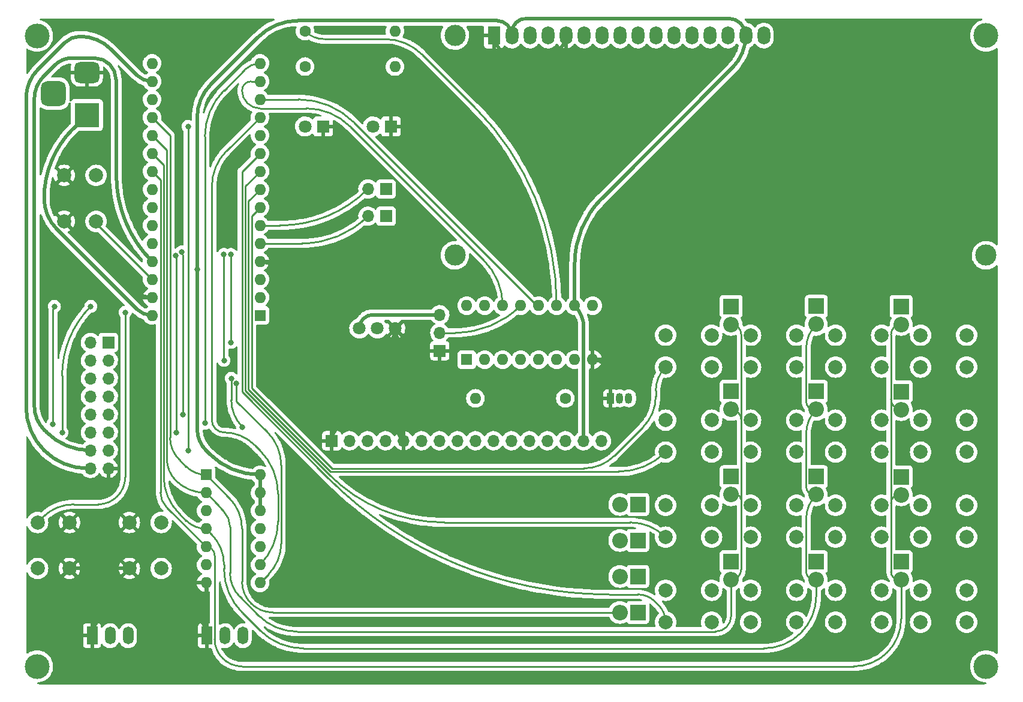
<source format=gbr>
%TF.GenerationSoftware,KiCad,Pcbnew,(6.0.4-0)*%
%TF.CreationDate,2022-08-15T14:03:22-05:00*%
%TF.ProjectId,CowPi-mk3a,436f7750-692d-46d6-9b33-612e6b696361,mk3a*%
%TF.SameCoordinates,PX43d3480PY8c7ecc0*%
%TF.FileFunction,Copper,L2,Bot*%
%TF.FilePolarity,Positive*%
%FSLAX46Y46*%
G04 Gerber Fmt 4.6, Leading zero omitted, Abs format (unit mm)*
G04 Created by KiCad (PCBNEW (6.0.4-0)) date 2022-08-15 14:03:22*
%MOMM*%
%LPD*%
G01*
G04 APERTURE LIST*
G04 Aperture macros list*
%AMRoundRect*
0 Rectangle with rounded corners*
0 $1 Rounding radius*
0 $2 $3 $4 $5 $6 $7 $8 $9 X,Y pos of 4 corners*
0 Add a 4 corners polygon primitive as box body*
4,1,4,$2,$3,$4,$5,$6,$7,$8,$9,$2,$3,0*
0 Add four circle primitives for the rounded corners*
1,1,$1+$1,$2,$3*
1,1,$1+$1,$4,$5*
1,1,$1+$1,$6,$7*
1,1,$1+$1,$8,$9*
0 Add four rect primitives between the rounded corners*
20,1,$1+$1,$2,$3,$4,$5,0*
20,1,$1+$1,$4,$5,$6,$7,0*
20,1,$1+$1,$6,$7,$8,$9,0*
20,1,$1+$1,$8,$9,$2,$3,0*%
G04 Aperture macros list end*
%TA.AperFunction,ComponentPad*%
%ADD10R,2.200000X2.200000*%
%TD*%
%TA.AperFunction,ComponentPad*%
%ADD11O,2.200000X2.200000*%
%TD*%
%TA.AperFunction,ComponentPad*%
%ADD12C,3.500000*%
%TD*%
%TA.AperFunction,ComponentPad*%
%ADD13C,2.000000*%
%TD*%
%TA.AperFunction,ComponentPad*%
%ADD14R,1.600000X1.600000*%
%TD*%
%TA.AperFunction,ComponentPad*%
%ADD15O,1.600000X1.600000*%
%TD*%
%TA.AperFunction,ComponentPad*%
%ADD16O,1.500000X2.500000*%
%TD*%
%TA.AperFunction,ComponentPad*%
%ADD17R,1.500000X2.500000*%
%TD*%
%TA.AperFunction,ComponentPad*%
%ADD18C,1.600000*%
%TD*%
%TA.AperFunction,ComponentPad*%
%ADD19R,1.800000X1.800000*%
%TD*%
%TA.AperFunction,ComponentPad*%
%ADD20C,1.800000*%
%TD*%
%TA.AperFunction,ComponentPad*%
%ADD21R,1.700000X1.700000*%
%TD*%
%TA.AperFunction,ComponentPad*%
%ADD22O,1.700000X1.700000*%
%TD*%
%TA.AperFunction,ComponentPad*%
%ADD23R,1.050000X1.500000*%
%TD*%
%TA.AperFunction,ComponentPad*%
%ADD24O,1.050000X1.500000*%
%TD*%
%TA.AperFunction,ComponentPad*%
%ADD25R,3.500000X3.500000*%
%TD*%
%TA.AperFunction,ComponentPad*%
%ADD26RoundRect,0.750000X-1.000000X0.750000X-1.000000X-0.750000X1.000000X-0.750000X1.000000X0.750000X0*%
%TD*%
%TA.AperFunction,ComponentPad*%
%ADD27RoundRect,0.875000X-0.875000X0.875000X-0.875000X-0.875000X0.875000X-0.875000X0.875000X0.875000X0*%
%TD*%
%TA.AperFunction,ComponentPad*%
%ADD28C,3.000000*%
%TD*%
%TA.AperFunction,ComponentPad*%
%ADD29R,1.800000X2.600000*%
%TD*%
%TA.AperFunction,ComponentPad*%
%ADD30O,1.800000X2.600000*%
%TD*%
%TA.AperFunction,ViaPad*%
%ADD31C,0.800000*%
%TD*%
%TA.AperFunction,Conductor*%
%ADD32C,0.250000*%
%TD*%
%TA.AperFunction,Conductor*%
%ADD33C,0.500000*%
%TD*%
G04 APERTURE END LIST*
D10*
%TO.P,D13,1,K*%
%TO.N,Net-(D13-Pad1)*%
X114100764Y31851962D03*
D11*
%TO.P,D13,2,A*%
%TO.N,/col3*%
X114100764Y29311962D03*
%TD*%
D10*
%TO.P,D10,1,K*%
%TO.N,Net-(D10-Pad1)*%
X102078410Y19866052D03*
D11*
%TO.P,D10,2,A*%
%TO.N,/col2*%
X102078410Y17326052D03*
%TD*%
D12*
%TO.P,H2,1*%
%TO.N,N/C*%
X138081045Y5080000D03*
%TD*%
D13*
%TO.P,SW20,1,1*%
%TO.N,/row7*%
X135330000Y23320000D03*
%TO.P,SW20,2,2*%
X128830000Y23320000D03*
%TO.P,SW20,3,K*%
%TO.N,Net-(D17-Pad1)*%
X135330000Y27820000D03*
%TO.P,SW20,4,A*%
X128830000Y27820000D03*
%TD*%
D14*
%TO.P,A1,1,D1/TX*%
%TO.N,/D1{slash}TX*%
X35560000Y54610000D03*
D15*
%TO.P,A1,2,D0/RX*%
%TO.N,/D0{slash}RX*%
X35560000Y57150000D03*
%TO.P,A1,3,~{RESET}*%
%TO.N,/Unused Reset*%
X35560000Y59690000D03*
%TO.P,A1,4,GND*%
%TO.N,GND*%
X35560000Y62230000D03*
%TO.P,A1,5,D2*%
%TO.N,/arduinoD2*%
X35560000Y64770000D03*
%TO.P,A1,6,D3*%
%TO.N,/arduinoD3*%
X35560000Y67310000D03*
%TO.P,A1,7,D4*%
%TO.N,/row1*%
X35560000Y69850000D03*
%TO.P,A1,8,D5*%
%TO.N,/row4*%
X35560000Y72390000D03*
%TO.P,A1,9,D6*%
%TO.N,/row7*%
X35560000Y74930000D03*
%TO.P,A1,10,D7*%
%TO.N,/row\u002A*%
X35560000Y77470000D03*
%TO.P,A1,11,D8*%
%TO.N,/leftButton*%
X35560000Y80010000D03*
%TO.P,A1,12,D9*%
%TO.N,/rightButton*%
X35560000Y82550000D03*
%TO.P,A1,13,D10*%
%TO.N,/CS{slash}i2cRightSwitch*%
X35560000Y85090000D03*
%TO.P,A1,14,D11*%
%TO.N,/COPI{slash}i2cLeftSwitch*%
X35560000Y87630000D03*
%TO.P,A1,15,D12*%
%TO.N,/rightLED*%
X35560000Y90170000D03*
%TO.P,A1,16,D13*%
%TO.N,/SCK{slash}LeftLED*%
X20320000Y90170000D03*
%TO.P,A1,17,3V3*%
%TO.N,/3V3*%
X20320000Y87630000D03*
%TO.P,A1,18,AREF*%
%TO.N,/AREF*%
X20320000Y85090000D03*
%TO.P,A1,19,A0*%
%TO.N,/col1*%
X20320000Y82550000D03*
%TO.P,A1,20,A1*%
%TO.N,/col2*%
X20320000Y80010000D03*
%TO.P,A1,21,A2*%
%TO.N,/col3*%
X20320000Y77470000D03*
%TO.P,A1,22,A3*%
%TO.N,/colA*%
X20320000Y74930000D03*
%TO.P,A1,23,A4*%
%TO.N,/SDA{slash}spiLeftSwitch*%
X20320000Y72390000D03*
%TO.P,A1,24,A5*%
%TO.N,/SCL{slash}spiRightSwitch*%
X20320000Y69850000D03*
%TO.P,A1,25,A6*%
%TO.N,/A6*%
X20320000Y67310000D03*
%TO.P,A1,26,A7*%
%TO.N,/A7*%
X20320000Y64770000D03*
%TO.P,A1,27,+5V*%
%TO.N,/5V*%
X20320000Y62230000D03*
%TO.P,A1,28,~{RESET}*%
%TO.N,Net-(A1-Pad28)*%
X20320000Y59690000D03*
%TO.P,A1,29,GND*%
%TO.N,GND*%
X20320000Y57150000D03*
%TO.P,A1,30,VIN*%
%TO.N,/VIN*%
X20320000Y54610000D03*
%TD*%
D16*
%TO.P,SW18,*%
%TO.N,*%
X33158583Y9414436D03*
D17*
%TO.P,SW18,1,A*%
%TO.N,GND*%
X28078583Y9414436D03*
D16*
%TO.P,SW18,2,B*%
%TO.N,Net-(JP4-Pad2)*%
X30618583Y9414436D03*
%TD*%
D10*
%TO.P,D18,1,K*%
%TO.N,Net-(D18-Pad1)*%
X126084922Y19855059D03*
D11*
%TO.P,D18,2,A*%
%TO.N,/colA*%
X126084922Y17315059D03*
%TD*%
D10*
%TO.P,D7,1,K*%
%TO.N,Net-(D7-Pad1)*%
X102078410Y55890994D03*
D11*
%TO.P,D7,2,A*%
%TO.N,/col2*%
X102078410Y53350994D03*
%TD*%
D18*
%TO.P,R2,1*%
%TO.N,/rightLED*%
X41910000Y89720000D03*
D15*
%TO.P,R2,2*%
%TO.N,Net-(D2-Pad2)*%
X54610000Y89720000D03*
%TD*%
D12*
%TO.P,H1,1*%
%TO.N,N/C*%
X4080000Y94064675D03*
%TD*%
D10*
%TO.P,D15,1,K*%
%TO.N,Net-(D15-Pad1)*%
X126084922Y55880001D03*
D11*
%TO.P,D15,2,A*%
%TO.N,/colA*%
X126084922Y53340001D03*
%TD*%
D13*
%TO.P,SW1,1,1*%
%TO.N,GND*%
X7909999Y67870000D03*
%TO.P,SW1,2,2*%
X7909999Y74370000D03*
%TO.P,SW1,3,K*%
%TO.N,Net-(A1-Pad28)*%
X12409999Y67870000D03*
%TO.P,SW1,4,A*%
X12409999Y74370000D03*
%TD*%
D10*
%TO.P,D14,1,K*%
%TO.N,Net-(D14-Pad1)*%
X114100764Y19868583D03*
D11*
%TO.P,D14,2,A*%
%TO.N,/col3*%
X114100764Y17328583D03*
%TD*%
D14*
%TO.P,U1,1*%
%TO.N,/col1*%
X27940000Y32121974D03*
D15*
%TO.P,U1,2*%
%TO.N,/col2*%
X27940000Y29581974D03*
%TO.P,U1,3*%
%TO.N,N/C*%
X27940000Y27041974D03*
%TO.P,U1,4*%
%TO.N,/col3*%
X27940000Y24501974D03*
%TO.P,U1,5*%
%TO.N,/colA*%
X27940000Y21961974D03*
%TO.P,U1,6*%
%TO.N,/keypadNAND*%
X27940000Y19421974D03*
%TO.P,U1,7,GND*%
%TO.N,GND*%
X27940000Y16881974D03*
%TO.P,U1,8*%
%TO.N,/buttonNAND*%
X35560000Y16881974D03*
%TO.P,U1,9*%
%TO.N,/rightButton*%
X35560000Y19421974D03*
%TO.P,U1,10*%
%TO.N,/leftButton*%
X35560000Y21961974D03*
%TO.P,U1,11*%
%TO.N,N/C*%
X35560000Y24501974D03*
%TO.P,U1,12*%
%TO.N,/5V*%
X35560000Y27041974D03*
%TO.P,U1,13*%
X35560000Y29581974D03*
%TO.P,U1,14,VCC*%
X35560000Y32121974D03*
%TD*%
D13*
%TO.P,SW2,1,1*%
%TO.N,GND*%
X8660000Y25400000D03*
%TO.P,SW2,2,2*%
X8660000Y18900000D03*
%TO.P,SW2,3,K*%
%TO.N,/leftButton*%
X4160000Y25400000D03*
%TO.P,SW2,4,A*%
X4160000Y18900000D03*
%TD*%
%TO.P,SW4,1,1*%
%TO.N,/row1*%
X99330000Y47320000D03*
%TO.P,SW4,2,2*%
X92830000Y47320000D03*
%TO.P,SW4,3,K*%
%TO.N,Net-(D3-Pad1)*%
X99330000Y51820000D03*
%TO.P,SW4,4,A*%
X92830000Y51820000D03*
%TD*%
D14*
%TO.P,U2,1,QB*%
%TO.N,/QB*%
X64750233Y48365106D03*
D15*
%TO.P,U2,2,QC*%
%TO.N,/EN*%
X67290233Y48365106D03*
%TO.P,U2,3,QD*%
%TO.N,/LITE*%
X69830233Y48365106D03*
%TO.P,U2,4,QE*%
%TO.N,/D4*%
X72370233Y48365106D03*
%TO.P,U2,5,QF*%
%TO.N,/D5*%
X74910233Y48365106D03*
%TO.P,U2,6,QG*%
%TO.N,/D6*%
X77450233Y48365106D03*
%TO.P,U2,7,QH*%
%TO.N,/D7*%
X79990233Y48365106D03*
%TO.P,U2,8,GND*%
%TO.N,GND*%
X82530233Y48365106D03*
%TO.P,U2,9,QH'*%
%TO.N,/QH'*%
X82530233Y55985106D03*
%TO.P,U2,10,~{SRCLR}*%
%TO.N,/5V*%
X79990233Y55985106D03*
%TO.P,U2,11,SRCLK*%
%TO.N,/SCK{slash}LeftLED*%
X77450233Y55985106D03*
%TO.P,U2,12,RCLK*%
%TO.N,/CS{slash}i2cRightSwitch*%
X74910233Y55985106D03*
%TO.P,U2,13,~{OE}*%
%TO.N,/OE*%
X72370233Y55985106D03*
%TO.P,U2,14,SER*%
%TO.N,/COPI{slash}i2cLeftSwitch*%
X69830233Y55985106D03*
%TO.P,U2,15,QA*%
%TO.N,/RS*%
X67290233Y55985106D03*
%TO.P,U2,16,VCC*%
%TO.N,/5V*%
X64750233Y55985106D03*
%TD*%
D13*
%TO.P,SW19,1,1*%
%TO.N,/row4*%
X135330000Y35320000D03*
%TO.P,SW19,2,2*%
X128830000Y35320000D03*
%TO.P,SW19,3,K*%
%TO.N,Net-(D16-Pad1)*%
X135330000Y39820000D03*
%TO.P,SW19,4,A*%
X128830000Y39820000D03*
%TD*%
D10*
%TO.P,D12,1,K*%
%TO.N,Net-(D12-Pad1)*%
X114100764Y43880968D03*
D11*
%TO.P,D12,2,A*%
%TO.N,/col3*%
X114100764Y41340968D03*
%TD*%
D19*
%TO.P,D2,1,K*%
%TO.N,GND*%
X54035000Y81280000D03*
D20*
%TO.P,D2,2,A*%
%TO.N,Net-(D2-Pad2)*%
X51495000Y81280000D03*
%TD*%
D13*
%TO.P,SW12,1,1*%
%TO.N,/row1*%
X123330000Y47320000D03*
%TO.P,SW12,2,2*%
X116830000Y47320000D03*
%TO.P,SW12,3,K*%
%TO.N,Net-(D11-Pad1)*%
X123330000Y51820000D03*
%TO.P,SW12,4,A*%
X116830000Y51820000D03*
%TD*%
D21*
%TO.P,J2,1,Pin_1*%
%TO.N,/arduinoD2*%
X14150000Y50800000D03*
D22*
%TO.P,J2,2,Pin_2*%
%TO.N,/D0{slash}RX*%
X11610000Y50800000D03*
%TO.P,J2,3,Pin_3*%
%TO.N,/arduinoD3*%
X14150000Y48260000D03*
%TO.P,J2,4,Pin_4*%
%TO.N,/D1{slash}TX*%
X11610000Y48260000D03*
%TO.P,J2,5,Pin_5*%
%TO.N,/SDA{slash}spiLeftSwitch*%
X14150000Y45720000D03*
%TO.P,J2,6,Pin_6*%
%TO.N,/CS{slash}i2cRightSwitch*%
X11610000Y45720000D03*
%TO.P,J2,7,Pin_7*%
%TO.N,/SCL{slash}spiRightSwitch*%
X14150000Y43180000D03*
%TO.P,J2,8,Pin_8*%
%TO.N,/COPI{slash}i2cLeftSwitch*%
X11610000Y43180000D03*
%TO.P,J2,9,Pin_9*%
%TO.N,/A6*%
X14150000Y40640000D03*
%TO.P,J2,10,Pin_10*%
%TO.N,/rightLED*%
X11610000Y40640000D03*
%TO.P,J2,11,Pin_11*%
%TO.N,/A7*%
X14150000Y38100000D03*
%TO.P,J2,12,Pin_12*%
%TO.N,/SCK{slash}LeftLED*%
X11610000Y38100000D03*
%TO.P,J2,13,Pin_13*%
%TO.N,/AREF*%
X14150000Y35560000D03*
%TO.P,J2,14,Pin_14*%
%TO.N,/5V*%
X11610000Y35560000D03*
%TO.P,J2,15,Pin_15*%
%TO.N,GND*%
X14150000Y33020000D03*
%TO.P,J2,16,Pin_16*%
%TO.N,/3V3*%
X11610000Y33020000D03*
%TD*%
D21*
%TO.P,J7,1,Pin_1*%
%TO.N,GND*%
X45685233Y36925106D03*
D22*
%TO.P,J7,2,Pin_2*%
%TO.N,/5V*%
X48225233Y36925106D03*
%TO.P,J7,3,Pin_3*%
%TO.N,/Contrast*%
X50765233Y36925106D03*
%TO.P,J7,4,Pin_4*%
%TO.N,/RS*%
X53305233Y36925106D03*
%TO.P,J7,5,Pin_5*%
%TO.N,GND*%
X55845233Y36925106D03*
%TO.P,J7,6,Pin_6*%
%TO.N,/EN*%
X58385233Y36925106D03*
%TO.P,J7,7,Pin_7*%
%TO.N,/Unused D0*%
X60925233Y36925106D03*
%TO.P,J7,8,Pin_8*%
%TO.N,/Unused D1*%
X63465233Y36925106D03*
%TO.P,J7,9,Pin_9*%
%TO.N,/Unused D2*%
X66005233Y36925106D03*
%TO.P,J7,10,Pin_10*%
%TO.N,/Unused D3*%
X68545233Y36925106D03*
%TO.P,J7,11,Pin_11*%
%TO.N,/D4*%
X71085233Y36925106D03*
%TO.P,J7,12,Pin_12*%
%TO.N,/D5*%
X73625233Y36925106D03*
%TO.P,J7,13,Pin_13*%
%TO.N,/D6*%
X76165233Y36925106D03*
%TO.P,J7,14,Pin_14*%
%TO.N,/D7*%
X78705233Y36925106D03*
%TO.P,J7,15,Pin_15*%
%TO.N,/5V*%
X81245233Y36925106D03*
%TO.P,J7,16,Pin_16*%
%TO.N,/LED_NEG*%
X83785233Y36925106D03*
%TD*%
D23*
%TO.P,Q1,1,E*%
%TO.N,GND*%
X85080233Y42916644D03*
D24*
%TO.P,Q1,2,B*%
%TO.N,Net-(Q1-Pad2)*%
X86350233Y42916644D03*
%TO.P,Q1,3,C*%
%TO.N,/LED_NEG*%
X87620233Y42916644D03*
%TD*%
D10*
%TO.P,D16,1,K*%
%TO.N,Net-(D16-Pad1)*%
X126084922Y43867444D03*
D11*
%TO.P,D16,2,A*%
%TO.N,/colA*%
X126084922Y41327444D03*
%TD*%
D21*
%TO.P,JP3,1,A*%
%TO.N,/keypadNAND*%
X53340000Y72441413D03*
D22*
%TO.P,JP3,2,B*%
%TO.N,/arduinoD3*%
X50800000Y72441413D03*
%TD*%
D25*
%TO.P,J1,1*%
%TO.N,/VIN*%
X11117500Y82900000D03*
D26*
%TO.P,J1,2*%
%TO.N,GND*%
X11117500Y88900000D03*
D27*
%TO.P,J1,MP,MountPin*%
%TO.N,/mounting pin*%
X6417500Y85900000D03*
%TD*%
D13*
%TO.P,SW7,1,1*%
%TO.N,/row\u002A*%
X99330000Y11320000D03*
%TO.P,SW7,2,2*%
X92830000Y11320000D03*
%TO.P,SW7,3,K*%
%TO.N,Net-(D6-Pad1)*%
X99330000Y15820000D03*
%TO.P,SW7,4,A*%
X92830000Y15820000D03*
%TD*%
%TO.P,SW10,1,1*%
%TO.N,/row7*%
X111330000Y23320000D03*
%TO.P,SW10,2,2*%
X104830000Y23320000D03*
%TO.P,SW10,3,K*%
%TO.N,Net-(D9-Pad1)*%
X111330000Y27820000D03*
%TO.P,SW10,4,A*%
X104830000Y27820000D03*
%TD*%
D10*
%TO.P,D11,1,K*%
%TO.N,Net-(D11-Pad1)*%
X114100764Y55893525D03*
D11*
%TO.P,D11,2,A*%
%TO.N,/col3*%
X114100764Y53353525D03*
%TD*%
D10*
%TO.P,D8,1,K*%
%TO.N,Net-(D8-Pad1)*%
X102078410Y43878437D03*
D11*
%TO.P,D8,2,A*%
%TO.N,/col2*%
X102078410Y41338437D03*
%TD*%
D19*
%TO.P,D1,1,K*%
%TO.N,GND*%
X44455000Y81280000D03*
D20*
%TO.P,D1,2,A*%
%TO.N,Net-(D1-Pad2)*%
X41915000Y81280000D03*
%TD*%
D13*
%TO.P,SW3,1,1*%
%TO.N,/rightButton*%
X21608716Y25400000D03*
%TO.P,SW3,2,2*%
X21608716Y18900000D03*
%TO.P,SW3,3,K*%
%TO.N,GND*%
X17108716Y25400000D03*
%TO.P,SW3,4,A*%
X17108716Y18900000D03*
%TD*%
D21*
%TO.P,JP2,1,A*%
%TO.N,/buttonNAND*%
X53340000Y68611413D03*
D22*
%TO.P,JP2,2,B*%
%TO.N,/arduinoD2*%
X50800000Y68611413D03*
%TD*%
D13*
%TO.P,SW6,1,1*%
%TO.N,/row7*%
X99330000Y23320000D03*
%TO.P,SW6,2,2*%
X92830000Y23320000D03*
%TO.P,SW6,3,K*%
%TO.N,Net-(D5-Pad1)*%
X99330000Y27820000D03*
%TO.P,SW6,4,A*%
X92830000Y27820000D03*
%TD*%
%TO.P,SW21,1,1*%
%TO.N,/row\u002A*%
X135330000Y11320000D03*
%TO.P,SW21,2,2*%
X128830000Y11320000D03*
%TO.P,SW21,3,K*%
%TO.N,Net-(D18-Pad1)*%
X135330000Y15820000D03*
%TO.P,SW21,4,A*%
X128830000Y15820000D03*
%TD*%
D18*
%TO.P,R7,1*%
%TO.N,Net-(Q1-Pad2)*%
X78686159Y42899356D03*
D15*
%TO.P,R7,2*%
%TO.N,/LITE*%
X65986159Y42899356D03*
%TD*%
D10*
%TO.P,D4,1,K*%
%TO.N,Net-(D4-Pad1)*%
X88900000Y22860000D03*
D11*
%TO.P,D4,2,A*%
%TO.N,/col1*%
X86360000Y22860000D03*
%TD*%
D10*
%TO.P,D9,1,K*%
%TO.N,Net-(D9-Pad1)*%
X102078410Y31849431D03*
D11*
%TO.P,D9,2,A*%
%TO.N,/col2*%
X102078410Y29309431D03*
%TD*%
D28*
%TO.P,DS1,*%
%TO.N,*%
X138079480Y63096800D03*
X63080900Y94097500D03*
X63080900Y63096800D03*
D12*
X138080000Y94097500D03*
D29*
%TO.P,DS1,1,VSS*%
%TO.N,GND*%
X68580000Y94097500D03*
D30*
%TO.P,DS1,2,VDD*%
%TO.N,/5V*%
X71120000Y94097500D03*
%TO.P,DS1,3,VO*%
%TO.N,/Contrast*%
X73660000Y94097500D03*
%TO.P,DS1,4,RS*%
%TO.N,/RS*%
X76200000Y94097500D03*
%TO.P,DS1,5,R/W*%
%TO.N,GND*%
X78740000Y94097500D03*
%TO.P,DS1,6,E*%
%TO.N,/EN*%
X81280000Y94097500D03*
%TO.P,DS1,7,D0*%
%TO.N,/D0*%
X83820000Y94097500D03*
%TO.P,DS1,8,D1*%
%TO.N,/D1*%
X86360000Y94097500D03*
%TO.P,DS1,9,D2*%
%TO.N,/D2*%
X88900000Y94097500D03*
%TO.P,DS1,10,D3*%
%TO.N,/D3*%
X91440000Y94097500D03*
%TO.P,DS1,11,D4*%
%TO.N,/D4*%
X93980000Y94097500D03*
%TO.P,DS1,12,D5*%
%TO.N,/D5*%
X96520000Y94097500D03*
%TO.P,DS1,13,D6*%
%TO.N,/D6*%
X99060000Y94097500D03*
%TO.P,DS1,14,D7*%
%TO.N,/D7*%
X101600000Y94097500D03*
%TO.P,DS1,15,LED(+)*%
%TO.N,/5V*%
X104140000Y94097500D03*
%TO.P,DS1,16,LED(-)*%
%TO.N,/LED_NEG*%
X106680000Y94097500D03*
%TD*%
D13*
%TO.P,SW9,1,1*%
%TO.N,/row4*%
X111330000Y35320000D03*
%TO.P,SW9,2,2*%
X104830000Y35320000D03*
%TO.P,SW9,3,K*%
%TO.N,Net-(D8-Pad1)*%
X111330000Y39820000D03*
%TO.P,SW9,4,A*%
X104830000Y39820000D03*
%TD*%
D10*
%TO.P,D5,1,K*%
%TO.N,Net-(D5-Pad1)*%
X88900000Y17780000D03*
D11*
%TO.P,D5,2,A*%
%TO.N,/col1*%
X86360000Y17780000D03*
%TD*%
D13*
%TO.P,SW13,1,1*%
%TO.N,/row4*%
X123330000Y35320000D03*
%TO.P,SW13,2,2*%
X116830000Y35320000D03*
%TO.P,SW13,3,K*%
%TO.N,Net-(D12-Pad1)*%
X123330000Y39820000D03*
%TO.P,SW13,4,A*%
X116830000Y39820000D03*
%TD*%
%TO.P,SW11,1,1*%
%TO.N,/row\u002A*%
X111330000Y11320000D03*
%TO.P,SW11,2,2*%
X104830000Y11320000D03*
%TO.P,SW11,3,K*%
%TO.N,Net-(D10-Pad1)*%
X111330000Y15820000D03*
%TO.P,SW11,4,A*%
X104830000Y15820000D03*
%TD*%
D10*
%TO.P,D6,1,K*%
%TO.N,Net-(D6-Pad1)*%
X88900000Y12700000D03*
D11*
%TO.P,D6,2,A*%
%TO.N,/col1*%
X86360000Y12700000D03*
%TD*%
D13*
%TO.P,SW5,1,1*%
%TO.N,/row4*%
X99330000Y35320000D03*
%TO.P,SW5,2,2*%
X92830000Y35320000D03*
%TO.P,SW5,3,K*%
%TO.N,Net-(D4-Pad1)*%
X99330000Y39820000D03*
%TO.P,SW5,4,A*%
X92830000Y39820000D03*
%TD*%
D20*
%TO.P,RV1,1,1*%
%TO.N,/5V*%
X49577824Y52771726D03*
%TO.P,RV1,2,2*%
%TO.N,/Contrast*%
X52117824Y52771726D03*
%TO.P,RV1,3,3*%
%TO.N,GND*%
X54657824Y52771726D03*
%TD*%
D12*
%TO.P,H3,1*%
%TO.N,N/C*%
X4080000Y5080000D03*
%TD*%
D13*
%TO.P,SW8,1,1*%
%TO.N,/row1*%
X111330000Y47320000D03*
%TO.P,SW8,2,2*%
X104830000Y47320000D03*
%TO.P,SW8,3,K*%
%TO.N,Net-(D7-Pad1)*%
X111330000Y51820000D03*
%TO.P,SW8,4,A*%
X104830000Y51820000D03*
%TD*%
D10*
%TO.P,D3,1,K*%
%TO.N,Net-(D3-Pad1)*%
X88900000Y27940000D03*
D11*
%TO.P,D3,2,A*%
%TO.N,/col1*%
X86360000Y27940000D03*
%TD*%
D10*
%TO.P,D17,1,K*%
%TO.N,Net-(D17-Pad1)*%
X126084922Y31838438D03*
D11*
%TO.P,D17,2,A*%
%TO.N,/colA*%
X126084922Y29298438D03*
%TD*%
D13*
%TO.P,SW14,1,1*%
%TO.N,/row7*%
X123330000Y23320000D03*
%TO.P,SW14,2,2*%
X116830000Y23320000D03*
%TO.P,SW14,3,K*%
%TO.N,Net-(D13-Pad1)*%
X123330000Y27820000D03*
%TO.P,SW14,4,A*%
X116830000Y27820000D03*
%TD*%
D21*
%TO.P,JP5,1,A*%
%TO.N,GND*%
X60950233Y49625106D03*
D22*
%TO.P,JP5,2,C*%
%TO.N,/OE*%
X60950233Y52165106D03*
%TO.P,JP5,3,B*%
%TO.N,/5V*%
X60950233Y54705106D03*
%TD*%
D16*
%TO.P,SW17,*%
%TO.N,*%
X16933583Y9414436D03*
D17*
%TO.P,SW17,1,A*%
%TO.N,GND*%
X11853583Y9414436D03*
D16*
%TO.P,SW17,2,B*%
%TO.N,Net-(JP1-Pad2)*%
X14393583Y9414436D03*
%TD*%
D13*
%TO.P,SW16,1,1*%
%TO.N,/row1*%
X135330000Y47320000D03*
%TO.P,SW16,2,2*%
X128830000Y47320000D03*
%TO.P,SW16,3,K*%
%TO.N,Net-(D15-Pad1)*%
X135330000Y51820000D03*
%TO.P,SW16,4,A*%
X128830000Y51820000D03*
%TD*%
%TO.P,SW15,1,1*%
%TO.N,/row\u002A*%
X123330000Y11320000D03*
%TO.P,SW15,2,2*%
X116830000Y11320000D03*
%TO.P,SW15,3,K*%
%TO.N,Net-(D14-Pad1)*%
X123330000Y15820000D03*
%TO.P,SW15,4,A*%
X116830000Y15820000D03*
%TD*%
D18*
%TO.P,R1,1*%
%TO.N,/SCK{slash}LeftLED*%
X41910000Y94720000D03*
D15*
%TO.P,R1,2*%
%TO.N,Net-(D1-Pad2)*%
X54610000Y94720000D03*
%TD*%
D31*
%TO.N,/leftButton*%
X16524473Y55029254D03*
%TO.N,/rightLED*%
X27779430Y39388092D03*
%TO.N,/AREF*%
X25400000Y35560000D03*
X25400000Y81280000D03*
%TO.N,/A6*%
X24484488Y63565312D03*
X24675500Y40640000D03*
%TO.N,/A7*%
X23745223Y38100000D03*
X23622916Y63058656D03*
%TO.N,/5V*%
X26696834Y61109180D03*
%TO.N,/buttonNAND*%
X32246012Y45049093D03*
%TO.N,/keypadNAND*%
X33080229Y38870418D03*
X31504883Y45719715D03*
%TO.N,/arduinoD2*%
X31455449Y63221760D03*
X31478868Y50800000D03*
%TO.N,/arduinoD3*%
X30480000Y48260000D03*
X30455449Y63221760D03*
%TO.N,Net-(JP1-Pad2)*%
X6535328Y55880000D03*
X6310059Y39289125D03*
%TO.N,Net-(JP4-Pad2)*%
X11664976Y55880000D03*
X7620000Y38100000D03*
%TD*%
D32*
%TO.N,Net-(A1-Pad28)*%
X20320000Y59690000D02*
X12600918Y67409082D01*
X12409989Y67870000D02*
G75*
G03*
X12600918Y67409082I651811J0D01*
G01*
D33*
%TO.N,GND*%
X15139147Y12700000D02*
X24793019Y12700000D01*
X48476523Y50583476D02*
X40640000Y58420000D01*
X28078583Y9414436D02*
X28078583Y16743391D01*
X7909999Y67870000D02*
X17434986Y58345012D01*
X71237500Y91440000D02*
X76082500Y91440000D01*
X60950233Y49625106D02*
X57804444Y49625106D01*
X51511204Y49625106D02*
X50790233Y49625106D01*
X8660000Y18900000D02*
X17108716Y18900000D01*
X85080233Y45815106D02*
X85080233Y42916644D01*
X11853583Y9414436D02*
X12215694Y9776547D01*
X48200233Y39440106D02*
X53330233Y39440106D01*
X11853583Y11190009D02*
X11853583Y9414436D01*
X54657824Y52771726D02*
X54657824Y39791764D01*
X40640000Y58420000D02*
X37728026Y61331974D01*
X85080206Y45815106D02*
G75*
G03*
X82530233Y48365106I-2550006J-6D01*
G01*
X35560000Y62230015D02*
G75*
G02*
X37728026Y61331974I0J-3066015D01*
G01*
X11853586Y11190009D02*
G75*
G03*
X8660000Y18900000I-10903586J-9D01*
G01*
X54657794Y52771726D02*
G75*
G02*
X51511204Y49625106I-3146594J-26D01*
G01*
X15139147Y12700007D02*
G75*
G03*
X11853583Y9414436I3J-3285567D01*
G01*
X20320000Y57149993D02*
G75*
G02*
X17434986Y58345012I0J4080007D01*
G01*
X48476511Y50583464D02*
G75*
G03*
X48622208Y50523132I145689J145736D01*
G01*
X55845249Y36925122D02*
G75*
G02*
X54657824Y39791764I2866651J2866678D01*
G01*
X78740000Y94097500D02*
G75*
G02*
X76082500Y91440000I-2657500J0D01*
G01*
X27940000Y16881983D02*
G75*
G02*
X28078583Y16743391I0J-138583D01*
G01*
X48200233Y39440067D02*
G75*
G03*
X45685233Y36925106I-33J-2514967D01*
G01*
X55845206Y36925106D02*
G75*
G03*
X53330233Y39440106I-2515006J-6D01*
G01*
X54657806Y52771726D02*
G75*
G03*
X57804444Y49625106I3146594J-26D01*
G01*
X71237500Y91440000D02*
G75*
G02*
X68580000Y94097500I0J2657500D01*
G01*
X28078600Y9414436D02*
G75*
G03*
X24793019Y12700000I-3285600J-36D01*
G01*
X48622203Y50523127D02*
G75*
G03*
X50790233Y49625106I2167997J2167973D01*
G01*
D32*
%TO.N,/row1*%
X34368533Y44371467D02*
X34368533Y68658533D01*
X91440000Y43964244D02*
X91440000Y43180000D01*
X34368533Y68658533D02*
X35560000Y69850000D01*
X89643949Y38843949D02*
X85616052Y34816052D01*
X45720000Y33020000D02*
X34368533Y44371467D01*
X81280000Y33020000D02*
X45720000Y33020000D01*
X89643948Y38843950D02*
G75*
G03*
X91440000Y43180000I-4336048J4336050D01*
G01*
X91439983Y43964244D02*
G75*
G02*
X92830001Y47319999I4745817J-44D01*
G01*
X81280000Y33020000D02*
G75*
G03*
X85616051Y34816053I0J6132100D01*
G01*
%TO.N,/row4*%
X33919022Y44185274D02*
X45533807Y32570489D01*
X33919022Y70749022D02*
X35560000Y72390000D01*
X86192094Y32570489D02*
X45533807Y32570489D01*
X33919022Y44185274D02*
X33919022Y70749022D01*
X86192094Y32570492D02*
G75*
G03*
X92830000Y35320000I6J9387408D01*
G01*
%TO.N,/row7*%
X33469511Y43999081D02*
X33469511Y72839511D01*
X33469511Y72839511D02*
X35560000Y74930000D01*
X45347613Y32120979D02*
X33469511Y43999081D01*
X87808436Y25400000D02*
X61573491Y25400000D01*
X45347629Y32120995D02*
G75*
G03*
X61573491Y25400000I16225871J16225805D01*
G01*
X87808436Y25400014D02*
G75*
G02*
X92829999Y23319999I-36J-7101614D01*
G01*
%TO.N,/row\u002A*%
X33020000Y74930000D02*
X33020000Y43812888D01*
X91331284Y14232929D02*
X91830000Y13734213D01*
X33020000Y43812888D02*
X45161420Y31671468D01*
X35560000Y77470000D02*
X33020000Y74930000D01*
X84830492Y15240000D02*
X88900000Y15240000D01*
X91331273Y14232918D02*
G75*
G03*
X88900000Y15240000I-2431273J-2431218D01*
G01*
X84830492Y15239998D02*
G75*
G02*
X45161420Y31671468I8J56100552D01*
G01*
X92830003Y11320000D02*
G75*
G03*
X91830000Y13734213I-3414203J0D01*
G01*
%TO.N,/leftButton*%
X4903949Y26143949D02*
X4160000Y25400000D01*
X12700000Y27940000D02*
X9240000Y27940000D01*
X16524473Y55029254D02*
X16524473Y31764473D01*
X12700000Y27940027D02*
G75*
G03*
X16524473Y31764473I0J3824473D01*
G01*
X4903950Y26143948D02*
G75*
G02*
X9240000Y27940000I4336050J-4336048D01*
G01*
%TO.N,/rightButton*%
X34816052Y36303948D02*
X35560000Y35560000D01*
X28769433Y72830567D02*
X28769433Y39810567D01*
X38100000Y25554076D02*
X38100000Y29427898D01*
X35560000Y82550000D02*
X30840454Y77830454D01*
X30480000Y38100033D02*
G75*
G02*
X28769433Y39810567I0J1710567D01*
G01*
X28769445Y72830567D02*
G75*
G02*
X30840454Y77830454I7070855J33D01*
G01*
X34816051Y36303947D02*
G75*
G03*
X30480000Y38100000I-4336051J-4336047D01*
G01*
X35559988Y19421986D02*
G75*
G03*
X38100000Y25554076I-6132088J6132114D01*
G01*
X35560001Y35560001D02*
G75*
G02*
X38100000Y29427898I-6132101J-6132101D01*
G01*
%TO.N,/rightLED*%
X30480000Y86360000D02*
X33391974Y89271974D01*
X27779430Y39388092D02*
X27779430Y79840248D01*
X35560000Y90170015D02*
G75*
G03*
X33391974Y89271974I0J-3066015D01*
G01*
X30479999Y86360001D02*
G75*
G03*
X27779430Y79840248I6519751J-6519751D01*
G01*
D33*
%TO.N,/3V3*%
X18151974Y88528026D02*
X14496051Y92183949D01*
X2540000Y85307898D02*
X2540000Y41692102D01*
X7964099Y93070428D02*
X4436835Y89543165D01*
X11212102Y33020000D02*
X11610000Y33020000D01*
X4436835Y89543165D02*
X4193522Y89299852D01*
X18151964Y88528016D02*
G75*
G03*
X20320000Y87630000I2168036J2168084D01*
G01*
X2540009Y85307898D02*
G75*
G02*
X4193522Y89299852I5645491J2D01*
G01*
X7964093Y93070434D02*
G75*
G02*
X10160000Y93980000I2195907J-2195934D01*
G01*
X11212102Y33020002D02*
G75*
G02*
X5080001Y35560001I-2J8672098D01*
G01*
X5079999Y35559999D02*
G75*
G02*
X2540000Y41692102I6132101J6132101D01*
G01*
X10160000Y93980000D02*
G75*
G02*
X14496050Y92183948I0J-6132100D01*
G01*
D32*
%TO.N,/AREF*%
X25400000Y35560000D02*
X25400000Y81280000D01*
%TO.N,/col1*%
X24130000Y34290000D02*
X25136975Y33283025D01*
X33020000Y24501974D02*
X33020000Y17036051D01*
X22860000Y80010000D02*
X20320000Y82550000D01*
X27940000Y32121974D02*
X31223948Y28838026D01*
X37356051Y12700000D02*
X86360000Y12700000D01*
X22860000Y37356051D02*
X22860000Y80010000D01*
X27940000Y32121960D02*
G75*
G02*
X25136975Y33283025I0J3964040D01*
G01*
X37356051Y12700022D02*
G75*
G02*
X34290001Y13970001I-51J4335978D01*
G01*
X33019982Y24501974D02*
G75*
G03*
X31223948Y28838026I-6132082J26D01*
G01*
X22860022Y37356051D02*
G75*
G03*
X24130001Y34290001I4335978J-51D01*
G01*
X34290014Y13970014D02*
G75*
G02*
X33020000Y17036051I3066086J3066086D01*
G01*
%TO.N,/col2*%
X103502921Y39913926D02*
X103502921Y38737079D01*
X29427897Y28094077D02*
X29669509Y27849150D01*
X29669509Y27849150D02*
X30128002Y27336097D01*
X27829351Y29581974D02*
X27940000Y29581974D01*
X32702148Y14922148D02*
X35383245Y12241051D01*
X103502921Y28577079D02*
X103502921Y18750563D01*
X22410489Y34366540D02*
X22410489Y77919511D01*
X31321248Y24787944D02*
X31321248Y18255935D01*
X103502921Y38737079D02*
X103502921Y28577079D01*
X22410489Y77919511D02*
X20320000Y80010000D01*
X27940000Y29581974D02*
X29427897Y28094077D01*
X30128002Y27336097D02*
X30414662Y26976636D01*
X103502921Y51926483D02*
X103502921Y38737079D01*
X40804511Y9995489D02*
X99878632Y9995489D01*
X102078410Y12195267D02*
X102078410Y17326052D01*
X40804511Y9995492D02*
G75*
G02*
X35383245Y12241051I-11J7666808D01*
G01*
X103502937Y39913926D02*
G75*
G03*
X102078410Y41338437I-1424537J-26D01*
G01*
X103502894Y51926483D02*
G75*
G03*
X102078410Y53350994I-1424494J17D01*
G01*
X32702138Y14922138D02*
G75*
G02*
X31321248Y18255935I3333762J3333762D01*
G01*
X102078411Y12195267D02*
G75*
G02*
X99878632Y9995489I-2199811J33D01*
G01*
X103502931Y28577079D02*
G75*
G03*
X102770569Y29309431I-732331J21D01*
G01*
X102078410Y17326079D02*
G75*
G03*
X103502921Y18750563I-10J1424521D01*
G01*
X31321287Y24787944D02*
G75*
G03*
X30414661Y26976635I-3095287J-44D01*
G01*
X22410506Y34366540D02*
G75*
G03*
X23680489Y31300489I4335994J-40D01*
G01*
X27829351Y29581954D02*
G75*
G02*
X23680489Y31300489I49J5867446D01*
G01*
%TO.N,/col3*%
X21960978Y31906482D02*
X21960978Y75829022D01*
X41692102Y7620000D02*
X106680000Y7620000D01*
X114100764Y29311962D02*
X113791742Y29311962D01*
X112676253Y18444072D02*
X112676253Y25872889D01*
X30480000Y19421974D02*
X30480000Y18832102D01*
X28683948Y23758026D02*
X27940000Y24501974D01*
X114100764Y17328583D02*
X113791742Y17328583D01*
X24130000Y26670000D02*
X25136975Y25663025D01*
X112676253Y42456457D02*
X112676253Y49914452D01*
X112676253Y30427451D02*
X112676253Y37901895D01*
X33020000Y12700000D02*
X35560000Y10160000D01*
X21960978Y75829022D02*
X20320000Y77470000D01*
X114100764Y15040764D02*
X114100764Y17328583D01*
X114100764Y41340968D02*
X113791742Y41340968D01*
X112676168Y42456457D02*
G75*
G03*
X113791742Y41340968I1115532J43D01*
G01*
X112676162Y30427451D02*
G75*
G03*
X113791742Y29311962I1115538J49D01*
G01*
X114100800Y15040764D02*
G75*
G02*
X106680000Y7620000I-7420800J36D01*
G01*
X112676183Y18444072D02*
G75*
G03*
X113791742Y17328583I1115517J28D01*
G01*
X30479982Y19421974D02*
G75*
G03*
X28683948Y23758026I-6132082J26D01*
G01*
X41692102Y7620002D02*
G75*
G02*
X35560001Y10160001I-2J8672098D01*
G01*
X114100769Y41340963D02*
G75*
G03*
X112676253Y37901895I3439031J-3439063D01*
G01*
X27940000Y24501960D02*
G75*
G02*
X25136975Y25663025I0J3964040D01*
G01*
X21960971Y31906482D02*
G75*
G03*
X24130000Y26670000I7405529J18D01*
G01*
X33019999Y12699999D02*
G75*
G02*
X30480000Y18832102I6132101J6132101D01*
G01*
X114100766Y29311960D02*
G75*
G03*
X112676253Y25872889I3439034J-3439060D01*
G01*
X114100797Y53353492D02*
G75*
G03*
X112676253Y49914452I3439003J-3439092D01*
G01*
%TO.N,/colA*%
X125775900Y17315059D02*
X126084922Y17315059D01*
X126084922Y29298438D02*
X125818438Y29298438D01*
X126084922Y11784922D02*
X126084922Y17315059D01*
X124654511Y42757855D02*
X124654511Y42985489D01*
X124654511Y42985489D02*
X124654511Y51909590D01*
X27940000Y21961974D02*
X22382035Y27519939D01*
X33020000Y5080000D02*
X119380000Y5080000D01*
X124654511Y28134511D02*
X124654511Y42985489D01*
X124654511Y18436448D02*
X124654511Y28134511D01*
X29153094Y20748880D02*
X29153094Y8946906D01*
X21511467Y73738533D02*
X20320000Y74930000D01*
X21511467Y29621676D02*
X21511467Y73738533D01*
X126084900Y11784922D02*
G75*
G02*
X119380000Y5080000I-6704900J-22D01*
G01*
X21511459Y29621676D02*
G75*
G03*
X22382036Y27519940I2972341J24D01*
G01*
X33020000Y5079994D02*
G75*
G02*
X29153094Y8946906I0J3866906D01*
G01*
X126084922Y53339989D02*
G75*
G03*
X124654511Y51909590I-22J-1430389D01*
G01*
X125775900Y17315011D02*
G75*
G02*
X124654511Y18436448I0J1121389D01*
G01*
X29153074Y20748880D02*
G75*
G03*
X27940000Y21961974I-1213074J20D01*
G01*
X124654462Y28134511D02*
G75*
G02*
X125818438Y29298438I1163938J-11D01*
G01*
X124654444Y42757855D02*
G75*
G03*
X126084922Y41327444I1430456J45D01*
G01*
%TO.N,/A6*%
X24675500Y63104169D02*
X24675500Y40640000D01*
X24675464Y63104169D02*
G75*
G03*
X24484488Y63565312I-652164J31D01*
G01*
%TO.N,/A7*%
X23744680Y62972863D02*
X23658887Y63058656D01*
X23658887Y63058656D02*
X23622916Y63058656D01*
X23745223Y38100000D02*
X23745223Y62763381D01*
X23744675Y62972863D02*
G75*
G03*
X23745224Y62926897I311725J-19263D01*
G01*
X23622934Y63058674D02*
G75*
G02*
X23745223Y62763381I-295334J-295274D01*
G01*
D33*
%TO.N,/5V*%
X35560000Y32121974D02*
X35560000Y27041974D01*
X26696834Y61109180D02*
X26696834Y82576834D01*
X83820000Y71120000D02*
X102260863Y89560863D01*
X81270233Y52894913D02*
X81270233Y36985461D01*
X71120000Y94097500D02*
X71120000Y94497500D01*
X15240000Y80626307D02*
X15240000Y87866428D01*
X28607738Y87190164D02*
X35256321Y93838747D01*
X15282566Y79094555D02*
X15242455Y80115461D01*
X60950233Y54705106D02*
X51511204Y54705106D01*
X79990233Y55985106D02*
X79990233Y61874125D01*
X5093447Y38446553D02*
X5413202Y38126798D01*
X6593933Y89926067D02*
X5003032Y88335166D01*
X3703114Y85196886D02*
X3703114Y41803114D01*
X40959089Y96200911D02*
X69016589Y96200911D01*
X26696834Y61109180D02*
X26696834Y38561268D01*
X15242455Y80115461D02*
X15240000Y80626307D01*
X27940000Y35560000D02*
X28420923Y35079077D01*
X15282566Y74391441D02*
X15282566Y79094555D01*
X12183214Y90923214D02*
X9001258Y90923214D01*
X73142500Y96520000D02*
X101717500Y96520000D01*
X12183214Y90923200D02*
G75*
G02*
X15240000Y87866428I-14J-3056800D01*
G01*
X40959089Y96200924D02*
G75*
G03*
X35256322Y93838746I11J-8064924D01*
G01*
X6593945Y89926055D02*
G75*
G02*
X9001258Y90923214I2407355J-2407355D01*
G01*
X5093442Y38446548D02*
G75*
G02*
X3703114Y41803114I3356558J3356552D01*
G01*
X83820007Y71119993D02*
G75*
G03*
X79990233Y61874125I9245893J-9245893D01*
G01*
X11610000Y35560002D02*
G75*
G02*
X5413202Y38126798I0J8763598D01*
G01*
X104139991Y94097500D02*
G75*
G02*
X102260862Y89560864I-6415791J0D01*
G01*
X35560000Y32121988D02*
G75*
G02*
X28420923Y35079077I0J10096212D01*
G01*
X3703121Y85196886D02*
G75*
G02*
X5003033Y88335165I4438179J14D01*
G01*
X27940009Y35560009D02*
G75*
G02*
X26696834Y38561268I3001291J3001291D01*
G01*
X49577794Y52771726D02*
G75*
G02*
X51511204Y54705106I1933406J-26D01*
G01*
X81245209Y36925130D02*
G75*
G03*
X81270233Y36985461I-60309J60370D01*
G01*
X104140000Y94097500D02*
G75*
G03*
X101717500Y96520000I-2422500J0D01*
G01*
X73142500Y96520000D02*
G75*
G03*
X71120000Y94497500I0J-2022500D01*
G01*
X28607748Y87190154D02*
G75*
G03*
X26696834Y82576834I4613352J-4613354D01*
G01*
X71120011Y94097500D02*
G75*
G03*
X69016589Y96200911I-2103411J0D01*
G01*
X15282584Y74391441D02*
G75*
G03*
X20320001Y62230001I17198816J-41D01*
G01*
X81270230Y52894913D02*
G75*
G03*
X79990233Y55985106I-4370230J-13D01*
G01*
%TO.N,/VIN*%
X11117500Y82900000D02*
X9140561Y80923061D01*
X6876051Y66783949D02*
X18151974Y55508026D01*
X6876052Y66783950D02*
G75*
G02*
X5080000Y71120000I4336048J4336050D01*
G01*
X5079994Y71120000D02*
G75*
G02*
X9140561Y80923061I13863606J0D01*
G01*
X20320000Y54610015D02*
G75*
G02*
X18151975Y55508027I0J3066085D01*
G01*
D32*
%TO.N,/buttonNAND*%
X38549511Y22411485D02*
X38549511Y33469511D01*
X36753460Y18075434D02*
X35560000Y16881974D01*
X32246012Y42508572D02*
X36615176Y38139408D01*
X32246012Y45049093D02*
X32246012Y42508572D01*
X36753454Y18075440D02*
G75*
G03*
X38549511Y22411485I-4336054J4336060D01*
G01*
X38549524Y33469511D02*
G75*
G03*
X36615176Y38139408I-6604224J-11D01*
G01*
%TO.N,/keypadNAND*%
X31504883Y42673639D02*
X31504883Y45719715D01*
X31504897Y42673639D02*
G75*
G03*
X33080230Y38870419I5378503J-39D01*
G01*
%TO.N,/CS{slash}i2cRightSwitch*%
X40993216Y85090000D02*
X35560000Y85090000D01*
X74527894Y56143476D02*
X48825685Y81845685D01*
X40993216Y85090006D02*
G75*
G02*
X48825685Y81845685I-16J-11076806D01*
G01*
X74527881Y56143463D02*
G75*
G03*
X74910233Y55985106I382319J382337D01*
G01*
%TO.N,/COPI{slash}i2cLeftSwitch*%
X42127898Y83820000D02*
X35560000Y83820000D01*
X34290000Y87630000D02*
X35560000Y87630000D01*
X48260000Y81280000D02*
X67196500Y62343500D01*
X33020000Y86360000D02*
G75*
G03*
X35560000Y83820000I2540000J0D01*
G01*
X34290000Y87630000D02*
G75*
G03*
X33020000Y86360000I0J-1270000D01*
G01*
X42127898Y83819998D02*
G75*
G02*
X48259999Y81279999I2J-8672098D01*
G01*
X67196498Y62343498D02*
G75*
G02*
X69830233Y55985106I-6358398J-6358398D01*
G01*
%TO.N,/OE*%
X60950233Y52165106D02*
X63147938Y52165106D01*
X72370214Y55985125D02*
G75*
G02*
X63147938Y52165106I-9222314J9222275D01*
G01*
%TO.N,/arduinoD2*%
X31468046Y63191349D02*
X31468046Y50810822D01*
X35560000Y64770000D02*
X41526009Y64770000D01*
X31468046Y50810822D02*
X31478868Y50800000D01*
X50799995Y68611418D02*
G75*
G02*
X41526009Y64770000I-9273995J9273982D01*
G01*
X31468027Y63191349D02*
G75*
G03*
X31455448Y63221759I-42927J51D01*
G01*
%TO.N,/arduinoD3*%
X35560000Y67310000D02*
X38411674Y67310000D01*
X30455449Y48284551D02*
X30480000Y48260000D01*
X30455449Y63221760D02*
X30455449Y48284551D01*
X50800005Y72441408D02*
G75*
G02*
X38411674Y67310000I-12388305J12388292D01*
G01*
%TO.N,/SCK{slash}LeftLED*%
X44624809Y93595489D02*
X53216190Y93595489D01*
X58420000Y91440000D02*
X65836243Y84023757D01*
X44624809Y93595494D02*
G75*
G02*
X41910001Y94720001I-9J3839306D01*
G01*
X77450239Y55985106D02*
G75*
G03*
X65836243Y84023757I-39652639J-6D01*
G01*
X58420003Y91440003D02*
G75*
G03*
X53216190Y93595489I-5203803J-5203803D01*
G01*
%TO.N,Net-(JP1-Pad2)*%
X6310059Y55336153D02*
X6310059Y39289125D01*
X6310100Y55336153D02*
G75*
G02*
X6535328Y55880000I769100J47D01*
G01*
%TO.N,Net-(JP4-Pad2)*%
X7620000Y46114565D02*
X7620000Y38100000D01*
X7620022Y46114565D02*
G75*
G02*
X11664976Y55880000I13810378J35D01*
G01*
%TD*%
%TA.AperFunction,Conductor*%
%TO.N,GND*%
G36*
X137495201Y96499998D02*
G01*
X137541694Y96446342D01*
X137551798Y96376068D01*
X137522304Y96311488D01*
X137467581Y96274687D01*
X137213855Y96188559D01*
X137147293Y96155734D01*
X136952031Y96059442D01*
X136952026Y96059439D01*
X136948327Y96057615D01*
X136944894Y96055321D01*
X136705593Y95895426D01*
X136705588Y95895422D01*
X136702162Y95893133D01*
X136699068Y95890419D01*
X136699062Y95890415D01*
X136554539Y95763671D01*
X136479573Y95697927D01*
X136476864Y95694838D01*
X136287085Y95478438D01*
X136287081Y95478432D01*
X136284367Y95475338D01*
X136282078Y95471912D01*
X136282074Y95471907D01*
X136168567Y95302031D01*
X136119885Y95229173D01*
X136118061Y95225474D01*
X136118058Y95225469D01*
X136074224Y95136581D01*
X135988941Y94963645D01*
X135987616Y94959740D01*
X135987615Y94959739D01*
X135907961Y94725084D01*
X135893776Y94683297D01*
X135892972Y94679253D01*
X135892970Y94679247D01*
X135837086Y94398298D01*
X135836017Y94392926D01*
X135835748Y94388821D01*
X135835747Y94388814D01*
X135820990Y94163657D01*
X135816654Y94097500D01*
X135816924Y94093381D01*
X135835619Y93808148D01*
X135836017Y93802074D01*
X135836819Y93798041D01*
X135836820Y93798035D01*
X135892163Y93519811D01*
X135893776Y93511703D01*
X135895103Y93507794D01*
X135895104Y93507790D01*
X135978262Y93262815D01*
X135988941Y93231355D01*
X136026903Y93154375D01*
X136095477Y93015322D01*
X136119885Y92965827D01*
X136139343Y92936706D01*
X136278250Y92728817D01*
X136284367Y92719662D01*
X136287081Y92716568D01*
X136287085Y92716562D01*
X136476864Y92500162D01*
X136479573Y92497073D01*
X136482662Y92494364D01*
X136699062Y92304585D01*
X136699068Y92304581D01*
X136702162Y92301867D01*
X136705588Y92299578D01*
X136705593Y92299574D01*
X136861751Y92195233D01*
X136948327Y92137385D01*
X136952026Y92135561D01*
X136952031Y92135558D01*
X137014889Y92104560D01*
X137213855Y92006441D01*
X137217760Y92005116D01*
X137217761Y92005115D01*
X137490290Y91912604D01*
X137490294Y91912603D01*
X137494203Y91911276D01*
X137498247Y91910472D01*
X137498253Y91910470D01*
X137780535Y91854320D01*
X137780541Y91854319D01*
X137784574Y91853517D01*
X137788679Y91853248D01*
X137788686Y91853247D01*
X138075881Y91834424D01*
X138080000Y91834154D01*
X138084119Y91834424D01*
X138371314Y91853247D01*
X138371321Y91853248D01*
X138375426Y91853517D01*
X138379459Y91854319D01*
X138379465Y91854320D01*
X138661747Y91910470D01*
X138661753Y91910472D01*
X138665797Y91911276D01*
X138669706Y91912603D01*
X138669710Y91912604D01*
X138942239Y92005115D01*
X138942240Y92005116D01*
X138946145Y92006441D01*
X139145111Y92104560D01*
X139207969Y92135558D01*
X139207974Y92135561D01*
X139211673Y92137385D01*
X139298249Y92195233D01*
X139454407Y92299574D01*
X139454412Y92299578D01*
X139457838Y92301867D01*
X139460932Y92304581D01*
X139460938Y92304585D01*
X139490922Y92330881D01*
X139555326Y92360758D01*
X139625659Y92351072D01*
X139679591Y92304899D01*
X139700000Y92236149D01*
X139700000Y64624197D01*
X139679998Y64556076D01*
X139626342Y64509583D01*
X139556068Y64499479D01*
X139491488Y64528973D01*
X139481700Y64538426D01*
X139460526Y64561212D01*
X139460523Y64561215D01*
X139457605Y64564355D01*
X139454290Y64567069D01*
X139454286Y64567072D01*
X139261871Y64724562D01*
X139245685Y64737810D01*
X139012184Y64880899D01*
X139008248Y64882627D01*
X138765353Y64989251D01*
X138765349Y64989252D01*
X138761425Y64990975D01*
X138498046Y65066000D01*
X138493804Y65066604D01*
X138493798Y65066605D01*
X138256440Y65100386D01*
X138226923Y65104587D01*
X138083069Y65105340D01*
X137957357Y65105998D01*
X137957351Y65105998D01*
X137953071Y65106020D01*
X137948827Y65105461D01*
X137948823Y65105461D01*
X137829782Y65089789D01*
X137681558Y65070275D01*
X137677418Y65069142D01*
X137677416Y65069142D01*
X137651430Y65062033D01*
X137417408Y64998012D01*
X137413460Y64996328D01*
X137169462Y64892254D01*
X137169458Y64892252D01*
X137165510Y64890568D01*
X137145605Y64878655D01*
X136934205Y64752136D01*
X136934201Y64752133D01*
X136930523Y64749932D01*
X136716798Y64578706D01*
X136618525Y64475148D01*
X136544006Y64396621D01*
X136528288Y64380058D01*
X136368482Y64157664D01*
X136240337Y63915639D01*
X136238865Y63911616D01*
X136238863Y63911612D01*
X136197169Y63797679D01*
X136146223Y63658463D01*
X136087884Y63390893D01*
X136087548Y63386623D01*
X136076541Y63246764D01*
X136066397Y63117882D01*
X136082162Y62844480D01*
X136082987Y62840275D01*
X136082988Y62840267D01*
X136085855Y62825655D01*
X136134885Y62575747D01*
X136136272Y62571697D01*
X136136273Y62571692D01*
X136222203Y62320712D01*
X136223592Y62316656D01*
X136225519Y62312825D01*
X136336595Y62091974D01*
X136346640Y62072001D01*
X136349066Y62068472D01*
X136349069Y62068466D01*
X136462585Y61903301D01*
X136501754Y61846310D01*
X136504641Y61843137D01*
X136504642Y61843136D01*
X136683172Y61646933D01*
X136686062Y61643757D01*
X136896155Y61468093D01*
X136899796Y61465809D01*
X137124504Y61324849D01*
X137124508Y61324847D01*
X137128144Y61322566D01*
X137196024Y61291917D01*
X137373825Y61211636D01*
X137373829Y61211634D01*
X137377737Y61209870D01*
X137381857Y61208650D01*
X137381856Y61208650D01*
X137636203Y61133309D01*
X137636207Y61133308D01*
X137640316Y61132091D01*
X137644550Y61131443D01*
X137644555Y61131442D01*
X137906778Y61091317D01*
X137906780Y61091317D01*
X137911020Y61090668D01*
X138050392Y61088478D01*
X138180551Y61086433D01*
X138180557Y61086433D01*
X138184842Y61086366D01*
X138456715Y61119266D01*
X138721607Y61188759D01*
X138725567Y61190399D01*
X138725572Y61190401D01*
X138848111Y61241159D01*
X138974616Y61293559D01*
X139211062Y61431727D01*
X139426569Y61600706D01*
X139483517Y61659471D01*
X139545286Y61694471D01*
X139616172Y61690519D01*
X139673670Y61648870D01*
X139699522Y61582748D01*
X139700000Y61571786D01*
X139700000Y6942267D01*
X139679998Y6874146D01*
X139626342Y6827653D01*
X139556068Y6817549D01*
X139490922Y6847536D01*
X139461991Y6872908D01*
X139461982Y6872915D01*
X139458883Y6875633D01*
X139455457Y6877922D01*
X139455452Y6877926D01*
X139216151Y7037821D01*
X139212718Y7040115D01*
X139209019Y7041939D01*
X139209014Y7041942D01*
X139020008Y7135149D01*
X138947190Y7171059D01*
X138943284Y7172385D01*
X138670755Y7264896D01*
X138670751Y7264897D01*
X138666842Y7266224D01*
X138662798Y7267028D01*
X138662792Y7267030D01*
X138380510Y7323180D01*
X138380504Y7323181D01*
X138376471Y7323983D01*
X138372366Y7324252D01*
X138372359Y7324253D01*
X138085164Y7343076D01*
X138081045Y7343346D01*
X138076926Y7343076D01*
X137789731Y7324253D01*
X137789724Y7324252D01*
X137785619Y7323983D01*
X137781586Y7323181D01*
X137781580Y7323180D01*
X137499298Y7267030D01*
X137499292Y7267028D01*
X137495248Y7266224D01*
X137491339Y7264897D01*
X137491335Y7264896D01*
X137218806Y7172385D01*
X137214900Y7171059D01*
X137142082Y7135149D01*
X136953076Y7041942D01*
X136953071Y7041939D01*
X136949372Y7040115D01*
X136945939Y7037821D01*
X136706638Y6877926D01*
X136706633Y6877922D01*
X136703207Y6875633D01*
X136700113Y6872919D01*
X136700107Y6872915D01*
X136648496Y6827653D01*
X136480618Y6680427D01*
X136477909Y6677338D01*
X136288130Y6460938D01*
X136288126Y6460932D01*
X136285412Y6457838D01*
X136120930Y6211673D01*
X136119106Y6207974D01*
X136119103Y6207969D01*
X136090658Y6150288D01*
X135989986Y5946145D01*
X135988661Y5942240D01*
X135988660Y5942239D01*
X135911437Y5714745D01*
X135894821Y5665797D01*
X135894017Y5661753D01*
X135894015Y5661747D01*
X135847058Y5425678D01*
X135837062Y5375426D01*
X135836793Y5371321D01*
X135836792Y5371314D01*
X135829195Y5255398D01*
X135817699Y5080000D01*
X135817969Y5075881D01*
X135831756Y4865533D01*
X135837062Y4784574D01*
X135837864Y4780541D01*
X135837865Y4780535D01*
X135891622Y4510285D01*
X135894821Y4494203D01*
X135896148Y4490294D01*
X135896149Y4490290D01*
X135988660Y4217761D01*
X135989986Y4213855D01*
X136120930Y3948327D01*
X136123224Y3944894D01*
X136236588Y3775233D01*
X136285412Y3702162D01*
X136288126Y3699068D01*
X136288130Y3699062D01*
X136477909Y3482662D01*
X136480618Y3479573D01*
X136483707Y3476864D01*
X136700107Y3287085D01*
X136700113Y3287081D01*
X136703207Y3284367D01*
X136706633Y3282078D01*
X136706638Y3282074D01*
X136890450Y3159256D01*
X136949372Y3119885D01*
X136953071Y3118061D01*
X136953076Y3118058D01*
X137089358Y3050852D01*
X137214900Y2988941D01*
X137218805Y2987616D01*
X137218806Y2987615D01*
X137491335Y2895104D01*
X137491339Y2895103D01*
X137495248Y2893776D01*
X137499292Y2892972D01*
X137499298Y2892970D01*
X137781580Y2836820D01*
X137781586Y2836819D01*
X137785619Y2836017D01*
X137789724Y2835748D01*
X137789731Y2835747D01*
X137953998Y2824981D01*
X138019013Y2820720D01*
X138085678Y2796306D01*
X138128563Y2739724D01*
X138134049Y2668940D01*
X138100395Y2606426D01*
X138037557Y2571871D01*
X137993429Y2562271D01*
X137975650Y2559715D01*
X137753871Y2543853D01*
X137704487Y2540321D01*
X137695499Y2540000D01*
X4544501Y2540000D01*
X4535513Y2540321D01*
X4486129Y2543853D01*
X4264350Y2559715D01*
X4246571Y2562271D01*
X4184164Y2575847D01*
X4121852Y2609873D01*
X4087828Y2672186D01*
X4092894Y2743001D01*
X4135442Y2799836D01*
X4202708Y2824697D01*
X4276357Y2829524D01*
X4371313Y2835747D01*
X4371319Y2835748D01*
X4375426Y2836017D01*
X4379459Y2836819D01*
X4379465Y2836820D01*
X4661747Y2892970D01*
X4661753Y2892972D01*
X4665797Y2893776D01*
X4669706Y2895103D01*
X4669710Y2895104D01*
X4942239Y2987615D01*
X4942240Y2987616D01*
X4946145Y2988941D01*
X5071687Y3050852D01*
X5207969Y3118058D01*
X5207974Y3118061D01*
X5211673Y3119885D01*
X5270595Y3159256D01*
X5454407Y3282074D01*
X5454412Y3282078D01*
X5457838Y3284367D01*
X5460932Y3287081D01*
X5460938Y3287085D01*
X5677338Y3476864D01*
X5680427Y3479573D01*
X5683136Y3482662D01*
X5872915Y3699062D01*
X5872919Y3699068D01*
X5875633Y3702162D01*
X5924458Y3775233D01*
X6037821Y3944894D01*
X6040115Y3948327D01*
X6171059Y4213855D01*
X6172385Y4217761D01*
X6264896Y4490290D01*
X6264897Y4490294D01*
X6266224Y4494203D01*
X6269423Y4510285D01*
X6323180Y4780535D01*
X6323181Y4780541D01*
X6323983Y4784574D01*
X6329290Y4865533D01*
X6343076Y5075881D01*
X6343346Y5080000D01*
X6331850Y5255398D01*
X6324253Y5371314D01*
X6324252Y5371321D01*
X6323983Y5375426D01*
X6313988Y5425678D01*
X6267030Y5661747D01*
X6267028Y5661753D01*
X6266224Y5665797D01*
X6249609Y5714745D01*
X6172385Y5942239D01*
X6172384Y5942240D01*
X6171059Y5946145D01*
X6070387Y6150288D01*
X6041942Y6207969D01*
X6041939Y6207974D01*
X6040115Y6211673D01*
X5875633Y6457838D01*
X5872919Y6460932D01*
X5872915Y6460938D01*
X5683136Y6677338D01*
X5680427Y6680427D01*
X5512549Y6827653D01*
X5460938Y6872915D01*
X5460932Y6872919D01*
X5457838Y6875633D01*
X5454412Y6877922D01*
X5454407Y6877926D01*
X5215106Y7037821D01*
X5211673Y7040115D01*
X5207974Y7041939D01*
X5207969Y7041942D01*
X5018963Y7135149D01*
X4946145Y7171059D01*
X4942239Y7172385D01*
X4669710Y7264896D01*
X4669706Y7264897D01*
X4665797Y7266224D01*
X4661753Y7267028D01*
X4661747Y7267030D01*
X4379465Y7323180D01*
X4379459Y7323181D01*
X4375426Y7323983D01*
X4371321Y7324252D01*
X4371314Y7324253D01*
X4084119Y7343076D01*
X4080000Y7343346D01*
X4075881Y7343076D01*
X3788686Y7324253D01*
X3788679Y7324252D01*
X3784574Y7323983D01*
X3780541Y7323181D01*
X3780535Y7323180D01*
X3498253Y7267030D01*
X3498247Y7267028D01*
X3494203Y7266224D01*
X3490294Y7264897D01*
X3490290Y7264896D01*
X3217761Y7172385D01*
X3213855Y7171059D01*
X3141037Y7135149D01*
X2952031Y7041942D01*
X2952026Y7041939D01*
X2948327Y7040115D01*
X2801887Y6942267D01*
X2736002Y6898244D01*
X2668249Y6877029D01*
X2599782Y6895812D01*
X2552339Y6948629D01*
X2540000Y7003009D01*
X2540000Y8119767D01*
X10595584Y8119767D01*
X10595954Y8112946D01*
X10601478Y8062084D01*
X10605104Y8046832D01*
X10650259Y7926382D01*
X10658797Y7910787D01*
X10735298Y7808712D01*
X10747859Y7796151D01*
X10849934Y7719650D01*
X10865529Y7711112D01*
X10985977Y7665958D01*
X11001232Y7662331D01*
X11052097Y7656805D01*
X11058911Y7656436D01*
X11581468Y7656436D01*
X11596707Y7660911D01*
X11597912Y7662301D01*
X11599583Y7669984D01*
X11599583Y7674552D01*
X12107583Y7674552D01*
X12112058Y7659313D01*
X12113448Y7658108D01*
X12121131Y7656437D01*
X12648252Y7656437D01*
X12655073Y7656807D01*
X12705935Y7662331D01*
X12721187Y7665957D01*
X12841637Y7711112D01*
X12857232Y7719650D01*
X12959307Y7796151D01*
X12971868Y7808712D01*
X13048369Y7910787D01*
X13056907Y7926382D01*
X13102061Y8046830D01*
X13105688Y8062085D01*
X13111214Y8112950D01*
X13111583Y8119764D01*
X13111583Y8150452D01*
X13131585Y8218573D01*
X13185241Y8265066D01*
X13255515Y8275170D01*
X13320095Y8245676D01*
X13339906Y8223978D01*
X13408172Y8128976D01*
X13437054Y8088782D01*
X13598382Y7932444D01*
X13784845Y7807146D01*
X13990550Y7716848D01*
X13996001Y7715539D01*
X13996005Y7715538D01*
X14202521Y7665958D01*
X14208994Y7664404D01*
X14269578Y7660911D01*
X14427666Y7651796D01*
X14427669Y7651796D01*
X14433273Y7651473D01*
X14656298Y7678461D01*
X14871018Y7744518D01*
X14875998Y7747088D01*
X14876002Y7747090D01*
X15065664Y7844982D01*
X15065665Y7844982D01*
X15070647Y7847554D01*
X15248875Y7984313D01*
X15400068Y8150472D01*
X15442788Y8218573D01*
X15516468Y8336031D01*
X15519447Y8340780D01*
X15546544Y8408186D01*
X15590508Y8463926D01*
X15657633Y8487052D01*
X15726604Y8470215D01*
X15777175Y8415431D01*
X15845961Y8271218D01*
X15977054Y8088782D01*
X16138382Y7932444D01*
X16324845Y7807146D01*
X16530550Y7716848D01*
X16536001Y7715539D01*
X16536005Y7715538D01*
X16742521Y7665958D01*
X16748994Y7664404D01*
X16809578Y7660911D01*
X16967666Y7651796D01*
X16967669Y7651796D01*
X16973273Y7651473D01*
X17196298Y7678461D01*
X17411018Y7744518D01*
X17415998Y7747088D01*
X17416002Y7747090D01*
X17605664Y7844982D01*
X17605665Y7844982D01*
X17610647Y7847554D01*
X17788875Y7984313D01*
X17912129Y8119767D01*
X26820584Y8119767D01*
X26820954Y8112946D01*
X26826478Y8062084D01*
X26830104Y8046832D01*
X26875259Y7926382D01*
X26883797Y7910787D01*
X26960298Y7808712D01*
X26972859Y7796151D01*
X27074934Y7719650D01*
X27090529Y7711112D01*
X27210977Y7665958D01*
X27226232Y7662331D01*
X27277097Y7656805D01*
X27283911Y7656436D01*
X27806468Y7656436D01*
X27821707Y7660911D01*
X27822912Y7662301D01*
X27824583Y7669984D01*
X27824583Y9142321D01*
X27820108Y9157560D01*
X27818718Y9158765D01*
X27811035Y9160436D01*
X26838699Y9160436D01*
X26823460Y9155961D01*
X26822255Y9154571D01*
X26820584Y9146888D01*
X26820584Y8119767D01*
X17912129Y8119767D01*
X17940068Y8150472D01*
X17982788Y8218573D01*
X18056468Y8336031D01*
X18059447Y8340780D01*
X18143239Y8549219D01*
X18188796Y8769203D01*
X18189062Y8773815D01*
X18191978Y8824388D01*
X18191978Y8824392D01*
X18192083Y8826211D01*
X18192083Y9686551D01*
X26820583Y9686551D01*
X26825058Y9671312D01*
X26826448Y9670107D01*
X26834131Y9668436D01*
X27806468Y9668436D01*
X27821707Y9672911D01*
X27822912Y9674301D01*
X27824583Y9681984D01*
X27824583Y11154320D01*
X27820108Y11169559D01*
X27818718Y11170764D01*
X27811035Y11172435D01*
X27283914Y11172435D01*
X27277093Y11172065D01*
X27226231Y11166541D01*
X27210979Y11162915D01*
X27090529Y11117760D01*
X27074934Y11109222D01*
X26972859Y11032721D01*
X26960298Y11020160D01*
X26883797Y10918085D01*
X26875259Y10902490D01*
X26830105Y10782042D01*
X26826478Y10766787D01*
X26820952Y10715922D01*
X26820583Y10709108D01*
X26820583Y9686551D01*
X18192083Y9686551D01*
X18192083Y9971435D01*
X18191802Y9974592D01*
X18180695Y10099035D01*
X18177200Y10138198D01*
X18167522Y10173577D01*
X18138502Y10279653D01*
X18117920Y10354887D01*
X18113123Y10364946D01*
X18023619Y10552592D01*
X18021205Y10557654D01*
X17890112Y10740090D01*
X17792027Y10835141D01*
X17732812Y10892525D01*
X17732809Y10892527D01*
X17728784Y10896428D01*
X17542321Y11021726D01*
X17336616Y11112024D01*
X17331165Y11113333D01*
X17331161Y11113334D01*
X17123629Y11163158D01*
X17123628Y11163158D01*
X17118172Y11164468D01*
X17029456Y11169583D01*
X16899500Y11177076D01*
X16899497Y11177076D01*
X16893893Y11177399D01*
X16670868Y11150411D01*
X16456148Y11084354D01*
X16451168Y11081784D01*
X16451164Y11081782D01*
X16285383Y10996216D01*
X16256519Y10981318D01*
X16078291Y10844559D01*
X15927098Y10678400D01*
X15924120Y10673653D01*
X15924118Y10673650D01*
X15854211Y10562207D01*
X15807719Y10488092D01*
X15780622Y10420686D01*
X15736658Y10364946D01*
X15669533Y10341820D01*
X15600562Y10358657D01*
X15549991Y10413441D01*
X15481205Y10557654D01*
X15350112Y10740090D01*
X15252027Y10835141D01*
X15192812Y10892525D01*
X15192809Y10892527D01*
X15188784Y10896428D01*
X15002321Y11021726D01*
X14796616Y11112024D01*
X14791165Y11113333D01*
X14791161Y11113334D01*
X14583629Y11163158D01*
X14583628Y11163158D01*
X14578172Y11164468D01*
X14489456Y11169583D01*
X14359500Y11177076D01*
X14359497Y11177076D01*
X14353893Y11177399D01*
X14130868Y11150411D01*
X13916148Y11084354D01*
X13911168Y11081784D01*
X13911164Y11081782D01*
X13745383Y10996216D01*
X13716519Y10981318D01*
X13538291Y10844559D01*
X13387098Y10678400D01*
X13384116Y10673647D01*
X13384115Y10673645D01*
X13344320Y10610206D01*
X13291177Y10563128D01*
X13221018Y10552255D01*
X13156118Y10581038D01*
X13117082Y10640340D01*
X13111582Y10677161D01*
X13111582Y10709105D01*
X13111212Y10715926D01*
X13105688Y10766788D01*
X13102062Y10782040D01*
X13056907Y10902490D01*
X13048369Y10918085D01*
X12971868Y11020160D01*
X12959307Y11032721D01*
X12857232Y11109222D01*
X12841637Y11117760D01*
X12721189Y11162914D01*
X12705934Y11166541D01*
X12655069Y11172067D01*
X12648255Y11172436D01*
X12125698Y11172436D01*
X12110459Y11167961D01*
X12109254Y11166571D01*
X12107583Y11158888D01*
X12107583Y7674552D01*
X11599583Y7674552D01*
X11599583Y9142321D01*
X11595108Y9157560D01*
X11593718Y9158765D01*
X11586035Y9160436D01*
X10613699Y9160436D01*
X10598460Y9155961D01*
X10597255Y9154571D01*
X10595584Y9146888D01*
X10595584Y8119767D01*
X2540000Y8119767D01*
X2540000Y9686551D01*
X10595583Y9686551D01*
X10600058Y9671312D01*
X10601448Y9670107D01*
X10609131Y9668436D01*
X11581468Y9668436D01*
X11596707Y9672911D01*
X11597912Y9674301D01*
X11599583Y9681984D01*
X11599583Y11154320D01*
X11595108Y11169559D01*
X11593718Y11170764D01*
X11586035Y11172435D01*
X11058914Y11172435D01*
X11052093Y11172065D01*
X11001231Y11166541D01*
X10985979Y11162915D01*
X10865529Y11117760D01*
X10849934Y11109222D01*
X10747859Y11032721D01*
X10735298Y11020160D01*
X10658797Y10918085D01*
X10650259Y10902490D01*
X10605105Y10782042D01*
X10601478Y10766787D01*
X10595952Y10715922D01*
X10595583Y10709108D01*
X10595583Y9686551D01*
X2540000Y9686551D01*
X2540000Y16615452D01*
X26657273Y16615452D01*
X26704764Y16438213D01*
X26708510Y16427921D01*
X26800586Y16230463D01*
X26806069Y16220967D01*
X26931028Y16042507D01*
X26938084Y16034099D01*
X27092125Y15880058D01*
X27100533Y15873002D01*
X27278993Y15748043D01*
X27288489Y15742560D01*
X27485947Y15650484D01*
X27496239Y15646738D01*
X27668503Y15600580D01*
X27682599Y15600916D01*
X27686000Y15608858D01*
X27686000Y16609859D01*
X27681525Y16625098D01*
X27680135Y16626303D01*
X27672452Y16627974D01*
X26672033Y16627974D01*
X26658502Y16624001D01*
X26657273Y16615452D01*
X2540000Y16615452D01*
X2540000Y18235679D01*
X2560002Y18303800D01*
X2613658Y18350293D01*
X2683932Y18360397D01*
X2748512Y18330903D01*
X2782409Y18283897D01*
X2809772Y18217837D01*
X2811760Y18213037D01*
X2814346Y18208817D01*
X2933241Y18014798D01*
X2933245Y18014792D01*
X2935824Y18010584D01*
X3090031Y17830031D01*
X3093787Y17826823D01*
X3099010Y17822362D01*
X3270584Y17675824D01*
X3274792Y17673245D01*
X3274798Y17673241D01*
X3429475Y17578455D01*
X3473037Y17551760D01*
X3477607Y17549867D01*
X3477611Y17549865D01*
X3687833Y17462789D01*
X3692406Y17460895D01*
X3772609Y17441640D01*
X3918476Y17406620D01*
X3918482Y17406619D01*
X3923289Y17405465D01*
X4160000Y17386835D01*
X4396711Y17405465D01*
X4401518Y17406619D01*
X4401524Y17406620D01*
X4547391Y17441640D01*
X4627594Y17460895D01*
X4632167Y17462789D01*
X4842389Y17549865D01*
X4842393Y17549867D01*
X4846963Y17551760D01*
X4890525Y17578455D01*
X5035556Y17667330D01*
X7792160Y17667330D01*
X7797887Y17659680D01*
X7969042Y17554795D01*
X7977837Y17550313D01*
X8187988Y17463266D01*
X8197373Y17460217D01*
X8418554Y17407115D01*
X8428301Y17405572D01*
X8655070Y17387725D01*
X8664930Y17387725D01*
X8891699Y17405572D01*
X8901446Y17407115D01*
X9122627Y17460217D01*
X9132012Y17463266D01*
X9342163Y17550313D01*
X9350958Y17554795D01*
X9518445Y17657432D01*
X9527400Y17667330D01*
X16240876Y17667330D01*
X16246603Y17659680D01*
X16417758Y17554795D01*
X16426553Y17550313D01*
X16636704Y17463266D01*
X16646089Y17460217D01*
X16867270Y17407115D01*
X16877017Y17405572D01*
X17103786Y17387725D01*
X17113646Y17387725D01*
X17340415Y17405572D01*
X17350162Y17407115D01*
X17571343Y17460217D01*
X17580728Y17463266D01*
X17790879Y17550313D01*
X17799674Y17554795D01*
X17967161Y17657432D01*
X17976623Y17667890D01*
X17972840Y17676666D01*
X17121528Y18527978D01*
X17107584Y18535592D01*
X17105751Y18535461D01*
X17099136Y18531210D01*
X16247636Y17679710D01*
X16240876Y17667330D01*
X9527400Y17667330D01*
X9527907Y17667890D01*
X9524124Y17676666D01*
X8672812Y18527978D01*
X8658868Y18535592D01*
X8657035Y18535461D01*
X8650420Y18531210D01*
X7798920Y17679710D01*
X7792160Y17667330D01*
X5035556Y17667330D01*
X5045202Y17673241D01*
X5045208Y17673245D01*
X5049416Y17675824D01*
X5220990Y17822362D01*
X5226213Y17826823D01*
X5229969Y17830031D01*
X5384176Y18010584D01*
X5386755Y18014792D01*
X5386759Y18014798D01*
X5505654Y18208817D01*
X5508240Y18213037D01*
X5510229Y18217837D01*
X5597211Y18427833D01*
X5597212Y18427835D01*
X5599105Y18432406D01*
X5636649Y18588789D01*
X5653380Y18658476D01*
X5653381Y18658482D01*
X5654535Y18663289D01*
X5672777Y18895070D01*
X7147725Y18895070D01*
X7165572Y18668301D01*
X7167115Y18658554D01*
X7220217Y18437373D01*
X7223266Y18427988D01*
X7310313Y18217837D01*
X7314795Y18209042D01*
X7417432Y18041555D01*
X7427890Y18032093D01*
X7436666Y18035876D01*
X8287978Y18887188D01*
X8294356Y18898868D01*
X9024408Y18898868D01*
X9024539Y18897035D01*
X9028790Y18890420D01*
X9880290Y18038920D01*
X9892670Y18032160D01*
X9900320Y18037887D01*
X10005205Y18209042D01*
X10009687Y18217837D01*
X10096734Y18427988D01*
X10099783Y18437373D01*
X10152885Y18658554D01*
X10154428Y18668301D01*
X10172275Y18895070D01*
X15596441Y18895070D01*
X15614288Y18668301D01*
X15615831Y18658554D01*
X15668933Y18437373D01*
X15671982Y18427988D01*
X15759029Y18217837D01*
X15763511Y18209042D01*
X15866148Y18041555D01*
X15876606Y18032093D01*
X15885382Y18035876D01*
X16736694Y18887188D01*
X16743072Y18898868D01*
X17473124Y18898868D01*
X17473255Y18897035D01*
X17477506Y18890420D01*
X18329006Y18038920D01*
X18341386Y18032160D01*
X18349036Y18037887D01*
X18453921Y18209042D01*
X18458403Y18217837D01*
X18545450Y18427988D01*
X18548499Y18437373D01*
X18601601Y18658554D01*
X18603144Y18668301D01*
X18620991Y18895070D01*
X18620991Y18900000D01*
X20095551Y18900000D01*
X20114181Y18663289D01*
X20115335Y18658482D01*
X20115336Y18658476D01*
X20132067Y18588789D01*
X20169611Y18432406D01*
X20171504Y18427835D01*
X20171505Y18427833D01*
X20258488Y18217837D01*
X20260476Y18213037D01*
X20263062Y18208817D01*
X20381957Y18014798D01*
X20381961Y18014792D01*
X20384540Y18010584D01*
X20538747Y17830031D01*
X20542503Y17826823D01*
X20547726Y17822362D01*
X20719300Y17675824D01*
X20723508Y17673245D01*
X20723514Y17673241D01*
X20878191Y17578455D01*
X20921753Y17551760D01*
X20926323Y17549867D01*
X20926327Y17549865D01*
X21136549Y17462789D01*
X21141122Y17460895D01*
X21221325Y17441640D01*
X21367192Y17406620D01*
X21367198Y17406619D01*
X21372005Y17405465D01*
X21608716Y17386835D01*
X21845427Y17405465D01*
X21850234Y17406619D01*
X21850240Y17406620D01*
X21996107Y17441640D01*
X22076310Y17460895D01*
X22080883Y17462789D01*
X22291105Y17549865D01*
X22291109Y17549867D01*
X22295679Y17551760D01*
X22339241Y17578455D01*
X22493918Y17673241D01*
X22493924Y17673245D01*
X22498132Y17675824D01*
X22669706Y17822362D01*
X22674929Y17826823D01*
X22678685Y17830031D01*
X22832892Y18010584D01*
X22835471Y18014792D01*
X22835475Y18014798D01*
X22954370Y18208817D01*
X22956956Y18213037D01*
X22958945Y18217837D01*
X23045927Y18427833D01*
X23045928Y18427835D01*
X23047821Y18432406D01*
X23085365Y18588789D01*
X23102096Y18658476D01*
X23102097Y18658482D01*
X23103251Y18663289D01*
X23121881Y18900000D01*
X23103251Y19136711D01*
X23100445Y19148401D01*
X23061021Y19312611D01*
X23047821Y19367594D01*
X23039854Y19386829D01*
X22958851Y19582389D01*
X22958849Y19582393D01*
X22956956Y19586963D01*
X22954370Y19591183D01*
X22835475Y19785202D01*
X22835471Y19785208D01*
X22832892Y19789416D01*
X22678685Y19969969D01*
X22498132Y20124176D01*
X22493924Y20126755D01*
X22493918Y20126759D01*
X22299899Y20245654D01*
X22295679Y20248240D01*
X22291109Y20250133D01*
X22291105Y20250135D01*
X22080883Y20337211D01*
X22080881Y20337212D01*
X22076310Y20339105D01*
X21996107Y20358360D01*
X21850240Y20393380D01*
X21850234Y20393381D01*
X21845427Y20394535D01*
X21608716Y20413165D01*
X21372005Y20394535D01*
X21367198Y20393381D01*
X21367192Y20393380D01*
X21221325Y20358360D01*
X21141122Y20339105D01*
X21136551Y20337212D01*
X21136549Y20337211D01*
X20926327Y20250135D01*
X20926323Y20250133D01*
X20921753Y20248240D01*
X20917533Y20245654D01*
X20723514Y20126759D01*
X20723508Y20126755D01*
X20719300Y20124176D01*
X20538747Y19969969D01*
X20384540Y19789416D01*
X20381961Y19785208D01*
X20381957Y19785202D01*
X20263062Y19591183D01*
X20260476Y19586963D01*
X20258583Y19582393D01*
X20258581Y19582389D01*
X20177578Y19386829D01*
X20169611Y19367594D01*
X20156411Y19312611D01*
X20116988Y19148401D01*
X20114181Y19136711D01*
X20095551Y18900000D01*
X18620991Y18900000D01*
X18620991Y18904930D01*
X18603144Y19131699D01*
X18601601Y19141446D01*
X18548499Y19362627D01*
X18545450Y19372012D01*
X18458403Y19582163D01*
X18453921Y19590958D01*
X18351284Y19758445D01*
X18340826Y19767907D01*
X18332050Y19764124D01*
X17480738Y18912812D01*
X17473124Y18898868D01*
X16743072Y18898868D01*
X16744308Y18901132D01*
X16744177Y18902965D01*
X16739926Y18909580D01*
X15888426Y19761080D01*
X15876046Y19767840D01*
X15868396Y19762113D01*
X15763511Y19590958D01*
X15759029Y19582163D01*
X15671982Y19372012D01*
X15668933Y19362627D01*
X15615831Y19141446D01*
X15614288Y19131699D01*
X15596441Y18904930D01*
X15596441Y18895070D01*
X10172275Y18895070D01*
X10172275Y18904930D01*
X10154428Y19131699D01*
X10152885Y19141446D01*
X10099783Y19362627D01*
X10096734Y19372012D01*
X10009687Y19582163D01*
X10005205Y19590958D01*
X9902568Y19758445D01*
X9892110Y19767907D01*
X9883334Y19764124D01*
X9032022Y18912812D01*
X9024408Y18898868D01*
X8294356Y18898868D01*
X8295592Y18901132D01*
X8295461Y18902965D01*
X8291210Y18909580D01*
X7439710Y19761080D01*
X7427330Y19767840D01*
X7419680Y19762113D01*
X7314795Y19590958D01*
X7310313Y19582163D01*
X7223266Y19372012D01*
X7220217Y19362627D01*
X7167115Y19141446D01*
X7165572Y19131699D01*
X7147725Y18904930D01*
X7147725Y18895070D01*
X5672777Y18895070D01*
X5673165Y18900000D01*
X5654535Y19136711D01*
X5651729Y19148401D01*
X5612305Y19312611D01*
X5599105Y19367594D01*
X5591138Y19386829D01*
X5510135Y19582389D01*
X5510133Y19582393D01*
X5508240Y19586963D01*
X5505654Y19591183D01*
X5386759Y19785202D01*
X5386755Y19785208D01*
X5384176Y19789416D01*
X5229969Y19969969D01*
X5049416Y20124176D01*
X5045208Y20126755D01*
X5045202Y20126759D01*
X5036470Y20132110D01*
X7792093Y20132110D01*
X7795876Y20123334D01*
X8647188Y19272022D01*
X8661132Y19264408D01*
X8662965Y19264539D01*
X8669580Y19268790D01*
X9521080Y20120290D01*
X9527534Y20132110D01*
X16240809Y20132110D01*
X16244592Y20123334D01*
X17095904Y19272022D01*
X17109848Y19264408D01*
X17111681Y19264539D01*
X17118296Y19268790D01*
X17969796Y20120290D01*
X17976556Y20132670D01*
X17970829Y20140320D01*
X17799674Y20245205D01*
X17790879Y20249687D01*
X17580728Y20336734D01*
X17571343Y20339783D01*
X17350162Y20392885D01*
X17340415Y20394428D01*
X17113646Y20412275D01*
X17103786Y20412275D01*
X16877017Y20394428D01*
X16867270Y20392885D01*
X16646089Y20339783D01*
X16636704Y20336734D01*
X16426553Y20249687D01*
X16417758Y20245205D01*
X16250271Y20142568D01*
X16240809Y20132110D01*
X9527534Y20132110D01*
X9527840Y20132670D01*
X9522113Y20140320D01*
X9350958Y20245205D01*
X9342163Y20249687D01*
X9132012Y20336734D01*
X9122627Y20339783D01*
X8901446Y20392885D01*
X8891699Y20394428D01*
X8664930Y20412275D01*
X8655070Y20412275D01*
X8428301Y20394428D01*
X8418554Y20392885D01*
X8197373Y20339783D01*
X8187988Y20336734D01*
X7977837Y20249687D01*
X7969042Y20245205D01*
X7801555Y20142568D01*
X7792093Y20132110D01*
X5036470Y20132110D01*
X4851183Y20245654D01*
X4846963Y20248240D01*
X4842393Y20250133D01*
X4842389Y20250135D01*
X4632167Y20337211D01*
X4632165Y20337212D01*
X4627594Y20339105D01*
X4547391Y20358360D01*
X4401524Y20393380D01*
X4401518Y20393381D01*
X4396711Y20394535D01*
X4160000Y20413165D01*
X3923289Y20394535D01*
X3918482Y20393381D01*
X3918476Y20393380D01*
X3772609Y20358360D01*
X3692406Y20339105D01*
X3687835Y20337212D01*
X3687833Y20337211D01*
X3477611Y20250135D01*
X3477607Y20250133D01*
X3473037Y20248240D01*
X3468817Y20245654D01*
X3274798Y20126759D01*
X3274792Y20126755D01*
X3270584Y20124176D01*
X3090031Y19969969D01*
X2935824Y19789416D01*
X2933245Y19785208D01*
X2933241Y19785202D01*
X2814346Y19591183D01*
X2811760Y19586963D01*
X2809867Y19582393D01*
X2809865Y19582389D01*
X2782409Y19516103D01*
X2737861Y19460822D01*
X2670497Y19438401D01*
X2601706Y19455959D01*
X2553328Y19507921D01*
X2540000Y19564321D01*
X2540000Y24735679D01*
X2560002Y24803800D01*
X2613658Y24850293D01*
X2683932Y24860397D01*
X2748512Y24830903D01*
X2782409Y24783897D01*
X2809772Y24717837D01*
X2811760Y24713037D01*
X2814346Y24708817D01*
X2933241Y24514798D01*
X2933245Y24514792D01*
X2935824Y24510584D01*
X3090031Y24330031D01*
X3270584Y24175824D01*
X3274792Y24173245D01*
X3274798Y24173241D01*
X3462787Y24058041D01*
X3473037Y24051760D01*
X3477607Y24049867D01*
X3477611Y24049865D01*
X3687833Y23962789D01*
X3692406Y23960895D01*
X3772609Y23941640D01*
X3918476Y23906620D01*
X3918482Y23906619D01*
X3923289Y23905465D01*
X4160000Y23886835D01*
X4396711Y23905465D01*
X4401518Y23906619D01*
X4401524Y23906620D01*
X4547391Y23941640D01*
X4627594Y23960895D01*
X4632167Y23962789D01*
X4842389Y24049865D01*
X4842393Y24049867D01*
X4846963Y24051760D01*
X4857213Y24058041D01*
X5035556Y24167330D01*
X7792160Y24167330D01*
X7797887Y24159680D01*
X7969042Y24054795D01*
X7977837Y24050313D01*
X8187988Y23963266D01*
X8197373Y23960217D01*
X8418554Y23907115D01*
X8428301Y23905572D01*
X8655070Y23887725D01*
X8664930Y23887725D01*
X8891699Y23905572D01*
X8901446Y23907115D01*
X9122627Y23960217D01*
X9132012Y23963266D01*
X9342163Y24050313D01*
X9350958Y24054795D01*
X9518445Y24157432D01*
X9527400Y24167330D01*
X16240876Y24167330D01*
X16246603Y24159680D01*
X16417758Y24054795D01*
X16426553Y24050313D01*
X16636704Y23963266D01*
X16646089Y23960217D01*
X16867270Y23907115D01*
X16877017Y23905572D01*
X17103786Y23887725D01*
X17113646Y23887725D01*
X17340415Y23905572D01*
X17350162Y23907115D01*
X17571343Y23960217D01*
X17580728Y23963266D01*
X17790879Y24050313D01*
X17799674Y24054795D01*
X17967161Y24157432D01*
X17976623Y24167890D01*
X17972840Y24176666D01*
X17121528Y25027978D01*
X17107584Y25035592D01*
X17105751Y25035461D01*
X17099136Y25031210D01*
X16247636Y24179710D01*
X16240876Y24167330D01*
X9527400Y24167330D01*
X9527907Y24167890D01*
X9524124Y24176666D01*
X8672812Y25027978D01*
X8658868Y25035592D01*
X8657035Y25035461D01*
X8650420Y25031210D01*
X7798920Y24179710D01*
X7792160Y24167330D01*
X5035556Y24167330D01*
X5045202Y24173241D01*
X5045208Y24173245D01*
X5049416Y24175824D01*
X5229969Y24330031D01*
X5384176Y24510584D01*
X5386755Y24514792D01*
X5386759Y24514798D01*
X5505654Y24708817D01*
X5508240Y24713037D01*
X5510229Y24717837D01*
X5597211Y24927833D01*
X5597212Y24927835D01*
X5599105Y24932406D01*
X5630594Y25063568D01*
X5653380Y25158476D01*
X5653381Y25158482D01*
X5654535Y25163289D01*
X5672777Y25395070D01*
X7147725Y25395070D01*
X7165572Y25168301D01*
X7167115Y25158554D01*
X7220217Y24937373D01*
X7223266Y24927988D01*
X7310313Y24717837D01*
X7314795Y24709042D01*
X7417432Y24541555D01*
X7427890Y24532093D01*
X7436666Y24535876D01*
X8287978Y25387188D01*
X8294356Y25398868D01*
X9024408Y25398868D01*
X9024539Y25397035D01*
X9028790Y25390420D01*
X9880290Y24538920D01*
X9892670Y24532160D01*
X9900320Y24537887D01*
X10005205Y24709042D01*
X10009687Y24717837D01*
X10096734Y24927988D01*
X10099783Y24937373D01*
X10152885Y25158554D01*
X10154428Y25168301D01*
X10172275Y25395070D01*
X15596441Y25395070D01*
X15614288Y25168301D01*
X15615831Y25158554D01*
X15668933Y24937373D01*
X15671982Y24927988D01*
X15759029Y24717837D01*
X15763511Y24709042D01*
X15866148Y24541555D01*
X15876606Y24532093D01*
X15885382Y24535876D01*
X16736694Y25387188D01*
X16743072Y25398868D01*
X17473124Y25398868D01*
X17473255Y25397035D01*
X17477506Y25390420D01*
X18329006Y24538920D01*
X18341386Y24532160D01*
X18349036Y24537887D01*
X18453921Y24709042D01*
X18458403Y24717837D01*
X18545450Y24927988D01*
X18548499Y24937373D01*
X18601601Y25158554D01*
X18603144Y25168301D01*
X18620991Y25395070D01*
X18620991Y25404930D01*
X18603144Y25631699D01*
X18601601Y25641446D01*
X18548499Y25862627D01*
X18545450Y25872012D01*
X18458403Y26082163D01*
X18453921Y26090958D01*
X18351284Y26258445D01*
X18340826Y26267907D01*
X18332050Y26264124D01*
X17480738Y25412812D01*
X17473124Y25398868D01*
X16743072Y25398868D01*
X16744308Y25401132D01*
X16744177Y25402965D01*
X16739926Y25409580D01*
X15888426Y26261080D01*
X15876046Y26267840D01*
X15868396Y26262113D01*
X15763511Y26090958D01*
X15759029Y26082163D01*
X15671982Y25872012D01*
X15668933Y25862627D01*
X15615831Y25641446D01*
X15614288Y25631699D01*
X15596441Y25404930D01*
X15596441Y25395070D01*
X10172275Y25395070D01*
X10172275Y25404930D01*
X10154428Y25631699D01*
X10152885Y25641446D01*
X10099783Y25862627D01*
X10096734Y25872012D01*
X10009687Y26082163D01*
X10005205Y26090958D01*
X9902568Y26258445D01*
X9892110Y26267907D01*
X9883334Y26264124D01*
X9032022Y25412812D01*
X9024408Y25398868D01*
X8294356Y25398868D01*
X8295592Y25401132D01*
X8295461Y25402965D01*
X8291210Y25409580D01*
X7439710Y26261080D01*
X7427330Y26267840D01*
X7419680Y26262113D01*
X7314795Y26090958D01*
X7310313Y26082163D01*
X7223266Y25872012D01*
X7220217Y25862627D01*
X7167115Y25641446D01*
X7165572Y25631699D01*
X7147725Y25404930D01*
X7147725Y25395070D01*
X5672777Y25395070D01*
X5673165Y25400000D01*
X5654535Y25636711D01*
X5652036Y25647124D01*
X5621476Y25774410D01*
X5605162Y25842364D01*
X5608709Y25913271D01*
X5642152Y25964302D01*
X5665310Y25985709D01*
X5672833Y25992134D01*
X5703238Y26016103D01*
X6004125Y26253303D01*
X6012113Y26259107D01*
X6362878Y26493480D01*
X6371314Y26498649D01*
X6609626Y26632110D01*
X7792093Y26632110D01*
X7795876Y26623334D01*
X8647188Y25772022D01*
X8661132Y25764408D01*
X8662965Y25764539D01*
X8669580Y25768790D01*
X9521080Y26620290D01*
X9527534Y26632110D01*
X16240809Y26632110D01*
X16244592Y26623334D01*
X17095904Y25772022D01*
X17109848Y25764408D01*
X17111681Y25764539D01*
X17118296Y25768790D01*
X17969796Y26620290D01*
X17976556Y26632670D01*
X17970829Y26640320D01*
X17799674Y26745205D01*
X17790879Y26749687D01*
X17580728Y26836734D01*
X17571343Y26839783D01*
X17350162Y26892885D01*
X17340415Y26894428D01*
X17113646Y26912275D01*
X17103786Y26912275D01*
X16877017Y26894428D01*
X16867270Y26892885D01*
X16646089Y26839783D01*
X16636704Y26836734D01*
X16426553Y26749687D01*
X16417758Y26745205D01*
X16250271Y26642568D01*
X16240809Y26632110D01*
X9527534Y26632110D01*
X9527840Y26632670D01*
X9522113Y26640320D01*
X9350958Y26745205D01*
X9342163Y26749687D01*
X9132012Y26836734D01*
X9122627Y26839783D01*
X8901446Y26892885D01*
X8891699Y26894428D01*
X8664930Y26912275D01*
X8655070Y26912275D01*
X8428301Y26894428D01*
X8418554Y26892885D01*
X8197373Y26839783D01*
X8187988Y26836734D01*
X7977837Y26749687D01*
X7969042Y26745205D01*
X7801555Y26642568D01*
X7792093Y26632110D01*
X6609626Y26632110D01*
X6739364Y26704767D01*
X6748177Y26709258D01*
X6844768Y26753787D01*
X7131282Y26885872D01*
X7140419Y26889657D01*
X7153352Y26894428D01*
X7536196Y27035666D01*
X7545605Y27038723D01*
X7951609Y27153228D01*
X7961230Y27155538D01*
X8374969Y27237836D01*
X8384740Y27239384D01*
X8803672Y27288968D01*
X8813535Y27289744D01*
X9197103Y27304814D01*
X9218487Y27303834D01*
X9233317Y27301882D01*
X9268253Y27305739D01*
X9282080Y27306500D01*
X12646005Y27306500D01*
X12663759Y27305243D01*
X12686636Y27301987D01*
X12693615Y27301914D01*
X12695880Y27301890D01*
X12695882Y27301890D01*
X12700000Y27301847D01*
X12704086Y27302341D01*
X12708213Y27302568D01*
X12708214Y27302553D01*
X12710436Y27302735D01*
X13086146Y27319139D01*
X13086157Y27319140D01*
X13088906Y27319260D01*
X13340674Y27352406D01*
X13472128Y27369712D01*
X13472133Y27369713D01*
X13474853Y27370071D01*
X13854902Y27454325D01*
X13857527Y27455153D01*
X13857532Y27455154D01*
X13971910Y27491217D01*
X14226163Y27571382D01*
X14585808Y27720352D01*
X14931101Y27900099D01*
X15208258Y28076666D01*
X15257099Y28107781D01*
X15257102Y28107783D01*
X15259414Y28109256D01*
X15346840Y28176340D01*
X15566081Y28344568D01*
X15566087Y28344573D01*
X15568249Y28346232D01*
X15855255Y28609223D01*
X15917107Y28676722D01*
X16116391Y28894200D01*
X16116396Y28894205D01*
X16118248Y28896227D01*
X16132175Y28914376D01*
X16353554Y29202881D01*
X16355226Y29205060D01*
X16390393Y29260260D01*
X16562907Y29531052D01*
X16564385Y29533372D01*
X16744135Y29878664D01*
X16818621Y30058486D01*
X16892058Y30235775D01*
X16892060Y30235779D01*
X16893107Y30238308D01*
X16958237Y30444870D01*
X17009340Y30606943D01*
X17009342Y30606951D01*
X17010167Y30609567D01*
X17012641Y30620723D01*
X17056277Y30817549D01*
X17094424Y30989616D01*
X17123658Y31211658D01*
X17144877Y31372825D01*
X17144878Y31372833D01*
X17145237Y31375562D01*
X17160991Y31736335D01*
X17161600Y31742903D01*
X17161591Y31742904D01*
X17161904Y31747014D01*
X17162486Y31751104D01*
X17162626Y31764468D01*
X17162131Y31768561D01*
X17162130Y31768574D01*
X17158886Y31795383D01*
X17157973Y31810520D01*
X17157973Y54326730D01*
X17177975Y54394851D01*
X17190331Y54411033D01*
X17263513Y54492310D01*
X17347925Y54638516D01*
X17355696Y54651975D01*
X17355697Y54651976D01*
X17359000Y54657698D01*
X17418015Y54839326D01*
X17419129Y54849919D01*
X17421462Y54872121D01*
X17448476Y54937778D01*
X17506698Y54978407D01*
X17577643Y54981110D01*
X17631893Y54951849D01*
X17859291Y54743482D01*
X17861475Y54741806D01*
X17861480Y54741802D01*
X18122069Y54541848D01*
X18122079Y54541841D01*
X18124245Y54540179D01*
X18126553Y54538708D01*
X18126554Y54538708D01*
X18400721Y54364048D01*
X18405910Y54360742D01*
X18702142Y54206536D01*
X19010686Y54078735D01*
X19041846Y54068910D01*
X19090613Y54053534D01*
X19149565Y54013973D01*
X19166917Y53986618D01*
X19174637Y53970063D01*
X19182477Y53953251D01*
X19240665Y53870150D01*
X19276795Y53818552D01*
X19313802Y53765700D01*
X19475700Y53603802D01*
X19480208Y53600645D01*
X19480211Y53600643D01*
X19543812Y53556109D01*
X19663251Y53472477D01*
X19668233Y53470154D01*
X19668238Y53470151D01*
X19865775Y53378039D01*
X19870757Y53375716D01*
X19876065Y53374294D01*
X19876067Y53374293D01*
X20086598Y53317881D01*
X20086600Y53317881D01*
X20091913Y53316457D01*
X20320000Y53296502D01*
X20548087Y53316457D01*
X20719357Y53362349D01*
X20790332Y53360659D01*
X20849128Y53320865D01*
X20877076Y53255601D01*
X20877967Y53240642D01*
X20877967Y29675667D01*
X20876710Y29657914D01*
X20873454Y29635035D01*
X20873314Y29621671D01*
X20873807Y29617593D01*
X20873809Y29617559D01*
X20873847Y29616832D01*
X20890412Y29279718D01*
X20890997Y29267815D01*
X20919282Y29077142D01*
X20934113Y28977163D01*
X20942983Y28917366D01*
X20943732Y28914376D01*
X21028316Y28576701D01*
X21028319Y28576691D01*
X21029068Y28573701D01*
X21098644Y28379252D01*
X21130503Y28290214D01*
X21148424Y28240128D01*
X21299901Y27919860D01*
X21301493Y27917204D01*
X21480450Y27618632D01*
X21480456Y27618623D01*
X21482039Y27615982D01*
X21483882Y27613497D01*
X21680913Y27347833D01*
X21693086Y27331419D01*
X21695168Y27329122D01*
X21894662Y27109014D01*
X21925588Y27045108D01*
X21917055Y26974626D01*
X21871771Y26919946D01*
X21804113Y26898429D01*
X21791416Y26898786D01*
X21613646Y26912777D01*
X21608716Y26913165D01*
X21372005Y26894535D01*
X21367198Y26893381D01*
X21367192Y26893380D01*
X21251844Y26865687D01*
X21141122Y26839105D01*
X21136551Y26837212D01*
X21136549Y26837211D01*
X20926327Y26750135D01*
X20926323Y26750133D01*
X20921753Y26748240D01*
X20917533Y26745654D01*
X20723514Y26626759D01*
X20723508Y26626755D01*
X20719300Y26624176D01*
X20538747Y26469969D01*
X20384540Y26289416D01*
X20381961Y26285208D01*
X20381957Y26285202D01*
X20277206Y26114264D01*
X20260476Y26086963D01*
X20258583Y26082393D01*
X20258581Y26082389D01*
X20171804Y25872888D01*
X20169611Y25867594D01*
X20167470Y25858676D01*
X20116681Y25647124D01*
X20114181Y25636711D01*
X20095551Y25400000D01*
X20114181Y25163289D01*
X20115335Y25158482D01*
X20115336Y25158476D01*
X20138122Y25063568D01*
X20169611Y24932406D01*
X20171504Y24927835D01*
X20171505Y24927833D01*
X20258488Y24717837D01*
X20260476Y24713037D01*
X20263062Y24708817D01*
X20381957Y24514798D01*
X20381961Y24514792D01*
X20384540Y24510584D01*
X20538747Y24330031D01*
X20719300Y24175824D01*
X20723508Y24173245D01*
X20723514Y24173241D01*
X20911503Y24058041D01*
X20921753Y24051760D01*
X20926323Y24049867D01*
X20926327Y24049865D01*
X21136549Y23962789D01*
X21141122Y23960895D01*
X21221325Y23941640D01*
X21367192Y23906620D01*
X21367198Y23906619D01*
X21372005Y23905465D01*
X21608716Y23886835D01*
X21845427Y23905465D01*
X21850234Y23906619D01*
X21850240Y23906620D01*
X21996107Y23941640D01*
X22076310Y23960895D01*
X22080883Y23962789D01*
X22291105Y24049865D01*
X22291109Y24049867D01*
X22295679Y24051760D01*
X22305929Y24058041D01*
X22493918Y24173241D01*
X22493924Y24173245D01*
X22498132Y24175824D01*
X22678685Y24330031D01*
X22832892Y24510584D01*
X22835471Y24514792D01*
X22835475Y24514798D01*
X22954370Y24708817D01*
X22956956Y24713037D01*
X22958945Y24717837D01*
X23045927Y24927833D01*
X23045928Y24927835D01*
X23047821Y24932406D01*
X23079310Y25063568D01*
X23102096Y25158476D01*
X23102097Y25158482D01*
X23103251Y25163289D01*
X23121881Y25400000D01*
X23116909Y25463178D01*
X23107316Y25585066D01*
X23121912Y25654546D01*
X23171755Y25705106D01*
X23241019Y25720692D01*
X23307715Y25696357D01*
X23322023Y25684047D01*
X26630848Y22375222D01*
X26664874Y22312910D01*
X26663459Y22253515D01*
X26647882Y22195383D01*
X26647881Y22195376D01*
X26646457Y22190061D01*
X26626502Y21961974D01*
X26646457Y21733887D01*
X26647881Y21728574D01*
X26647881Y21728572D01*
X26652358Y21711866D01*
X26705716Y21512731D01*
X26708039Y21507750D01*
X26708039Y21507749D01*
X26800151Y21310212D01*
X26800154Y21310207D01*
X26802477Y21305225D01*
X26933802Y21117674D01*
X27095700Y20955776D01*
X27100208Y20952619D01*
X27100211Y20952617D01*
X27178389Y20897876D01*
X27283251Y20824451D01*
X27288233Y20822128D01*
X27288238Y20822125D01*
X27322457Y20806169D01*
X27375742Y20759252D01*
X27395203Y20690975D01*
X27374661Y20623015D01*
X27322457Y20577779D01*
X27288238Y20561823D01*
X27288233Y20561820D01*
X27283251Y20559497D01*
X27201210Y20502051D01*
X27100211Y20431331D01*
X27100208Y20431329D01*
X27095700Y20428172D01*
X26933802Y20266274D01*
X26930645Y20261766D01*
X26930643Y20261763D01*
X26919049Y20245205D01*
X26802477Y20078723D01*
X26800154Y20073741D01*
X26800151Y20073736D01*
X26750013Y19966213D01*
X26705716Y19871217D01*
X26704294Y19865909D01*
X26704293Y19865907D01*
X26647881Y19655376D01*
X26646457Y19650061D01*
X26626502Y19421974D01*
X26646457Y19193887D01*
X26647881Y19188574D01*
X26647881Y19188572D01*
X26699022Y18997715D01*
X26705716Y18972731D01*
X26708039Y18967750D01*
X26708039Y18967749D01*
X26800151Y18770212D01*
X26800154Y18770207D01*
X26802477Y18765225D01*
X26866523Y18673758D01*
X26926733Y18587770D01*
X26933802Y18577674D01*
X27095700Y18415776D01*
X27100208Y18412619D01*
X27100211Y18412617D01*
X27119690Y18398978D01*
X27283251Y18284451D01*
X27288233Y18282128D01*
X27288238Y18282125D01*
X27323049Y18265893D01*
X27376334Y18218976D01*
X27395795Y18150699D01*
X27375253Y18082739D01*
X27323049Y18037503D01*
X27288489Y18021388D01*
X27278993Y18015905D01*
X27100533Y17890946D01*
X27092125Y17883890D01*
X26938084Y17729849D01*
X26931028Y17721441D01*
X26806069Y17542981D01*
X26800586Y17533485D01*
X26708510Y17336027D01*
X26704764Y17325735D01*
X26658606Y17153471D01*
X26658942Y17139375D01*
X26666884Y17135974D01*
X28068000Y17135974D01*
X28136121Y17115972D01*
X28182614Y17062316D01*
X28194000Y17009974D01*
X28194000Y15614007D01*
X28197973Y15600476D01*
X28206522Y15599247D01*
X28360983Y15640635D01*
X28431959Y15638945D01*
X28490755Y15599151D01*
X28518703Y15533887D01*
X28519594Y15518928D01*
X28519594Y11298436D01*
X28499592Y11230315D01*
X28445936Y11183822D01*
X28393594Y11172436D01*
X28350698Y11172436D01*
X28335459Y11167961D01*
X28334254Y11166571D01*
X28332583Y11158888D01*
X28332583Y7674552D01*
X28337058Y7659313D01*
X28338448Y7658108D01*
X28346131Y7656437D01*
X28615688Y7656437D01*
X28683809Y7636435D01*
X28730302Y7582779D01*
X28735856Y7568326D01*
X28786971Y7406209D01*
X28937360Y7043139D01*
X29118819Y6694558D01*
X29120298Y6692236D01*
X29120300Y6692233D01*
X29234787Y6512524D01*
X29329969Y6363118D01*
X29331638Y6360943D01*
X29525465Y6108342D01*
X29569202Y6051342D01*
X29834699Y5761604D01*
X29836707Y5759764D01*
X29939254Y5665797D01*
X30124437Y5496107D01*
X30216222Y5425678D01*
X30434032Y5258545D01*
X30434044Y5258537D01*
X30436212Y5256873D01*
X30767651Y5045723D01*
X30770089Y5044454D01*
X31036703Y4905663D01*
X31116233Y4864262D01*
X31479303Y4713874D01*
X31481923Y4713048D01*
X31481931Y4713045D01*
X31851469Y4596530D01*
X31851474Y4596529D01*
X31854099Y4595701D01*
X32237768Y4510644D01*
X32240488Y4510286D01*
X32240493Y4510285D01*
X32331886Y4498253D01*
X32627390Y4459349D01*
X32630139Y4459229D01*
X32630150Y4459228D01*
X32881456Y4448256D01*
X32992340Y4443415D01*
X32998438Y4442849D01*
X32998440Y4442881D01*
X33002551Y4442568D01*
X33006636Y4441987D01*
X33013679Y4441913D01*
X33015880Y4441890D01*
X33015882Y4441890D01*
X33020000Y4441847D01*
X33024090Y4442342D01*
X33024091Y4442342D01*
X33032957Y4443415D01*
X33050907Y4445587D01*
X33066042Y4446500D01*
X119326005Y4446500D01*
X119343759Y4445243D01*
X119366636Y4441987D01*
X119380000Y4441847D01*
X119379960Y4438043D01*
X119380134Y4438063D01*
X119380000Y4441821D01*
X119903850Y4460530D01*
X119906085Y4460770D01*
X119906095Y4460771D01*
X120422783Y4516321D01*
X120422792Y4516322D01*
X120425031Y4516563D01*
X120427248Y4516963D01*
X120427255Y4516964D01*
X120938683Y4609236D01*
X120938692Y4609238D01*
X120940887Y4609634D01*
X121448789Y4739269D01*
X121946148Y4904806D01*
X121948208Y4905659D01*
X121948218Y4905663D01*
X122428365Y5104547D01*
X122428370Y5104550D01*
X122430431Y5105403D01*
X122899170Y5340038D01*
X122901094Y5341179D01*
X122901104Y5341185D01*
X123348041Y5606366D01*
X123349976Y5607514D01*
X123428086Y5661747D01*
X123778715Y5905193D01*
X123778719Y5905196D01*
X123780551Y5906468D01*
X124188702Y6235378D01*
X124190338Y6236902D01*
X124190347Y6236909D01*
X124515735Y6539858D01*
X124572349Y6592568D01*
X124856943Y6898244D01*
X124928015Y6974581D01*
X124928018Y6974585D01*
X124929537Y6976216D01*
X124930945Y6977963D01*
X125257033Y7382614D01*
X125257039Y7382622D01*
X125258446Y7384368D01*
X125557399Y7814945D01*
X125614265Y7910787D01*
X125823726Y8263815D01*
X125823734Y8263829D01*
X125824874Y8265751D01*
X126059507Y8734491D01*
X126260102Y9218774D01*
X126294580Y9322363D01*
X126424927Y9713998D01*
X126425638Y9716134D01*
X126457161Y9839639D01*
X126513319Y10059669D01*
X126555271Y10224037D01*
X126558326Y10240966D01*
X126647938Y10737665D01*
X126648340Y10739893D01*
X126704371Y11261074D01*
X126704451Y11263314D01*
X126704452Y11263328D01*
X126706476Y11320000D01*
X127316835Y11320000D01*
X127335465Y11083289D01*
X127336619Y11078482D01*
X127336620Y11078476D01*
X127359603Y10982747D01*
X127390895Y10852406D01*
X127392788Y10847835D01*
X127392789Y10847833D01*
X127476080Y10646751D01*
X127481760Y10633037D01*
X127484346Y10628817D01*
X127603241Y10434798D01*
X127603245Y10434792D01*
X127605824Y10430584D01*
X127760031Y10250031D01*
X127940584Y10095824D01*
X127944792Y10093245D01*
X127944798Y10093241D01*
X127999583Y10059669D01*
X128143037Y9971760D01*
X128147607Y9969867D01*
X128147611Y9969865D01*
X128306369Y9904106D01*
X128362406Y9880895D01*
X128442609Y9861640D01*
X128588476Y9826620D01*
X128588482Y9826619D01*
X128593289Y9825465D01*
X128830000Y9806835D01*
X129066711Y9825465D01*
X129071518Y9826619D01*
X129071524Y9826620D01*
X129217391Y9861640D01*
X129297594Y9880895D01*
X129353631Y9904106D01*
X129512389Y9969865D01*
X129512393Y9969867D01*
X129516963Y9971760D01*
X129660417Y10059669D01*
X129715202Y10093241D01*
X129715208Y10093245D01*
X129719416Y10095824D01*
X129899969Y10250031D01*
X130054176Y10430584D01*
X130056755Y10434792D01*
X130056759Y10434798D01*
X130175654Y10628817D01*
X130178240Y10633037D01*
X130183921Y10646751D01*
X130267211Y10847833D01*
X130267212Y10847835D01*
X130269105Y10852406D01*
X130300397Y10982747D01*
X130323380Y11078476D01*
X130323381Y11078482D01*
X130324535Y11083289D01*
X130343165Y11320000D01*
X133816835Y11320000D01*
X133835465Y11083289D01*
X133836619Y11078482D01*
X133836620Y11078476D01*
X133859603Y10982747D01*
X133890895Y10852406D01*
X133892788Y10847835D01*
X133892789Y10847833D01*
X133976080Y10646751D01*
X133981760Y10633037D01*
X133984346Y10628817D01*
X134103241Y10434798D01*
X134103245Y10434792D01*
X134105824Y10430584D01*
X134260031Y10250031D01*
X134440584Y10095824D01*
X134444792Y10093245D01*
X134444798Y10093241D01*
X134499583Y10059669D01*
X134643037Y9971760D01*
X134647607Y9969867D01*
X134647611Y9969865D01*
X134806369Y9904106D01*
X134862406Y9880895D01*
X134942609Y9861640D01*
X135088476Y9826620D01*
X135088482Y9826619D01*
X135093289Y9825465D01*
X135330000Y9806835D01*
X135566711Y9825465D01*
X135571518Y9826619D01*
X135571524Y9826620D01*
X135717391Y9861640D01*
X135797594Y9880895D01*
X135853631Y9904106D01*
X136012389Y9969865D01*
X136012393Y9969867D01*
X136016963Y9971760D01*
X136160417Y10059669D01*
X136215202Y10093241D01*
X136215208Y10093245D01*
X136219416Y10095824D01*
X136399969Y10250031D01*
X136554176Y10430584D01*
X136556755Y10434792D01*
X136556759Y10434798D01*
X136675654Y10628817D01*
X136678240Y10633037D01*
X136683921Y10646751D01*
X136767211Y10847833D01*
X136767212Y10847835D01*
X136769105Y10852406D01*
X136800397Y10982747D01*
X136823380Y11078476D01*
X136823381Y11078482D01*
X136824535Y11083289D01*
X136843165Y11320000D01*
X136824535Y11556711D01*
X136823060Y11562858D01*
X136778643Y11747865D01*
X136769105Y11787594D01*
X136757410Y11815828D01*
X136680135Y12002389D01*
X136680133Y12002393D01*
X136678240Y12006963D01*
X136644581Y12061890D01*
X136556759Y12205202D01*
X136556755Y12205208D01*
X136554176Y12209416D01*
X136399969Y12389969D01*
X136219416Y12544176D01*
X136215208Y12546755D01*
X136215202Y12546759D01*
X136021183Y12665654D01*
X136016963Y12668240D01*
X136012393Y12670133D01*
X136012389Y12670135D01*
X135802167Y12757211D01*
X135802165Y12757212D01*
X135797594Y12759105D01*
X135690229Y12784881D01*
X135571524Y12813380D01*
X135571518Y12813381D01*
X135566711Y12814535D01*
X135330000Y12833165D01*
X135093289Y12814535D01*
X135088482Y12813381D01*
X135088476Y12813380D01*
X134969771Y12784881D01*
X134862406Y12759105D01*
X134857835Y12757212D01*
X134857833Y12757211D01*
X134647611Y12670135D01*
X134647607Y12670133D01*
X134643037Y12668240D01*
X134638817Y12665654D01*
X134444798Y12546759D01*
X134444792Y12546755D01*
X134440584Y12544176D01*
X134260031Y12389969D01*
X134105824Y12209416D01*
X134103245Y12205208D01*
X134103241Y12205202D01*
X134015419Y12061890D01*
X133981760Y12006963D01*
X133979867Y12002393D01*
X133979865Y12002389D01*
X133902590Y11815828D01*
X133890895Y11787594D01*
X133881357Y11747865D01*
X133836941Y11562858D01*
X133835465Y11556711D01*
X133816835Y11320000D01*
X130343165Y11320000D01*
X130324535Y11556711D01*
X130323060Y11562858D01*
X130278643Y11747865D01*
X130269105Y11787594D01*
X130257410Y11815828D01*
X130180135Y12002389D01*
X130180133Y12002393D01*
X130178240Y12006963D01*
X130144581Y12061890D01*
X130056759Y12205202D01*
X130056755Y12205208D01*
X130054176Y12209416D01*
X129899969Y12389969D01*
X129719416Y12544176D01*
X129715208Y12546755D01*
X129715202Y12546759D01*
X129521183Y12665654D01*
X129516963Y12668240D01*
X129512393Y12670133D01*
X129512389Y12670135D01*
X129302167Y12757211D01*
X129302165Y12757212D01*
X129297594Y12759105D01*
X129190229Y12784881D01*
X129071524Y12813380D01*
X129071518Y12813381D01*
X129066711Y12814535D01*
X128830000Y12833165D01*
X128593289Y12814535D01*
X128588482Y12813381D01*
X128588476Y12813380D01*
X128469771Y12784881D01*
X128362406Y12759105D01*
X128357835Y12757212D01*
X128357833Y12757211D01*
X128147611Y12670135D01*
X128147607Y12670133D01*
X128143037Y12668240D01*
X128138817Y12665654D01*
X127944798Y12546759D01*
X127944792Y12546755D01*
X127940584Y12544176D01*
X127760031Y12389969D01*
X127605824Y12209416D01*
X127603245Y12205208D01*
X127603241Y12205202D01*
X127515419Y12061890D01*
X127481760Y12006963D01*
X127479867Y12002393D01*
X127479865Y12002389D01*
X127402590Y11815828D01*
X127390895Y11787594D01*
X127381357Y11747865D01*
X127336941Y11562858D01*
X127335465Y11556711D01*
X127316835Y11320000D01*
X126706476Y11320000D01*
X126715014Y11559102D01*
X126722490Y11768434D01*
X126722935Y11771560D01*
X126723073Y11784766D01*
X126723079Y11784924D01*
X126723075Y11784924D01*
X126719335Y11815831D01*
X126718422Y11830966D01*
X126718422Y15752244D01*
X126738424Y15820365D01*
X126796202Y15868652D01*
X126812847Y15875547D01*
X126812849Y15875548D01*
X126817424Y15877443D01*
X127033298Y16009731D01*
X127121966Y16085461D01*
X127186756Y16114492D01*
X127256956Y16103887D01*
X127310278Y16057012D01*
X127329794Y15988751D01*
X127329409Y15979764D01*
X127316835Y15820000D01*
X127335465Y15583289D01*
X127336619Y15578482D01*
X127336620Y15578476D01*
X127357441Y15491753D01*
X127390895Y15352406D01*
X127392788Y15347835D01*
X127392789Y15347833D01*
X127478760Y15140280D01*
X127481760Y15133037D01*
X127484346Y15128817D01*
X127603241Y14934798D01*
X127603245Y14934792D01*
X127605824Y14930584D01*
X127760031Y14750031D01*
X127940584Y14595824D01*
X127944792Y14593245D01*
X127944798Y14593241D01*
X128138817Y14474346D01*
X128143037Y14471760D01*
X128147607Y14469867D01*
X128147611Y14469865D01*
X128357833Y14382789D01*
X128362406Y14380895D01*
X128428110Y14365121D01*
X128588476Y14326620D01*
X128588482Y14326619D01*
X128593289Y14325465D01*
X128830000Y14306835D01*
X129066711Y14325465D01*
X129071518Y14326619D01*
X129071524Y14326620D01*
X129231890Y14365121D01*
X129297594Y14380895D01*
X129302167Y14382789D01*
X129512389Y14469865D01*
X129512393Y14469867D01*
X129516963Y14471760D01*
X129521183Y14474346D01*
X129715202Y14593241D01*
X129715208Y14593245D01*
X129719416Y14595824D01*
X129899969Y14750031D01*
X130054176Y14930584D01*
X130056755Y14934792D01*
X130056759Y14934798D01*
X130175654Y15128817D01*
X130178240Y15133037D01*
X130181241Y15140280D01*
X130267211Y15347833D01*
X130267212Y15347835D01*
X130269105Y15352406D01*
X130302559Y15491753D01*
X130323380Y15578476D01*
X130323381Y15578482D01*
X130324535Y15583289D01*
X130343165Y15820000D01*
X133816835Y15820000D01*
X133835465Y15583289D01*
X133836619Y15578482D01*
X133836620Y15578476D01*
X133857441Y15491753D01*
X133890895Y15352406D01*
X133892788Y15347835D01*
X133892789Y15347833D01*
X133978760Y15140280D01*
X133981760Y15133037D01*
X133984346Y15128817D01*
X134103241Y14934798D01*
X134103245Y14934792D01*
X134105824Y14930584D01*
X134260031Y14750031D01*
X134440584Y14595824D01*
X134444792Y14593245D01*
X134444798Y14593241D01*
X134638817Y14474346D01*
X134643037Y14471760D01*
X134647607Y14469867D01*
X134647611Y14469865D01*
X134857833Y14382789D01*
X134862406Y14380895D01*
X134928110Y14365121D01*
X135088476Y14326620D01*
X135088482Y14326619D01*
X135093289Y14325465D01*
X135330000Y14306835D01*
X135566711Y14325465D01*
X135571518Y14326619D01*
X135571524Y14326620D01*
X135731890Y14365121D01*
X135797594Y14380895D01*
X135802167Y14382789D01*
X136012389Y14469865D01*
X136012393Y14469867D01*
X136016963Y14471760D01*
X136021183Y14474346D01*
X136215202Y14593241D01*
X136215208Y14593245D01*
X136219416Y14595824D01*
X136399969Y14750031D01*
X136554176Y14930584D01*
X136556755Y14934792D01*
X136556759Y14934798D01*
X136675654Y15128817D01*
X136678240Y15133037D01*
X136681241Y15140280D01*
X136767211Y15347833D01*
X136767212Y15347835D01*
X136769105Y15352406D01*
X136802559Y15491753D01*
X136823380Y15578476D01*
X136823381Y15578482D01*
X136824535Y15583289D01*
X136843165Y15820000D01*
X136824535Y16056711D01*
X136819480Y16077770D01*
X136770260Y16282782D01*
X136769105Y16287594D01*
X136754059Y16323919D01*
X136680135Y16502389D01*
X136680133Y16502393D01*
X136678240Y16506963D01*
X136647780Y16556669D01*
X136556759Y16705202D01*
X136556755Y16705208D01*
X136554176Y16709416D01*
X136420968Y16865382D01*
X136403177Y16886213D01*
X136399969Y16889969D01*
X136219416Y17044176D01*
X136215208Y17046755D01*
X136215202Y17046759D01*
X136021183Y17165654D01*
X136016963Y17168240D01*
X136012393Y17170133D01*
X136012389Y17170135D01*
X135802167Y17257211D01*
X135802165Y17257212D01*
X135797594Y17259105D01*
X135704691Y17281409D01*
X135571524Y17313380D01*
X135571518Y17313381D01*
X135566711Y17314535D01*
X135330000Y17333165D01*
X135093289Y17314535D01*
X135088482Y17313381D01*
X135088476Y17313380D01*
X134955309Y17281409D01*
X134862406Y17259105D01*
X134857835Y17257212D01*
X134857833Y17257211D01*
X134647611Y17170135D01*
X134647607Y17170133D01*
X134643037Y17168240D01*
X134638817Y17165654D01*
X134444798Y17046759D01*
X134444792Y17046755D01*
X134440584Y17044176D01*
X134260031Y16889969D01*
X134256823Y16886213D01*
X134239032Y16865382D01*
X134105824Y16709416D01*
X134103245Y16705208D01*
X134103241Y16705202D01*
X134012220Y16556669D01*
X133981760Y16506963D01*
X133979867Y16502393D01*
X133979865Y16502389D01*
X133905941Y16323919D01*
X133890895Y16287594D01*
X133889740Y16282782D01*
X133840521Y16077770D01*
X133835465Y16056711D01*
X133816835Y15820000D01*
X130343165Y15820000D01*
X130324535Y16056711D01*
X130319480Y16077770D01*
X130270260Y16282782D01*
X130269105Y16287594D01*
X130254059Y16323919D01*
X130180135Y16502389D01*
X130180133Y16502393D01*
X130178240Y16506963D01*
X130147780Y16556669D01*
X130056759Y16705202D01*
X130056755Y16705208D01*
X130054176Y16709416D01*
X129920968Y16865382D01*
X129903177Y16886213D01*
X129899969Y16889969D01*
X129719416Y17044176D01*
X129715208Y17046755D01*
X129715202Y17046759D01*
X129521183Y17165654D01*
X129516963Y17168240D01*
X129512393Y17170133D01*
X129512389Y17170135D01*
X129302167Y17257211D01*
X129302165Y17257212D01*
X129297594Y17259105D01*
X129204691Y17281409D01*
X129071524Y17313380D01*
X129071518Y17313381D01*
X129066711Y17314535D01*
X128830000Y17333165D01*
X128593289Y17314535D01*
X128588482Y17313381D01*
X128588476Y17313380D01*
X128455309Y17281409D01*
X128362406Y17259105D01*
X128357835Y17257212D01*
X128357833Y17257211D01*
X128147611Y17170135D01*
X128147607Y17170133D01*
X128143037Y17168240D01*
X128138817Y17165654D01*
X127944798Y17046759D01*
X127944792Y17046755D01*
X127940584Y17044176D01*
X127936830Y17040969D01*
X127936818Y17040961D01*
X127889397Y17000459D01*
X127824608Y16971428D01*
X127754408Y16982033D01*
X127701085Y17028908D01*
X127681570Y17097170D01*
X127681955Y17106156D01*
X127698008Y17310129D01*
X127698396Y17315059D01*
X127678531Y17567462D01*
X127677077Y17573521D01*
X127631566Y17763087D01*
X127619427Y17813650D01*
X127616867Y17819831D01*
X127524433Y18042987D01*
X127524431Y18042991D01*
X127522538Y18047561D01*
X127515801Y18058554D01*
X127446009Y18172445D01*
X127427471Y18240979D01*
X127448927Y18308655D01*
X127477876Y18339106D01*
X127498323Y18354430D01*
X127548183Y18391798D01*
X127635537Y18508354D01*
X127686667Y18644743D01*
X127693422Y18706925D01*
X127693422Y21003193D01*
X127686667Y21065375D01*
X127635537Y21201764D01*
X127548183Y21318320D01*
X127431627Y21405674D01*
X127295238Y21456804D01*
X127233056Y21463559D01*
X125414011Y21463559D01*
X125345890Y21483561D01*
X125299397Y21537217D01*
X125288011Y21589559D01*
X125288011Y23320000D01*
X127316835Y23320000D01*
X127335465Y23083289D01*
X127336619Y23078482D01*
X127336620Y23078476D01*
X127364038Y22964275D01*
X127390895Y22852406D01*
X127392788Y22847835D01*
X127392789Y22847833D01*
X127468755Y22664435D01*
X127481760Y22633037D01*
X127484346Y22628817D01*
X127603241Y22434798D01*
X127603245Y22434792D01*
X127605824Y22430584D01*
X127760031Y22250031D01*
X127940584Y22095824D01*
X127944792Y22093245D01*
X127944798Y22093241D01*
X128138817Y21974346D01*
X128143037Y21971760D01*
X128147607Y21969867D01*
X128147611Y21969865D01*
X128357833Y21882789D01*
X128362406Y21880895D01*
X128442609Y21861640D01*
X128588476Y21826620D01*
X128588482Y21826619D01*
X128593289Y21825465D01*
X128830000Y21806835D01*
X129066711Y21825465D01*
X129071518Y21826619D01*
X129071524Y21826620D01*
X129217391Y21861640D01*
X129297594Y21880895D01*
X129302167Y21882789D01*
X129512389Y21969865D01*
X129512393Y21969867D01*
X129516963Y21971760D01*
X129521183Y21974346D01*
X129715202Y22093241D01*
X129715208Y22093245D01*
X129719416Y22095824D01*
X129899969Y22250031D01*
X130054176Y22430584D01*
X130056755Y22434792D01*
X130056759Y22434798D01*
X130175654Y22628817D01*
X130178240Y22633037D01*
X130191246Y22664435D01*
X130267211Y22847833D01*
X130267212Y22847835D01*
X130269105Y22852406D01*
X130295962Y22964275D01*
X130323380Y23078476D01*
X130323381Y23078482D01*
X130324535Y23083289D01*
X130343165Y23320000D01*
X133816835Y23320000D01*
X133835465Y23083289D01*
X133836619Y23078482D01*
X133836620Y23078476D01*
X133864038Y22964275D01*
X133890895Y22852406D01*
X133892788Y22847835D01*
X133892789Y22847833D01*
X133968755Y22664435D01*
X133981760Y22633037D01*
X133984346Y22628817D01*
X134103241Y22434798D01*
X134103245Y22434792D01*
X134105824Y22430584D01*
X134260031Y22250031D01*
X134440584Y22095824D01*
X134444792Y22093245D01*
X134444798Y22093241D01*
X134638817Y21974346D01*
X134643037Y21971760D01*
X134647607Y21969867D01*
X134647611Y21969865D01*
X134857833Y21882789D01*
X134862406Y21880895D01*
X134942609Y21861640D01*
X135088476Y21826620D01*
X135088482Y21826619D01*
X135093289Y21825465D01*
X135330000Y21806835D01*
X135566711Y21825465D01*
X135571518Y21826619D01*
X135571524Y21826620D01*
X135717391Y21861640D01*
X135797594Y21880895D01*
X135802167Y21882789D01*
X136012389Y21969865D01*
X136012393Y21969867D01*
X136016963Y21971760D01*
X136021183Y21974346D01*
X136215202Y22093241D01*
X136215208Y22093245D01*
X136219416Y22095824D01*
X136399969Y22250031D01*
X136554176Y22430584D01*
X136556755Y22434792D01*
X136556759Y22434798D01*
X136675654Y22628817D01*
X136678240Y22633037D01*
X136691246Y22664435D01*
X136767211Y22847833D01*
X136767212Y22847835D01*
X136769105Y22852406D01*
X136795962Y22964275D01*
X136823380Y23078476D01*
X136823381Y23078482D01*
X136824535Y23083289D01*
X136843165Y23320000D01*
X136824535Y23556711D01*
X136817041Y23587928D01*
X136770260Y23782782D01*
X136769105Y23787594D01*
X136767211Y23792167D01*
X136680135Y24002389D01*
X136680133Y24002393D01*
X136678240Y24006963D01*
X136653098Y24047991D01*
X136556759Y24205202D01*
X136556755Y24205208D01*
X136554176Y24209416D01*
X136399969Y24389969D01*
X136219416Y24544176D01*
X136215208Y24546755D01*
X136215202Y24546759D01*
X136021183Y24665654D01*
X136016963Y24668240D01*
X136012393Y24670133D01*
X136012389Y24670135D01*
X135802167Y24757211D01*
X135802165Y24757212D01*
X135797594Y24759105D01*
X135717391Y24778360D01*
X135571524Y24813380D01*
X135571518Y24813381D01*
X135566711Y24814535D01*
X135330000Y24833165D01*
X135093289Y24814535D01*
X135088482Y24813381D01*
X135088476Y24813380D01*
X134942609Y24778360D01*
X134862406Y24759105D01*
X134857835Y24757212D01*
X134857833Y24757211D01*
X134647611Y24670135D01*
X134647607Y24670133D01*
X134643037Y24668240D01*
X134638817Y24665654D01*
X134444798Y24546759D01*
X134444792Y24546755D01*
X134440584Y24544176D01*
X134260031Y24389969D01*
X134105824Y24209416D01*
X134103245Y24205208D01*
X134103241Y24205202D01*
X134006902Y24047991D01*
X133981760Y24006963D01*
X133979867Y24002393D01*
X133979865Y24002389D01*
X133892789Y23792167D01*
X133890895Y23787594D01*
X133889740Y23782782D01*
X133842960Y23587928D01*
X133835465Y23556711D01*
X133816835Y23320000D01*
X130343165Y23320000D01*
X130324535Y23556711D01*
X130317041Y23587928D01*
X130270260Y23782782D01*
X130269105Y23787594D01*
X130267211Y23792167D01*
X130180135Y24002389D01*
X130180133Y24002393D01*
X130178240Y24006963D01*
X130153098Y24047991D01*
X130056759Y24205202D01*
X130056755Y24205208D01*
X130054176Y24209416D01*
X129899969Y24389969D01*
X129719416Y24544176D01*
X129715208Y24546755D01*
X129715202Y24546759D01*
X129521183Y24665654D01*
X129516963Y24668240D01*
X129512393Y24670133D01*
X129512389Y24670135D01*
X129302167Y24757211D01*
X129302165Y24757212D01*
X129297594Y24759105D01*
X129217391Y24778360D01*
X129071524Y24813380D01*
X129071518Y24813381D01*
X129066711Y24814535D01*
X128830000Y24833165D01*
X128593289Y24814535D01*
X128588482Y24813381D01*
X128588476Y24813380D01*
X128442609Y24778360D01*
X128362406Y24759105D01*
X128357835Y24757212D01*
X128357833Y24757211D01*
X128147611Y24670135D01*
X128147607Y24670133D01*
X128143037Y24668240D01*
X128138817Y24665654D01*
X127944798Y24546759D01*
X127944792Y24546755D01*
X127940584Y24544176D01*
X127760031Y24389969D01*
X127605824Y24209416D01*
X127603245Y24205208D01*
X127603241Y24205202D01*
X127506902Y24047991D01*
X127481760Y24006963D01*
X127479867Y24002393D01*
X127479865Y24002389D01*
X127392789Y23792167D01*
X127390895Y23787594D01*
X127389740Y23782782D01*
X127342960Y23587928D01*
X127335465Y23556711D01*
X127316835Y23320000D01*
X125288011Y23320000D01*
X125288011Y27698929D01*
X125308013Y27767050D01*
X125361669Y27813543D01*
X125431943Y27823647D01*
X125462227Y27815339D01*
X125466562Y27813543D01*
X125578806Y27767050D01*
X125586331Y27763933D01*
X125659166Y27746447D01*
X125827706Y27705984D01*
X125827712Y27705983D01*
X125832519Y27704829D01*
X126084922Y27684964D01*
X126337325Y27704829D01*
X126342132Y27705983D01*
X126342138Y27705984D01*
X126510678Y27746447D01*
X126583513Y27763933D01*
X126588086Y27765827D01*
X126812850Y27858927D01*
X126812854Y27858929D01*
X126817424Y27860822D01*
X127033298Y27993110D01*
X127037060Y27996323D01*
X127037064Y27996326D01*
X127120565Y28067642D01*
X127185354Y28096673D01*
X127255554Y28086068D01*
X127308877Y28039193D01*
X127328392Y27970931D01*
X127328008Y27961957D01*
X127316835Y27820000D01*
X127335465Y27583289D01*
X127336619Y27578482D01*
X127336620Y27578476D01*
X127356373Y27496199D01*
X127390895Y27352406D01*
X127392788Y27347835D01*
X127392789Y27347833D01*
X127475138Y27149025D01*
X127481760Y27133037D01*
X127484346Y27128817D01*
X127603241Y26934798D01*
X127603245Y26934792D01*
X127605824Y26930584D01*
X127760031Y26750031D01*
X127763787Y26746823D01*
X127774656Y26737540D01*
X127940584Y26595824D01*
X127944792Y26593245D01*
X127944798Y26593241D01*
X128138817Y26474346D01*
X128143037Y26471760D01*
X128147607Y26469867D01*
X128147611Y26469865D01*
X128357833Y26382789D01*
X128362406Y26380895D01*
X128427331Y26365308D01*
X128588476Y26326620D01*
X128588482Y26326619D01*
X128593289Y26325465D01*
X128830000Y26306835D01*
X129066711Y26325465D01*
X129071518Y26326619D01*
X129071524Y26326620D01*
X129232669Y26365308D01*
X129297594Y26380895D01*
X129302167Y26382789D01*
X129512389Y26469865D01*
X129512393Y26469867D01*
X129516963Y26471760D01*
X129521183Y26474346D01*
X129715202Y26593241D01*
X129715208Y26593245D01*
X129719416Y26595824D01*
X129885344Y26737540D01*
X129896213Y26746823D01*
X129899969Y26750031D01*
X130054176Y26930584D01*
X130056755Y26934792D01*
X130056759Y26934798D01*
X130175654Y27128817D01*
X130178240Y27133037D01*
X130184863Y27149025D01*
X130267211Y27347833D01*
X130267212Y27347835D01*
X130269105Y27352406D01*
X130303627Y27496199D01*
X130323380Y27578476D01*
X130323381Y27578482D01*
X130324535Y27583289D01*
X130343165Y27820000D01*
X133816835Y27820000D01*
X133835465Y27583289D01*
X133836619Y27578482D01*
X133836620Y27578476D01*
X133856373Y27496199D01*
X133890895Y27352406D01*
X133892788Y27347835D01*
X133892789Y27347833D01*
X133975138Y27149025D01*
X133981760Y27133037D01*
X133984346Y27128817D01*
X134103241Y26934798D01*
X134103245Y26934792D01*
X134105824Y26930584D01*
X134260031Y26750031D01*
X134263787Y26746823D01*
X134274656Y26737540D01*
X134440584Y26595824D01*
X134444792Y26593245D01*
X134444798Y26593241D01*
X134638817Y26474346D01*
X134643037Y26471760D01*
X134647607Y26469867D01*
X134647611Y26469865D01*
X134857833Y26382789D01*
X134862406Y26380895D01*
X134927331Y26365308D01*
X135088476Y26326620D01*
X135088482Y26326619D01*
X135093289Y26325465D01*
X135330000Y26306835D01*
X135566711Y26325465D01*
X135571518Y26326619D01*
X135571524Y26326620D01*
X135732669Y26365308D01*
X135797594Y26380895D01*
X135802167Y26382789D01*
X136012389Y26469865D01*
X136012393Y26469867D01*
X136016963Y26471760D01*
X136021183Y26474346D01*
X136215202Y26593241D01*
X136215208Y26593245D01*
X136219416Y26595824D01*
X136385344Y26737540D01*
X136396213Y26746823D01*
X136399969Y26750031D01*
X136554176Y26930584D01*
X136556755Y26934792D01*
X136556759Y26934798D01*
X136675654Y27128817D01*
X136678240Y27133037D01*
X136684863Y27149025D01*
X136767211Y27347833D01*
X136767212Y27347835D01*
X136769105Y27352406D01*
X136803627Y27496199D01*
X136823380Y27578476D01*
X136823381Y27578482D01*
X136824535Y27583289D01*
X136843165Y27820000D01*
X136824535Y28056711D01*
X136821913Y28067635D01*
X136784392Y28223920D01*
X136769105Y28287594D01*
X136762775Y28302876D01*
X136680135Y28502389D01*
X136680133Y28502393D01*
X136678240Y28506963D01*
X136671337Y28518228D01*
X136556759Y28705202D01*
X136556755Y28705208D01*
X136554176Y28709416D01*
X136399969Y28889969D01*
X136219416Y29044176D01*
X136215208Y29046755D01*
X136215202Y29046759D01*
X136021183Y29165654D01*
X136016963Y29168240D01*
X136012393Y29170133D01*
X136012389Y29170135D01*
X135802167Y29257211D01*
X135802165Y29257212D01*
X135797594Y29259105D01*
X135688005Y29285415D01*
X135571524Y29313380D01*
X135571518Y29313381D01*
X135566711Y29314535D01*
X135330000Y29333165D01*
X135093289Y29314535D01*
X135088482Y29313381D01*
X135088476Y29313380D01*
X134971995Y29285415D01*
X134862406Y29259105D01*
X134857835Y29257212D01*
X134857833Y29257211D01*
X134647611Y29170135D01*
X134647607Y29170133D01*
X134643037Y29168240D01*
X134638817Y29165654D01*
X134444798Y29046759D01*
X134444792Y29046755D01*
X134440584Y29044176D01*
X134260031Y28889969D01*
X134105824Y28709416D01*
X134103245Y28705208D01*
X134103241Y28705202D01*
X133988663Y28518228D01*
X133981760Y28506963D01*
X133979867Y28502393D01*
X133979865Y28502389D01*
X133897225Y28302876D01*
X133890895Y28287594D01*
X133875608Y28223920D01*
X133838088Y28067635D01*
X133835465Y28056711D01*
X133816835Y27820000D01*
X130343165Y27820000D01*
X130324535Y28056711D01*
X130321913Y28067635D01*
X130284392Y28223920D01*
X130269105Y28287594D01*
X130262775Y28302876D01*
X130180135Y28502389D01*
X130180133Y28502393D01*
X130178240Y28506963D01*
X130171337Y28518228D01*
X130056759Y28705202D01*
X130056755Y28705208D01*
X130054176Y28709416D01*
X129899969Y28889969D01*
X129719416Y29044176D01*
X129715208Y29046755D01*
X129715202Y29046759D01*
X129521183Y29165654D01*
X129516963Y29168240D01*
X129512393Y29170133D01*
X129512389Y29170135D01*
X129302167Y29257211D01*
X129302165Y29257212D01*
X129297594Y29259105D01*
X129188005Y29285415D01*
X129071524Y29313380D01*
X129071518Y29313381D01*
X129066711Y29314535D01*
X128830000Y29333165D01*
X128593289Y29314535D01*
X128588482Y29313381D01*
X128588476Y29313380D01*
X128471995Y29285415D01*
X128362406Y29259105D01*
X128357835Y29257212D01*
X128357833Y29257211D01*
X128147611Y29170135D01*
X128147607Y29170133D01*
X128143037Y29168240D01*
X128138817Y29165654D01*
X127944798Y29046759D01*
X127944792Y29046755D01*
X127940584Y29044176D01*
X127936829Y29040969D01*
X127936825Y29040966D01*
X127924108Y29030104D01*
X127906644Y29015188D01*
X127890800Y29001656D01*
X127826010Y28972625D01*
X127755810Y28983230D01*
X127702488Y29030104D01*
X127682972Y29098366D01*
X127683357Y29107353D01*
X127698008Y29293508D01*
X127698396Y29298438D01*
X127678531Y29550841D01*
X127677077Y29556900D01*
X127620582Y29792217D01*
X127619427Y29797029D01*
X127616299Y29804581D01*
X127524433Y30026366D01*
X127524431Y30026370D01*
X127522538Y30030940D01*
X127515801Y30041933D01*
X127446009Y30155824D01*
X127427471Y30224358D01*
X127448927Y30292034D01*
X127477876Y30322485D01*
X127492544Y30333478D01*
X127548183Y30375177D01*
X127635537Y30491733D01*
X127686667Y30628122D01*
X127693422Y30690304D01*
X127693422Y32986572D01*
X127686667Y33048754D01*
X127635537Y33185143D01*
X127548183Y33301699D01*
X127431627Y33389053D01*
X127295238Y33440183D01*
X127233056Y33446938D01*
X125414011Y33446938D01*
X125345890Y33466940D01*
X125299397Y33520596D01*
X125288011Y33572938D01*
X125288011Y35320000D01*
X127316835Y35320000D01*
X127335465Y35083289D01*
X127336619Y35078482D01*
X127336620Y35078476D01*
X127366765Y34952915D01*
X127390895Y34852406D01*
X127392788Y34847835D01*
X127392789Y34847833D01*
X127465264Y34672863D01*
X127481760Y34633037D01*
X127484346Y34628817D01*
X127603241Y34434798D01*
X127603245Y34434792D01*
X127605824Y34430584D01*
X127676910Y34347353D01*
X127748129Y34263967D01*
X127760031Y34250031D01*
X127940584Y34095824D01*
X127944792Y34093245D01*
X127944798Y34093241D01*
X128137404Y33975212D01*
X128143037Y33971760D01*
X128147607Y33969867D01*
X128147611Y33969865D01*
X128357833Y33882789D01*
X128362406Y33880895D01*
X128442609Y33861640D01*
X128588476Y33826620D01*
X128588482Y33826619D01*
X128593289Y33825465D01*
X128830000Y33806835D01*
X129066711Y33825465D01*
X129071518Y33826619D01*
X129071524Y33826620D01*
X129217391Y33861640D01*
X129297594Y33880895D01*
X129302167Y33882789D01*
X129512389Y33969865D01*
X129512393Y33969867D01*
X129516963Y33971760D01*
X129522596Y33975212D01*
X129715202Y34093241D01*
X129715208Y34093245D01*
X129719416Y34095824D01*
X129899969Y34250031D01*
X129911872Y34263967D01*
X129983090Y34347353D01*
X130054176Y34430584D01*
X130056755Y34434792D01*
X130056759Y34434798D01*
X130175654Y34628817D01*
X130178240Y34633037D01*
X130194737Y34672863D01*
X130267211Y34847833D01*
X130267212Y34847835D01*
X130269105Y34852406D01*
X130293235Y34952915D01*
X130323380Y35078476D01*
X130323381Y35078482D01*
X130324535Y35083289D01*
X130343165Y35320000D01*
X133816835Y35320000D01*
X133835465Y35083289D01*
X133836619Y35078482D01*
X133836620Y35078476D01*
X133866765Y34952915D01*
X133890895Y34852406D01*
X133892788Y34847835D01*
X133892789Y34847833D01*
X133965264Y34672863D01*
X133981760Y34633037D01*
X133984346Y34628817D01*
X134103241Y34434798D01*
X134103245Y34434792D01*
X134105824Y34430584D01*
X134176910Y34347353D01*
X134248129Y34263967D01*
X134260031Y34250031D01*
X134440584Y34095824D01*
X134444792Y34093245D01*
X134444798Y34093241D01*
X134637404Y33975212D01*
X134643037Y33971760D01*
X134647607Y33969867D01*
X134647611Y33969865D01*
X134857833Y33882789D01*
X134862406Y33880895D01*
X134942609Y33861640D01*
X135088476Y33826620D01*
X135088482Y33826619D01*
X135093289Y33825465D01*
X135330000Y33806835D01*
X135566711Y33825465D01*
X135571518Y33826619D01*
X135571524Y33826620D01*
X135717391Y33861640D01*
X135797594Y33880895D01*
X135802167Y33882789D01*
X136012389Y33969865D01*
X136012393Y33969867D01*
X136016963Y33971760D01*
X136022596Y33975212D01*
X136215202Y34093241D01*
X136215208Y34093245D01*
X136219416Y34095824D01*
X136399969Y34250031D01*
X136411872Y34263967D01*
X136483090Y34347353D01*
X136554176Y34430584D01*
X136556755Y34434792D01*
X136556759Y34434798D01*
X136675654Y34628817D01*
X136678240Y34633037D01*
X136694737Y34672863D01*
X136767211Y34847833D01*
X136767212Y34847835D01*
X136769105Y34852406D01*
X136793235Y34952915D01*
X136823380Y35078476D01*
X136823381Y35078482D01*
X136824535Y35083289D01*
X136843165Y35320000D01*
X136824535Y35556711D01*
X136822941Y35563353D01*
X136777120Y35754210D01*
X136769105Y35787594D01*
X136764308Y35799175D01*
X136680135Y36002389D01*
X136680133Y36002393D01*
X136678240Y36006963D01*
X136660976Y36035135D01*
X136556759Y36205202D01*
X136556755Y36205208D01*
X136554176Y36209416D01*
X136399969Y36389969D01*
X136219416Y36544176D01*
X136215208Y36546755D01*
X136215202Y36546759D01*
X136021183Y36665654D01*
X136016963Y36668240D01*
X136012393Y36670133D01*
X136012389Y36670135D01*
X135802167Y36757211D01*
X135802165Y36757212D01*
X135797594Y36759105D01*
X135717391Y36778360D01*
X135571524Y36813380D01*
X135571518Y36813381D01*
X135566711Y36814535D01*
X135330000Y36833165D01*
X135093289Y36814535D01*
X135088482Y36813381D01*
X135088476Y36813380D01*
X134942609Y36778360D01*
X134862406Y36759105D01*
X134857835Y36757212D01*
X134857833Y36757211D01*
X134647611Y36670135D01*
X134647607Y36670133D01*
X134643037Y36668240D01*
X134638817Y36665654D01*
X134444798Y36546759D01*
X134444792Y36546755D01*
X134440584Y36544176D01*
X134260031Y36389969D01*
X134105824Y36209416D01*
X134103245Y36205208D01*
X134103241Y36205202D01*
X133999024Y36035135D01*
X133981760Y36006963D01*
X133979867Y36002393D01*
X133979865Y36002389D01*
X133895692Y35799175D01*
X133890895Y35787594D01*
X133882880Y35754210D01*
X133837060Y35563353D01*
X133835465Y35556711D01*
X133816835Y35320000D01*
X130343165Y35320000D01*
X130324535Y35556711D01*
X130322941Y35563353D01*
X130277120Y35754210D01*
X130269105Y35787594D01*
X130264308Y35799175D01*
X130180135Y36002389D01*
X130180133Y36002393D01*
X130178240Y36006963D01*
X130160976Y36035135D01*
X130056759Y36205202D01*
X130056755Y36205208D01*
X130054176Y36209416D01*
X129899969Y36389969D01*
X129719416Y36544176D01*
X129715208Y36546755D01*
X129715202Y36546759D01*
X129521183Y36665654D01*
X129516963Y36668240D01*
X129512393Y36670133D01*
X129512389Y36670135D01*
X129302167Y36757211D01*
X129302165Y36757212D01*
X129297594Y36759105D01*
X129217391Y36778360D01*
X129071524Y36813380D01*
X129071518Y36813381D01*
X129066711Y36814535D01*
X128830000Y36833165D01*
X128593289Y36814535D01*
X128588482Y36813381D01*
X128588476Y36813380D01*
X128442609Y36778360D01*
X128362406Y36759105D01*
X128357835Y36757212D01*
X128357833Y36757211D01*
X128147611Y36670135D01*
X128147607Y36670133D01*
X128143037Y36668240D01*
X128138817Y36665654D01*
X127944798Y36546759D01*
X127944792Y36546755D01*
X127940584Y36544176D01*
X127760031Y36389969D01*
X127605824Y36209416D01*
X127603245Y36205208D01*
X127603241Y36205202D01*
X127499024Y36035135D01*
X127481760Y36006963D01*
X127479867Y36002393D01*
X127479865Y36002389D01*
X127395692Y35799175D01*
X127390895Y35787594D01*
X127382880Y35754210D01*
X127337060Y35563353D01*
X127335465Y35556711D01*
X127316835Y35320000D01*
X125288011Y35320000D01*
X125288011Y39727935D01*
X125308013Y39796056D01*
X125361669Y39842549D01*
X125431943Y39852653D01*
X125462227Y39844345D01*
X125499989Y39828703D01*
X125578806Y39796056D01*
X125586331Y39792939D01*
X125648203Y39778085D01*
X125827706Y39734990D01*
X125827712Y39734989D01*
X125832519Y39733835D01*
X126084922Y39713970D01*
X126337325Y39733835D01*
X126342132Y39734989D01*
X126342138Y39734990D01*
X126521641Y39778085D01*
X126583513Y39792939D01*
X126588086Y39794833D01*
X126812850Y39887933D01*
X126812854Y39887935D01*
X126817424Y39889828D01*
X127033298Y40022116D01*
X127037060Y40025329D01*
X127037064Y40025332D01*
X127123012Y40098738D01*
X127187801Y40127769D01*
X127258001Y40117164D01*
X127311324Y40070289D01*
X127330839Y40002027D01*
X127330454Y39993043D01*
X127316835Y39820000D01*
X127335465Y39583289D01*
X127336619Y39578482D01*
X127336620Y39578476D01*
X127360490Y39479053D01*
X127390895Y39352406D01*
X127392788Y39347835D01*
X127392789Y39347833D01*
X127440686Y39232200D01*
X127481760Y39133037D01*
X127484346Y39128817D01*
X127603241Y38934798D01*
X127603245Y38934792D01*
X127605824Y38930584D01*
X127760031Y38750031D01*
X127763787Y38746823D01*
X127775230Y38737050D01*
X127940584Y38595824D01*
X127944792Y38593245D01*
X127944798Y38593241D01*
X128138817Y38474346D01*
X128143037Y38471760D01*
X128147607Y38469867D01*
X128147611Y38469865D01*
X128357833Y38382789D01*
X128362406Y38380895D01*
X128431196Y38364380D01*
X128588476Y38326620D01*
X128588482Y38326619D01*
X128593289Y38325465D01*
X128830000Y38306835D01*
X129066711Y38325465D01*
X129071518Y38326619D01*
X129071524Y38326620D01*
X129228804Y38364380D01*
X129297594Y38380895D01*
X129302167Y38382789D01*
X129512389Y38469865D01*
X129512393Y38469867D01*
X129516963Y38471760D01*
X129521183Y38474346D01*
X129715202Y38593241D01*
X129715208Y38593245D01*
X129719416Y38595824D01*
X129884770Y38737050D01*
X129896213Y38746823D01*
X129899969Y38750031D01*
X130054176Y38930584D01*
X130056755Y38934792D01*
X130056759Y38934798D01*
X130175654Y39128817D01*
X130178240Y39133037D01*
X130219315Y39232200D01*
X130267211Y39347833D01*
X130267212Y39347835D01*
X130269105Y39352406D01*
X130299510Y39479053D01*
X130323380Y39578476D01*
X130323381Y39578482D01*
X130324535Y39583289D01*
X130343165Y39820000D01*
X133816835Y39820000D01*
X133835465Y39583289D01*
X133836619Y39578482D01*
X133836620Y39578476D01*
X133860490Y39479053D01*
X133890895Y39352406D01*
X133892788Y39347835D01*
X133892789Y39347833D01*
X133940686Y39232200D01*
X133981760Y39133037D01*
X133984346Y39128817D01*
X134103241Y38934798D01*
X134103245Y38934792D01*
X134105824Y38930584D01*
X134260031Y38750031D01*
X134263787Y38746823D01*
X134275230Y38737050D01*
X134440584Y38595824D01*
X134444792Y38593245D01*
X134444798Y38593241D01*
X134638817Y38474346D01*
X134643037Y38471760D01*
X134647607Y38469867D01*
X134647611Y38469865D01*
X134857833Y38382789D01*
X134862406Y38380895D01*
X134931196Y38364380D01*
X135088476Y38326620D01*
X135088482Y38326619D01*
X135093289Y38325465D01*
X135330000Y38306835D01*
X135566711Y38325465D01*
X135571518Y38326619D01*
X135571524Y38326620D01*
X135728804Y38364380D01*
X135797594Y38380895D01*
X135802167Y38382789D01*
X136012389Y38469865D01*
X136012393Y38469867D01*
X136016963Y38471760D01*
X136021183Y38474346D01*
X136215202Y38593241D01*
X136215208Y38593245D01*
X136219416Y38595824D01*
X136384770Y38737050D01*
X136396213Y38746823D01*
X136399969Y38750031D01*
X136554176Y38930584D01*
X136556755Y38934792D01*
X136556759Y38934798D01*
X136675654Y39128817D01*
X136678240Y39133037D01*
X136719315Y39232200D01*
X136767211Y39347833D01*
X136767212Y39347835D01*
X136769105Y39352406D01*
X136799510Y39479053D01*
X136823380Y39578476D01*
X136823381Y39578482D01*
X136824535Y39583289D01*
X136843165Y39820000D01*
X136824535Y40056711D01*
X136821277Y40070284D01*
X136782365Y40232361D01*
X136769105Y40287594D01*
X136762774Y40302878D01*
X136680135Y40502389D01*
X136680133Y40502393D01*
X136678240Y40506963D01*
X136670605Y40519422D01*
X136556759Y40705202D01*
X136556755Y40705208D01*
X136554176Y40709416D01*
X136399969Y40889969D01*
X136219416Y41044176D01*
X136215208Y41046755D01*
X136215202Y41046759D01*
X136021183Y41165654D01*
X136016963Y41168240D01*
X136012393Y41170133D01*
X136012389Y41170135D01*
X135802167Y41257211D01*
X135802165Y41257212D01*
X135797594Y41259105D01*
X135698797Y41282824D01*
X135571524Y41313380D01*
X135571518Y41313381D01*
X135566711Y41314535D01*
X135330000Y41333165D01*
X135093289Y41314535D01*
X135088482Y41313381D01*
X135088476Y41313380D01*
X134961203Y41282824D01*
X134862406Y41259105D01*
X134857835Y41257212D01*
X134857833Y41257211D01*
X134647611Y41170135D01*
X134647607Y41170133D01*
X134643037Y41168240D01*
X134638817Y41165654D01*
X134444798Y41046759D01*
X134444792Y41046755D01*
X134440584Y41044176D01*
X134260031Y40889969D01*
X134105824Y40709416D01*
X134103245Y40705208D01*
X134103241Y40705202D01*
X133989395Y40519422D01*
X133981760Y40506963D01*
X133979867Y40502393D01*
X133979865Y40502389D01*
X133897226Y40302878D01*
X133890895Y40287594D01*
X133877635Y40232361D01*
X133838724Y40070284D01*
X133835465Y40056711D01*
X133816835Y39820000D01*
X130343165Y39820000D01*
X130324535Y40056711D01*
X130321277Y40070284D01*
X130282365Y40232361D01*
X130269105Y40287594D01*
X130262774Y40302878D01*
X130180135Y40502389D01*
X130180133Y40502393D01*
X130178240Y40506963D01*
X130170605Y40519422D01*
X130056759Y40705202D01*
X130056755Y40705208D01*
X130054176Y40709416D01*
X129899969Y40889969D01*
X129719416Y41044176D01*
X129715208Y41046755D01*
X129715202Y41046759D01*
X129521183Y41165654D01*
X129516963Y41168240D01*
X129512393Y41170133D01*
X129512389Y41170135D01*
X129302167Y41257211D01*
X129302165Y41257212D01*
X129297594Y41259105D01*
X129198797Y41282824D01*
X129071524Y41313380D01*
X129071518Y41313381D01*
X129066711Y41314535D01*
X128830000Y41333165D01*
X128593289Y41314535D01*
X128588482Y41313381D01*
X128588476Y41313380D01*
X128461203Y41282824D01*
X128362406Y41259105D01*
X128357835Y41257212D01*
X128357833Y41257211D01*
X128147611Y41170135D01*
X128147607Y41170133D01*
X128143037Y41168240D01*
X128138817Y41165654D01*
X127944798Y41046759D01*
X127944792Y41046755D01*
X127940584Y41044176D01*
X127936829Y41040969D01*
X127936825Y41040966D01*
X127921661Y41028014D01*
X127888352Y40999565D01*
X127823563Y40970535D01*
X127753363Y40981140D01*
X127700041Y41028014D01*
X127680525Y41096276D01*
X127680910Y41105263D01*
X127698008Y41322514D01*
X127698396Y41327444D01*
X127678531Y41579847D01*
X127677077Y41585906D01*
X127639325Y41743155D01*
X127619427Y41826035D01*
X127615915Y41834514D01*
X127524433Y42055372D01*
X127524431Y42055376D01*
X127522538Y42059946D01*
X127515801Y42070939D01*
X127446009Y42184830D01*
X127427471Y42253364D01*
X127448927Y42321040D01*
X127477876Y42351491D01*
X127503920Y42371010D01*
X127548183Y42404183D01*
X127635537Y42520739D01*
X127686667Y42657128D01*
X127693422Y42719310D01*
X127693422Y45015578D01*
X127686667Y45077760D01*
X127635537Y45214149D01*
X127548183Y45330705D01*
X127431627Y45418059D01*
X127295238Y45469189D01*
X127233056Y45475944D01*
X125414011Y45475944D01*
X125345890Y45495946D01*
X125299397Y45549602D01*
X125288011Y45601944D01*
X125288011Y47320000D01*
X127316835Y47320000D01*
X127335465Y47083289D01*
X127336619Y47078482D01*
X127336620Y47078476D01*
X127355236Y47000935D01*
X127390895Y46852406D01*
X127392788Y46847835D01*
X127392789Y46847833D01*
X127448585Y46713130D01*
X127481760Y46633037D01*
X127484346Y46628817D01*
X127603241Y46434798D01*
X127603245Y46434792D01*
X127605824Y46430584D01*
X127760031Y46250031D01*
X127940584Y46095824D01*
X127944792Y46093245D01*
X127944798Y46093241D01*
X128137048Y45975430D01*
X128143037Y45971760D01*
X128147607Y45969867D01*
X128147611Y45969865D01*
X128357833Y45882789D01*
X128362406Y45880895D01*
X128442609Y45861640D01*
X128588476Y45826620D01*
X128588482Y45826619D01*
X128593289Y45825465D01*
X128830000Y45806835D01*
X129066711Y45825465D01*
X129071518Y45826619D01*
X129071524Y45826620D01*
X129217391Y45861640D01*
X129297594Y45880895D01*
X129302167Y45882789D01*
X129512389Y45969865D01*
X129512393Y45969867D01*
X129516963Y45971760D01*
X129522952Y45975430D01*
X129715202Y46093241D01*
X129715208Y46093245D01*
X129719416Y46095824D01*
X129899969Y46250031D01*
X130054176Y46430584D01*
X130056755Y46434792D01*
X130056759Y46434798D01*
X130175654Y46628817D01*
X130178240Y46633037D01*
X130211416Y46713130D01*
X130267211Y46847833D01*
X130267212Y46847835D01*
X130269105Y46852406D01*
X130304764Y47000935D01*
X130323380Y47078476D01*
X130323381Y47078482D01*
X130324535Y47083289D01*
X130343165Y47320000D01*
X133816835Y47320000D01*
X133835465Y47083289D01*
X133836619Y47078482D01*
X133836620Y47078476D01*
X133855236Y47000935D01*
X133890895Y46852406D01*
X133892788Y46847835D01*
X133892789Y46847833D01*
X133948585Y46713130D01*
X133981760Y46633037D01*
X133984346Y46628817D01*
X134103241Y46434798D01*
X134103245Y46434792D01*
X134105824Y46430584D01*
X134260031Y46250031D01*
X134440584Y46095824D01*
X134444792Y46093245D01*
X134444798Y46093241D01*
X134637048Y45975430D01*
X134643037Y45971760D01*
X134647607Y45969867D01*
X134647611Y45969865D01*
X134857833Y45882789D01*
X134862406Y45880895D01*
X134942609Y45861640D01*
X135088476Y45826620D01*
X135088482Y45826619D01*
X135093289Y45825465D01*
X135330000Y45806835D01*
X135566711Y45825465D01*
X135571518Y45826619D01*
X135571524Y45826620D01*
X135717391Y45861640D01*
X135797594Y45880895D01*
X135802167Y45882789D01*
X136012389Y45969865D01*
X136012393Y45969867D01*
X136016963Y45971760D01*
X136022952Y45975430D01*
X136215202Y46093241D01*
X136215208Y46093245D01*
X136219416Y46095824D01*
X136399969Y46250031D01*
X136554176Y46430584D01*
X136556755Y46434792D01*
X136556759Y46434798D01*
X136675654Y46628817D01*
X136678240Y46633037D01*
X136711416Y46713130D01*
X136767211Y46847833D01*
X136767212Y46847835D01*
X136769105Y46852406D01*
X136804764Y47000935D01*
X136823380Y47078476D01*
X136823381Y47078482D01*
X136824535Y47083289D01*
X136843165Y47320000D01*
X136824535Y47556711D01*
X136823131Y47562562D01*
X136783226Y47728774D01*
X136769105Y47787594D01*
X136740189Y47857404D01*
X136680135Y48002389D01*
X136680133Y48002393D01*
X136678240Y48006963D01*
X136576725Y48172620D01*
X136556759Y48205202D01*
X136556755Y48205208D01*
X136554176Y48209416D01*
X136399969Y48389969D01*
X136219416Y48544176D01*
X136215208Y48546755D01*
X136215202Y48546759D01*
X136021183Y48665654D01*
X136016963Y48668240D01*
X136012393Y48670133D01*
X136012389Y48670135D01*
X135802167Y48757211D01*
X135802165Y48757212D01*
X135797594Y48759105D01*
X135717391Y48778360D01*
X135571524Y48813380D01*
X135571518Y48813381D01*
X135566711Y48814535D01*
X135330000Y48833165D01*
X135093289Y48814535D01*
X135088482Y48813381D01*
X135088476Y48813380D01*
X134942609Y48778360D01*
X134862406Y48759105D01*
X134857835Y48757212D01*
X134857833Y48757211D01*
X134647611Y48670135D01*
X134647607Y48670133D01*
X134643037Y48668240D01*
X134638817Y48665654D01*
X134444798Y48546759D01*
X134444792Y48546755D01*
X134440584Y48544176D01*
X134260031Y48389969D01*
X134105824Y48209416D01*
X134103245Y48205208D01*
X134103241Y48205202D01*
X134083275Y48172620D01*
X133981760Y48006963D01*
X133979867Y48002393D01*
X133979865Y48002389D01*
X133919811Y47857404D01*
X133890895Y47787594D01*
X133876774Y47728774D01*
X133836870Y47562562D01*
X133835465Y47556711D01*
X133816835Y47320000D01*
X130343165Y47320000D01*
X130324535Y47556711D01*
X130323131Y47562562D01*
X130283226Y47728774D01*
X130269105Y47787594D01*
X130240189Y47857404D01*
X130180135Y48002389D01*
X130180133Y48002393D01*
X130178240Y48006963D01*
X130076725Y48172620D01*
X130056759Y48205202D01*
X130056755Y48205208D01*
X130054176Y48209416D01*
X129899969Y48389969D01*
X129719416Y48544176D01*
X129715208Y48546755D01*
X129715202Y48546759D01*
X129521183Y48665654D01*
X129516963Y48668240D01*
X129512393Y48670133D01*
X129512389Y48670135D01*
X129302167Y48757211D01*
X129302165Y48757212D01*
X129297594Y48759105D01*
X129217391Y48778360D01*
X129071524Y48813380D01*
X129071518Y48813381D01*
X129066711Y48814535D01*
X128830000Y48833165D01*
X128593289Y48814535D01*
X128588482Y48813381D01*
X128588476Y48813380D01*
X128442609Y48778360D01*
X128362406Y48759105D01*
X128357835Y48757212D01*
X128357833Y48757211D01*
X128147611Y48670135D01*
X128147607Y48670133D01*
X128143037Y48668240D01*
X128138817Y48665654D01*
X127944798Y48546759D01*
X127944792Y48546755D01*
X127940584Y48544176D01*
X127760031Y48389969D01*
X127605824Y48209416D01*
X127603245Y48205208D01*
X127603241Y48205202D01*
X127583275Y48172620D01*
X127481760Y48006963D01*
X127479867Y48002393D01*
X127479865Y48002389D01*
X127419811Y47857404D01*
X127390895Y47787594D01*
X127376774Y47728774D01*
X127336870Y47562562D01*
X127335465Y47556711D01*
X127316835Y47320000D01*
X125288011Y47320000D01*
X125288011Y51740492D01*
X125308013Y51808613D01*
X125361669Y51855106D01*
X125431943Y51865210D01*
X125462227Y51856902D01*
X125499989Y51841260D01*
X125578806Y51808613D01*
X125586331Y51805496D01*
X125670954Y51785180D01*
X125827706Y51747547D01*
X125827712Y51747546D01*
X125832519Y51746392D01*
X126084922Y51726527D01*
X126337325Y51746392D01*
X126342132Y51747546D01*
X126342138Y51747547D01*
X126498890Y51785180D01*
X126583513Y51805496D01*
X126588086Y51807390D01*
X126812850Y51900490D01*
X126812854Y51900492D01*
X126817424Y51902385D01*
X127033298Y52034673D01*
X127124070Y52112200D01*
X127188860Y52141231D01*
X127259060Y52130626D01*
X127312382Y52083751D01*
X127331898Y52015490D01*
X127331513Y52006503D01*
X127323360Y51902911D01*
X127316835Y51820000D01*
X127335465Y51583289D01*
X127336619Y51578482D01*
X127336620Y51578476D01*
X127361866Y51473320D01*
X127390895Y51352406D01*
X127392788Y51347835D01*
X127392789Y51347833D01*
X127475434Y51148310D01*
X127481760Y51133037D01*
X127484346Y51128817D01*
X127603241Y50934798D01*
X127603245Y50934792D01*
X127605824Y50930584D01*
X127760031Y50750031D01*
X127940584Y50595824D01*
X127944792Y50593245D01*
X127944798Y50593241D01*
X128138817Y50474346D01*
X128143037Y50471760D01*
X128147607Y50469867D01*
X128147611Y50469865D01*
X128357833Y50382789D01*
X128362406Y50380895D01*
X128442609Y50361640D01*
X128588476Y50326620D01*
X128588482Y50326619D01*
X128593289Y50325465D01*
X128830000Y50306835D01*
X129066711Y50325465D01*
X129071518Y50326619D01*
X129071524Y50326620D01*
X129217391Y50361640D01*
X129297594Y50380895D01*
X129302167Y50382789D01*
X129512389Y50469865D01*
X129512393Y50469867D01*
X129516963Y50471760D01*
X129521183Y50474346D01*
X129715202Y50593241D01*
X129715208Y50593245D01*
X129719416Y50595824D01*
X129899969Y50750031D01*
X130054176Y50930584D01*
X130056755Y50934792D01*
X130056759Y50934798D01*
X130175654Y51128817D01*
X130178240Y51133037D01*
X130184567Y51148310D01*
X130267211Y51347833D01*
X130267212Y51347835D01*
X130269105Y51352406D01*
X130298134Y51473320D01*
X130323380Y51578476D01*
X130323381Y51578482D01*
X130324535Y51583289D01*
X130343165Y51820000D01*
X133816835Y51820000D01*
X133835465Y51583289D01*
X133836619Y51578482D01*
X133836620Y51578476D01*
X133861866Y51473320D01*
X133890895Y51352406D01*
X133892788Y51347835D01*
X133892789Y51347833D01*
X133975434Y51148310D01*
X133981760Y51133037D01*
X133984346Y51128817D01*
X134103241Y50934798D01*
X134103245Y50934792D01*
X134105824Y50930584D01*
X134260031Y50750031D01*
X134440584Y50595824D01*
X134444792Y50593245D01*
X134444798Y50593241D01*
X134638817Y50474346D01*
X134643037Y50471760D01*
X134647607Y50469867D01*
X134647611Y50469865D01*
X134857833Y50382789D01*
X134862406Y50380895D01*
X134942609Y50361640D01*
X135088476Y50326620D01*
X135088482Y50326619D01*
X135093289Y50325465D01*
X135330000Y50306835D01*
X135566711Y50325465D01*
X135571518Y50326619D01*
X135571524Y50326620D01*
X135717391Y50361640D01*
X135797594Y50380895D01*
X135802167Y50382789D01*
X136012389Y50469865D01*
X136012393Y50469867D01*
X136016963Y50471760D01*
X136021183Y50474346D01*
X136215202Y50593241D01*
X136215208Y50593245D01*
X136219416Y50595824D01*
X136399969Y50750031D01*
X136554176Y50930584D01*
X136556755Y50934792D01*
X136556759Y50934798D01*
X136675654Y51128817D01*
X136678240Y51133037D01*
X136684567Y51148310D01*
X136767211Y51347833D01*
X136767212Y51347835D01*
X136769105Y51352406D01*
X136798134Y51473320D01*
X136823380Y51578476D01*
X136823381Y51578482D01*
X136824535Y51583289D01*
X136843165Y51820000D01*
X136824535Y52056711D01*
X136818044Y52083751D01*
X136770260Y52282782D01*
X136769105Y52287594D01*
X136741547Y52354126D01*
X136680135Y52502389D01*
X136680133Y52502393D01*
X136678240Y52506963D01*
X136599288Y52635801D01*
X136556759Y52705202D01*
X136556755Y52705208D01*
X136554176Y52709416D01*
X136399969Y52889969D01*
X136219416Y53044176D01*
X136215208Y53046755D01*
X136215202Y53046759D01*
X136021183Y53165654D01*
X136016963Y53168240D01*
X136012393Y53170133D01*
X136012389Y53170135D01*
X135802167Y53257211D01*
X135802165Y53257212D01*
X135797594Y53259105D01*
X135717391Y53278360D01*
X135571524Y53313380D01*
X135571518Y53313381D01*
X135566711Y53314535D01*
X135330000Y53333165D01*
X135093289Y53314535D01*
X135088482Y53313381D01*
X135088476Y53313380D01*
X134942609Y53278360D01*
X134862406Y53259105D01*
X134857835Y53257212D01*
X134857833Y53257211D01*
X134647611Y53170135D01*
X134647607Y53170133D01*
X134643037Y53168240D01*
X134638817Y53165654D01*
X134444798Y53046759D01*
X134444792Y53046755D01*
X134440584Y53044176D01*
X134260031Y52889969D01*
X134105824Y52709416D01*
X134103245Y52705208D01*
X134103241Y52705202D01*
X134060712Y52635801D01*
X133981760Y52506963D01*
X133979867Y52502393D01*
X133979865Y52502389D01*
X133918453Y52354126D01*
X133890895Y52287594D01*
X133889740Y52282782D01*
X133841957Y52083751D01*
X133835465Y52056711D01*
X133816835Y51820000D01*
X130343165Y51820000D01*
X130324535Y52056711D01*
X130318044Y52083751D01*
X130270260Y52282782D01*
X130269105Y52287594D01*
X130241547Y52354126D01*
X130180135Y52502389D01*
X130180133Y52502393D01*
X130178240Y52506963D01*
X130099288Y52635801D01*
X130056759Y52705202D01*
X130056755Y52705208D01*
X130054176Y52709416D01*
X129899969Y52889969D01*
X129719416Y53044176D01*
X129715208Y53046755D01*
X129715202Y53046759D01*
X129521183Y53165654D01*
X129516963Y53168240D01*
X129512393Y53170133D01*
X129512389Y53170135D01*
X129302167Y53257211D01*
X129302165Y53257212D01*
X129297594Y53259105D01*
X129217391Y53278360D01*
X129071524Y53313380D01*
X129071518Y53313381D01*
X129066711Y53314535D01*
X128830000Y53333165D01*
X128593289Y53314535D01*
X128588482Y53313381D01*
X128588476Y53313380D01*
X128442609Y53278360D01*
X128362406Y53259105D01*
X128357835Y53257212D01*
X128357833Y53257211D01*
X128147611Y53170135D01*
X128147607Y53170133D01*
X128143037Y53168240D01*
X128138817Y53165654D01*
X127944798Y53046759D01*
X127944792Y53046755D01*
X127940584Y53044176D01*
X127887293Y52998661D01*
X127822503Y52969630D01*
X127752303Y52980235D01*
X127698981Y53027110D01*
X127679465Y53095371D01*
X127679850Y53104358D01*
X127698008Y53335071D01*
X127698396Y53340001D01*
X127678531Y53592404D01*
X127677077Y53598463D01*
X127635844Y53770211D01*
X127619427Y53838592D01*
X127616867Y53844773D01*
X127524433Y54067929D01*
X127524431Y54067933D01*
X127522538Y54072503D01*
X127515801Y54083496D01*
X127446009Y54197387D01*
X127427471Y54265921D01*
X127448927Y54333597D01*
X127477876Y54364048D01*
X127492544Y54375041D01*
X127548183Y54416740D01*
X127635537Y54533296D01*
X127686667Y54669685D01*
X127693422Y54731867D01*
X127693422Y57028135D01*
X127686667Y57090317D01*
X127635537Y57226706D01*
X127548183Y57343262D01*
X127431627Y57430616D01*
X127295238Y57481746D01*
X127233056Y57488501D01*
X124936788Y57488501D01*
X124874606Y57481746D01*
X124738217Y57430616D01*
X124621661Y57343262D01*
X124534307Y57226706D01*
X124483177Y57090317D01*
X124476422Y57028135D01*
X124476422Y54731867D01*
X124483177Y54669685D01*
X124534307Y54533296D01*
X124621661Y54416740D01*
X124677300Y54375041D01*
X124691968Y54364048D01*
X124734482Y54307188D01*
X124739507Y54236370D01*
X124723835Y54197387D01*
X124654043Y54083496D01*
X124647306Y54072503D01*
X124645413Y54067933D01*
X124645411Y54067929D01*
X124552977Y53844773D01*
X124550417Y53838592D01*
X124534000Y53770211D01*
X124492768Y53598463D01*
X124491313Y53592404D01*
X124471448Y53340001D01*
X124471836Y53335071D01*
X124477387Y53264541D01*
X124462791Y53195061D01*
X124449043Y53175236D01*
X124449230Y53175092D01*
X124446714Y53171813D01*
X124443997Y53168715D01*
X124441708Y53165289D01*
X124441704Y53165284D01*
X124387020Y53083443D01*
X124332543Y53037915D01*
X124262100Y53029067D01*
X124216420Y53046012D01*
X124021183Y53165654D01*
X124016963Y53168240D01*
X124012393Y53170133D01*
X124012389Y53170135D01*
X123802167Y53257211D01*
X123802165Y53257212D01*
X123797594Y53259105D01*
X123717391Y53278360D01*
X123571524Y53313380D01*
X123571518Y53313381D01*
X123566711Y53314535D01*
X123330000Y53333165D01*
X123093289Y53314535D01*
X123088482Y53313381D01*
X123088476Y53313380D01*
X122942609Y53278360D01*
X122862406Y53259105D01*
X122857835Y53257212D01*
X122857833Y53257211D01*
X122647611Y53170135D01*
X122647607Y53170133D01*
X122643037Y53168240D01*
X122638817Y53165654D01*
X122444798Y53046759D01*
X122444792Y53046755D01*
X122440584Y53044176D01*
X122260031Y52889969D01*
X122105824Y52709416D01*
X122103245Y52705208D01*
X122103241Y52705202D01*
X122060712Y52635801D01*
X121981760Y52506963D01*
X121979867Y52502393D01*
X121979865Y52502389D01*
X121918453Y52354126D01*
X121890895Y52287594D01*
X121889740Y52282782D01*
X121841957Y52083751D01*
X121835465Y52056711D01*
X121816835Y51820000D01*
X121835465Y51583289D01*
X121836619Y51578482D01*
X121836620Y51578476D01*
X121861866Y51473320D01*
X121890895Y51352406D01*
X121892788Y51347835D01*
X121892789Y51347833D01*
X121975434Y51148310D01*
X121981760Y51133037D01*
X121984346Y51128817D01*
X122103241Y50934798D01*
X122103245Y50934792D01*
X122105824Y50930584D01*
X122260031Y50750031D01*
X122440584Y50595824D01*
X122444792Y50593245D01*
X122444798Y50593241D01*
X122638817Y50474346D01*
X122643037Y50471760D01*
X122647607Y50469867D01*
X122647611Y50469865D01*
X122857833Y50382789D01*
X122862406Y50380895D01*
X122942609Y50361640D01*
X123088476Y50326620D01*
X123088482Y50326619D01*
X123093289Y50325465D01*
X123330000Y50306835D01*
X123566711Y50325465D01*
X123571518Y50326619D01*
X123571524Y50326620D01*
X123717391Y50361640D01*
X123797594Y50380895D01*
X123802172Y50382791D01*
X123821420Y50390764D01*
X123846794Y50401274D01*
X123917382Y50408863D01*
X123980869Y50377084D01*
X124017097Y50316026D01*
X124021011Y50284865D01*
X124021011Y48855135D01*
X124001009Y48787014D01*
X123947353Y48740521D01*
X123877079Y48730417D01*
X123846795Y48738726D01*
X123821420Y48749236D01*
X123802167Y48757211D01*
X123802165Y48757212D01*
X123797594Y48759105D01*
X123717391Y48778360D01*
X123571524Y48813380D01*
X123571518Y48813381D01*
X123566711Y48814535D01*
X123330000Y48833165D01*
X123093289Y48814535D01*
X123088482Y48813381D01*
X123088476Y48813380D01*
X122942609Y48778360D01*
X122862406Y48759105D01*
X122857835Y48757212D01*
X122857833Y48757211D01*
X122647611Y48670135D01*
X122647607Y48670133D01*
X122643037Y48668240D01*
X122638817Y48665654D01*
X122444798Y48546759D01*
X122444792Y48546755D01*
X122440584Y48544176D01*
X122260031Y48389969D01*
X122105824Y48209416D01*
X122103245Y48205208D01*
X122103241Y48205202D01*
X122083275Y48172620D01*
X121981760Y48006963D01*
X121979867Y48002393D01*
X121979865Y48002389D01*
X121919811Y47857404D01*
X121890895Y47787594D01*
X121876774Y47728774D01*
X121836870Y47562562D01*
X121835465Y47556711D01*
X121816835Y47320000D01*
X121835465Y47083289D01*
X121836619Y47078482D01*
X121836620Y47078476D01*
X121855236Y47000935D01*
X121890895Y46852406D01*
X121892788Y46847835D01*
X121892789Y46847833D01*
X121948585Y46713130D01*
X121981760Y46633037D01*
X121984346Y46628817D01*
X122103241Y46434798D01*
X122103245Y46434792D01*
X122105824Y46430584D01*
X122260031Y46250031D01*
X122440584Y46095824D01*
X122444792Y46093245D01*
X122444798Y46093241D01*
X122637048Y45975430D01*
X122643037Y45971760D01*
X122647607Y45969867D01*
X122647611Y45969865D01*
X122857833Y45882789D01*
X122862406Y45880895D01*
X122942609Y45861640D01*
X123088476Y45826620D01*
X123088482Y45826619D01*
X123093289Y45825465D01*
X123330000Y45806835D01*
X123566711Y45825465D01*
X123571518Y45826619D01*
X123571524Y45826620D01*
X123717391Y45861640D01*
X123797594Y45880895D01*
X123802172Y45882791D01*
X123845026Y45900542D01*
X123846794Y45901274D01*
X123917382Y45908863D01*
X123980869Y45877084D01*
X124017097Y45816026D01*
X124021011Y45784865D01*
X124021011Y42811839D01*
X124019755Y42794089D01*
X124016498Y42771199D01*
X124016358Y42757835D01*
X124016701Y42755005D01*
X124018818Y42722727D01*
X124020741Y42693393D01*
X124021011Y42685149D01*
X124021011Y41355135D01*
X124001009Y41287014D01*
X123947353Y41240521D01*
X123877079Y41230417D01*
X123846795Y41238726D01*
X123821420Y41249236D01*
X123802167Y41257211D01*
X123802165Y41257212D01*
X123797594Y41259105D01*
X123698797Y41282824D01*
X123571524Y41313380D01*
X123571518Y41313381D01*
X123566711Y41314535D01*
X123330000Y41333165D01*
X123093289Y41314535D01*
X123088482Y41313381D01*
X123088476Y41313380D01*
X122961203Y41282824D01*
X122862406Y41259105D01*
X122857835Y41257212D01*
X122857833Y41257211D01*
X122647611Y41170135D01*
X122647607Y41170133D01*
X122643037Y41168240D01*
X122638817Y41165654D01*
X122444798Y41046759D01*
X122444792Y41046755D01*
X122440584Y41044176D01*
X122260031Y40889969D01*
X122105824Y40709416D01*
X122103245Y40705208D01*
X122103241Y40705202D01*
X121989395Y40519422D01*
X121981760Y40506963D01*
X121979867Y40502393D01*
X121979865Y40502389D01*
X121897226Y40302878D01*
X121890895Y40287594D01*
X121877635Y40232361D01*
X121838724Y40070284D01*
X121835465Y40056711D01*
X121816835Y39820000D01*
X121835465Y39583289D01*
X121836619Y39578482D01*
X121836620Y39578476D01*
X121860490Y39479053D01*
X121890895Y39352406D01*
X121892788Y39347835D01*
X121892789Y39347833D01*
X121940686Y39232200D01*
X121981760Y39133037D01*
X121984346Y39128817D01*
X122103241Y38934798D01*
X122103245Y38934792D01*
X122105824Y38930584D01*
X122260031Y38750031D01*
X122263787Y38746823D01*
X122275230Y38737050D01*
X122440584Y38595824D01*
X122444792Y38593245D01*
X122444798Y38593241D01*
X122638817Y38474346D01*
X122643037Y38471760D01*
X122647607Y38469867D01*
X122647611Y38469865D01*
X122857833Y38382789D01*
X122862406Y38380895D01*
X122931196Y38364380D01*
X123088476Y38326620D01*
X123088482Y38326619D01*
X123093289Y38325465D01*
X123330000Y38306835D01*
X123566711Y38325465D01*
X123571518Y38326619D01*
X123571524Y38326620D01*
X123728804Y38364380D01*
X123797594Y38380895D01*
X123802172Y38382791D01*
X123845026Y38400542D01*
X123846794Y38401274D01*
X123917382Y38408863D01*
X123980869Y38377084D01*
X124017097Y38316026D01*
X124021011Y38284865D01*
X124021011Y36855135D01*
X124001009Y36787014D01*
X123947353Y36740521D01*
X123877079Y36730417D01*
X123846795Y36738726D01*
X123807046Y36755190D01*
X123802167Y36757211D01*
X123802165Y36757212D01*
X123797594Y36759105D01*
X123717391Y36778360D01*
X123571524Y36813380D01*
X123571518Y36813381D01*
X123566711Y36814535D01*
X123330000Y36833165D01*
X123093289Y36814535D01*
X123088482Y36813381D01*
X123088476Y36813380D01*
X122942609Y36778360D01*
X122862406Y36759105D01*
X122857835Y36757212D01*
X122857833Y36757211D01*
X122647611Y36670135D01*
X122647607Y36670133D01*
X122643037Y36668240D01*
X122638817Y36665654D01*
X122444798Y36546759D01*
X122444792Y36546755D01*
X122440584Y36544176D01*
X122260031Y36389969D01*
X122105824Y36209416D01*
X122103245Y36205208D01*
X122103241Y36205202D01*
X121999024Y36035135D01*
X121981760Y36006963D01*
X121979867Y36002393D01*
X121979865Y36002389D01*
X121895692Y35799175D01*
X121890895Y35787594D01*
X121882880Y35754210D01*
X121837060Y35563353D01*
X121835465Y35556711D01*
X121816835Y35320000D01*
X121835465Y35083289D01*
X121836619Y35078482D01*
X121836620Y35078476D01*
X121866765Y34952915D01*
X121890895Y34852406D01*
X121892788Y34847835D01*
X121892789Y34847833D01*
X121965264Y34672863D01*
X121981760Y34633037D01*
X121984346Y34628817D01*
X122103241Y34434798D01*
X122103245Y34434792D01*
X122105824Y34430584D01*
X122176910Y34347353D01*
X122248129Y34263967D01*
X122260031Y34250031D01*
X122440584Y34095824D01*
X122444792Y34093245D01*
X122444798Y34093241D01*
X122637404Y33975212D01*
X122643037Y33971760D01*
X122647607Y33969867D01*
X122647611Y33969865D01*
X122857833Y33882789D01*
X122862406Y33880895D01*
X122942609Y33861640D01*
X123088476Y33826620D01*
X123088482Y33826619D01*
X123093289Y33825465D01*
X123330000Y33806835D01*
X123566711Y33825465D01*
X123571518Y33826619D01*
X123571524Y33826620D01*
X123717391Y33861640D01*
X123797594Y33880895D01*
X123802172Y33882791D01*
X123821903Y33890964D01*
X123846794Y33901274D01*
X123917382Y33908863D01*
X123980869Y33877084D01*
X124017097Y33816026D01*
X124021011Y33784865D01*
X124021011Y29355135D01*
X124001009Y29287014D01*
X123947353Y29240521D01*
X123877079Y29230417D01*
X123846795Y29238726D01*
X123821420Y29249236D01*
X123802167Y29257211D01*
X123802165Y29257212D01*
X123797594Y29259105D01*
X123688005Y29285415D01*
X123571524Y29313380D01*
X123571518Y29313381D01*
X123566711Y29314535D01*
X123330000Y29333165D01*
X123093289Y29314535D01*
X123088482Y29313381D01*
X123088476Y29313380D01*
X122971995Y29285415D01*
X122862406Y29259105D01*
X122857835Y29257212D01*
X122857833Y29257211D01*
X122647611Y29170135D01*
X122647607Y29170133D01*
X122643037Y29168240D01*
X122638817Y29165654D01*
X122444798Y29046759D01*
X122444792Y29046755D01*
X122440584Y29044176D01*
X122260031Y28889969D01*
X122105824Y28709416D01*
X122103245Y28705208D01*
X122103241Y28705202D01*
X121988663Y28518228D01*
X121981760Y28506963D01*
X121979867Y28502393D01*
X121979865Y28502389D01*
X121897225Y28302876D01*
X121890895Y28287594D01*
X121875608Y28223920D01*
X121838088Y28067635D01*
X121835465Y28056711D01*
X121816835Y27820000D01*
X121835465Y27583289D01*
X121836619Y27578482D01*
X121836620Y27578476D01*
X121856373Y27496199D01*
X121890895Y27352406D01*
X121892788Y27347835D01*
X121892789Y27347833D01*
X121975138Y27149025D01*
X121981760Y27133037D01*
X121984346Y27128817D01*
X122103241Y26934798D01*
X122103245Y26934792D01*
X122105824Y26930584D01*
X122260031Y26750031D01*
X122263787Y26746823D01*
X122274656Y26737540D01*
X122440584Y26595824D01*
X122444792Y26593245D01*
X122444798Y26593241D01*
X122638817Y26474346D01*
X122643037Y26471760D01*
X122647607Y26469867D01*
X122647611Y26469865D01*
X122857833Y26382789D01*
X122862406Y26380895D01*
X122927331Y26365308D01*
X123088476Y26326620D01*
X123088482Y26326619D01*
X123093289Y26325465D01*
X123330000Y26306835D01*
X123566711Y26325465D01*
X123571518Y26326619D01*
X123571524Y26326620D01*
X123732669Y26365308D01*
X123797594Y26380895D01*
X123802172Y26382791D01*
X123845026Y26400542D01*
X123846794Y26401274D01*
X123917382Y26408863D01*
X123980869Y26377084D01*
X124017097Y26316026D01*
X124021011Y26284865D01*
X124021011Y24855135D01*
X124001009Y24787014D01*
X123947353Y24740521D01*
X123877079Y24730417D01*
X123846795Y24738726D01*
X123812830Y24752794D01*
X123802167Y24757211D01*
X123802165Y24757212D01*
X123797594Y24759105D01*
X123717391Y24778360D01*
X123571524Y24813380D01*
X123571518Y24813381D01*
X123566711Y24814535D01*
X123330000Y24833165D01*
X123093289Y24814535D01*
X123088482Y24813381D01*
X123088476Y24813380D01*
X122942609Y24778360D01*
X122862406Y24759105D01*
X122857835Y24757212D01*
X122857833Y24757211D01*
X122647611Y24670135D01*
X122647607Y24670133D01*
X122643037Y24668240D01*
X122638817Y24665654D01*
X122444798Y24546759D01*
X122444792Y24546755D01*
X122440584Y24544176D01*
X122260031Y24389969D01*
X122105824Y24209416D01*
X122103245Y24205208D01*
X122103241Y24205202D01*
X122006902Y24047991D01*
X121981760Y24006963D01*
X121979867Y24002393D01*
X121979865Y24002389D01*
X121892789Y23792167D01*
X121890895Y23787594D01*
X121889740Y23782782D01*
X121842960Y23587928D01*
X121835465Y23556711D01*
X121816835Y23320000D01*
X121835465Y23083289D01*
X121836619Y23078482D01*
X121836620Y23078476D01*
X121864038Y22964275D01*
X121890895Y22852406D01*
X121892788Y22847835D01*
X121892789Y22847833D01*
X121968755Y22664435D01*
X121981760Y22633037D01*
X121984346Y22628817D01*
X122103241Y22434798D01*
X122103245Y22434792D01*
X122105824Y22430584D01*
X122260031Y22250031D01*
X122440584Y22095824D01*
X122444792Y22093245D01*
X122444798Y22093241D01*
X122638817Y21974346D01*
X122643037Y21971760D01*
X122647607Y21969867D01*
X122647611Y21969865D01*
X122857833Y21882789D01*
X122862406Y21880895D01*
X122942609Y21861640D01*
X123088476Y21826620D01*
X123088482Y21826619D01*
X123093289Y21825465D01*
X123330000Y21806835D01*
X123566711Y21825465D01*
X123571518Y21826619D01*
X123571524Y21826620D01*
X123717391Y21861640D01*
X123797594Y21880895D01*
X123802172Y21882791D01*
X123845026Y21900542D01*
X123846794Y21901274D01*
X123917382Y21908863D01*
X123980869Y21877084D01*
X124017097Y21816026D01*
X124021011Y21784865D01*
X124021011Y18490455D01*
X124019753Y18472696D01*
X124016499Y18449839D01*
X124016358Y18436475D01*
X124016774Y18433040D01*
X124016923Y18430954D01*
X124016920Y18430941D01*
X124016960Y18430309D01*
X124016995Y18429943D01*
X124029535Y18254503D01*
X124034426Y18186083D01*
X124035383Y18181685D01*
X124035383Y18181682D01*
X124041845Y18151974D01*
X124087778Y17940787D01*
X124089354Y17936562D01*
X124173922Y17709799D01*
X124173925Y17709792D01*
X124175496Y17705580D01*
X124177652Y17701631D01*
X124177654Y17701627D01*
X124292539Y17491218D01*
X124295796Y17485252D01*
X124446228Y17284287D01*
X124449410Y17281105D01*
X124449454Y17281054D01*
X124478946Y17216473D01*
X124479839Y17208436D01*
X124488014Y17104581D01*
X124488599Y17097142D01*
X124474003Y17027662D01*
X124424161Y16977103D01*
X124354896Y16961516D01*
X124288201Y16985851D01*
X124281156Y16991445D01*
X124276334Y16995563D01*
X124219416Y17044176D01*
X124215208Y17046755D01*
X124215202Y17046759D01*
X124021183Y17165654D01*
X124016963Y17168240D01*
X124012393Y17170133D01*
X124012389Y17170135D01*
X123802167Y17257211D01*
X123802165Y17257212D01*
X123797594Y17259105D01*
X123704691Y17281409D01*
X123571524Y17313380D01*
X123571518Y17313381D01*
X123566711Y17314535D01*
X123330000Y17333165D01*
X123093289Y17314535D01*
X123088482Y17313381D01*
X123088476Y17313380D01*
X122955309Y17281409D01*
X122862406Y17259105D01*
X122857835Y17257212D01*
X122857833Y17257211D01*
X122647611Y17170135D01*
X122647607Y17170133D01*
X122643037Y17168240D01*
X122638817Y17165654D01*
X122444798Y17046759D01*
X122444792Y17046755D01*
X122440584Y17044176D01*
X122260031Y16889969D01*
X122256823Y16886213D01*
X122239032Y16865382D01*
X122105824Y16709416D01*
X122103245Y16705208D01*
X122103241Y16705202D01*
X122012220Y16556669D01*
X121981760Y16506963D01*
X121979867Y16502393D01*
X121979865Y16502389D01*
X121905941Y16323919D01*
X121890895Y16287594D01*
X121889740Y16282782D01*
X121840521Y16077770D01*
X121835465Y16056711D01*
X121816835Y15820000D01*
X121835465Y15583289D01*
X121836619Y15578482D01*
X121836620Y15578476D01*
X121857441Y15491753D01*
X121890895Y15352406D01*
X121892788Y15347835D01*
X121892789Y15347833D01*
X121978760Y15140280D01*
X121981760Y15133037D01*
X121984346Y15128817D01*
X122103241Y14934798D01*
X122103245Y14934792D01*
X122105824Y14930584D01*
X122260031Y14750031D01*
X122440584Y14595824D01*
X122444792Y14593245D01*
X122444798Y14593241D01*
X122638817Y14474346D01*
X122643037Y14471760D01*
X122647607Y14469867D01*
X122647611Y14469865D01*
X122857833Y14382789D01*
X122862406Y14380895D01*
X122928110Y14365121D01*
X123088476Y14326620D01*
X123088482Y14326619D01*
X123093289Y14325465D01*
X123330000Y14306835D01*
X123566711Y14325465D01*
X123571518Y14326619D01*
X123571524Y14326620D01*
X123731890Y14365121D01*
X123797594Y14380895D01*
X123802167Y14382789D01*
X124012389Y14469865D01*
X124012393Y14469867D01*
X124016963Y14471760D01*
X124021183Y14474346D01*
X124215202Y14593241D01*
X124215208Y14593245D01*
X124219416Y14595824D01*
X124399969Y14750031D01*
X124554176Y14930584D01*
X124556755Y14934792D01*
X124556759Y14934798D01*
X124675654Y15128817D01*
X124678240Y15133037D01*
X124681241Y15140280D01*
X124767211Y15347833D01*
X124767212Y15347835D01*
X124769105Y15352406D01*
X124802559Y15491753D01*
X124823380Y15578476D01*
X124823381Y15578482D01*
X124824535Y15583289D01*
X124843165Y15820000D01*
X124838669Y15877127D01*
X124829882Y15988777D01*
X124844478Y16058257D01*
X124894321Y16108817D01*
X124963585Y16124403D01*
X125030281Y16100068D01*
X125037325Y16094474D01*
X125136546Y16009731D01*
X125352420Y15877443D01*
X125356995Y15875548D01*
X125356997Y15875547D01*
X125373642Y15868652D01*
X125428922Y15824103D01*
X125451422Y15752244D01*
X125451422Y11834939D01*
X125450344Y11818493D01*
X125447825Y11799358D01*
X125446804Y11791603D01*
X125447637Y11784057D01*
X125447637Y11784050D01*
X125449353Y11768507D01*
X125450017Y11749738D01*
X125432879Y11313511D01*
X125432103Y11303648D01*
X125377235Y10840054D01*
X125375687Y10830282D01*
X125325218Y10576552D01*
X125295267Y10425971D01*
X125284616Y10372426D01*
X125282308Y10362813D01*
X125240612Y10214969D01*
X125155593Y9913515D01*
X125152536Y9904106D01*
X125144672Y9882789D01*
X125009943Y9517585D01*
X124990963Y9466138D01*
X124987180Y9457003D01*
X124846103Y9150982D01*
X124791738Y9033055D01*
X124787252Y9024250D01*
X124559137Y8616919D01*
X124553979Y8608502D01*
X124297050Y8223978D01*
X124294625Y8220348D01*
X124288815Y8212351D01*
X123999802Y7845738D01*
X123993380Y7838218D01*
X123743895Y7568326D01*
X123676489Y7495407D01*
X123669498Y7488417D01*
X123326697Y7171533D01*
X123319194Y7165125D01*
X122952564Y6876096D01*
X122944575Y6870292D01*
X122685235Y6697006D01*
X122556424Y6610937D01*
X122547988Y6605767D01*
X122140677Y6377662D01*
X122131862Y6373171D01*
X121707925Y6177733D01*
X121698785Y6173947D01*
X121260812Y6012370D01*
X121251403Y6009313D01*
X121040540Y5949843D01*
X120802106Y5882597D01*
X120792500Y5880291D01*
X120334624Y5789213D01*
X120324874Y5787669D01*
X120147115Y5766629D01*
X119861270Y5732798D01*
X119851408Y5732022D01*
X119422897Y5715186D01*
X119401513Y5716166D01*
X119386683Y5718118D01*
X119351747Y5714261D01*
X119337920Y5713500D01*
X33070018Y5713500D01*
X33053572Y5714578D01*
X33034214Y5717127D01*
X33034210Y5717127D01*
X33026683Y5718118D01*
X33006310Y5715869D01*
X32985900Y5715281D01*
X32688617Y5730861D01*
X32675501Y5732239D01*
X32501716Y5759764D01*
X32354258Y5783119D01*
X32341358Y5785861D01*
X32027196Y5870040D01*
X32014660Y5874114D01*
X31711024Y5990669D01*
X31698975Y5996033D01*
X31409176Y6143693D01*
X31397754Y6150288D01*
X31308933Y6207969D01*
X31124982Y6327429D01*
X31114315Y6335179D01*
X31079814Y6363118D01*
X30861558Y6539858D01*
X30851757Y6548683D01*
X30621784Y6778656D01*
X30612958Y6788457D01*
X30408273Y7041223D01*
X30400521Y7051893D01*
X30223384Y7324662D01*
X30216790Y7336083D01*
X30119995Y7526052D01*
X30106891Y7595828D01*
X30133591Y7661613D01*
X30191618Y7702520D01*
X30261676Y7705774D01*
X30410752Y7669984D01*
X30433994Y7664404D01*
X30494578Y7660911D01*
X30652666Y7651796D01*
X30652669Y7651796D01*
X30658273Y7651473D01*
X30881298Y7678461D01*
X31096018Y7744518D01*
X31100998Y7747088D01*
X31101002Y7747090D01*
X31290664Y7844982D01*
X31290665Y7844982D01*
X31295647Y7847554D01*
X31473875Y7984313D01*
X31625068Y8150472D01*
X31667788Y8218573D01*
X31741468Y8336031D01*
X31744447Y8340780D01*
X31771544Y8408186D01*
X31815508Y8463926D01*
X31882633Y8487052D01*
X31951604Y8470215D01*
X32002175Y8415431D01*
X32070961Y8271218D01*
X32202054Y8088782D01*
X32363382Y7932444D01*
X32549845Y7807146D01*
X32755550Y7716848D01*
X32761001Y7715539D01*
X32761005Y7715538D01*
X32967521Y7665958D01*
X32973994Y7664404D01*
X33034578Y7660911D01*
X33192666Y7651796D01*
X33192669Y7651796D01*
X33198273Y7651473D01*
X33421298Y7678461D01*
X33636018Y7744518D01*
X33640998Y7747088D01*
X33641002Y7747090D01*
X33830664Y7844982D01*
X33830665Y7844982D01*
X33835647Y7847554D01*
X34013875Y7984313D01*
X34165068Y8150472D01*
X34207788Y8218573D01*
X34281468Y8336031D01*
X34284447Y8340780D01*
X34368239Y8549219D01*
X34413796Y8769203D01*
X34414062Y8773815D01*
X34416978Y8824388D01*
X34416978Y8824392D01*
X34417083Y8826211D01*
X34417083Y9971435D01*
X34416824Y9974346D01*
X34405257Y10103948D01*
X34419124Y10173577D01*
X34468435Y10224655D01*
X34537532Y10240966D01*
X34604479Y10217330D01*
X34619853Y10204243D01*
X35073863Y9750233D01*
X35085529Y9736790D01*
X35099407Y9718306D01*
X35108758Y9708758D01*
X35111977Y9706234D01*
X35114148Y9704241D01*
X35518531Y9323581D01*
X35519984Y9322370D01*
X35519992Y9322363D01*
X35867136Y9033055D01*
X35950543Y8963544D01*
X36004608Y8923762D01*
X36401994Y8631359D01*
X36402006Y8631351D01*
X36403506Y8630247D01*
X36875766Y8324909D01*
X36877424Y8323974D01*
X37363941Y8049576D01*
X37363958Y8049567D01*
X37365600Y8048641D01*
X37442447Y8011224D01*
X37869497Y7803292D01*
X37869508Y7803287D01*
X37871221Y7802453D01*
X38390785Y7587243D01*
X38922394Y7403796D01*
X38924219Y7403287D01*
X38924223Y7403286D01*
X39415891Y7266224D01*
X39464110Y7252782D01*
X40013955Y7134751D01*
X40015830Y7134466D01*
X40015828Y7134466D01*
X40568063Y7050417D01*
X40568071Y7050416D01*
X40569924Y7050134D01*
X41129988Y6999240D01*
X41518027Y6987515D01*
X41667114Y6983010D01*
X41672862Y6982704D01*
X41674662Y6982567D01*
X41678738Y6981987D01*
X41685420Y6981917D01*
X41687982Y6981890D01*
X41687984Y6981890D01*
X41692102Y6981847D01*
X41696192Y6982342D01*
X41696193Y6982342D01*
X41703849Y6983269D01*
X41723009Y6985587D01*
X41738144Y6986500D01*
X106626005Y6986500D01*
X106643759Y6985243D01*
X106666636Y6981987D01*
X106680000Y6981847D01*
X106679959Y6977963D01*
X106680131Y6977982D01*
X106680000Y6981802D01*
X107227831Y7000516D01*
X107227835Y7000516D01*
X107229964Y7000589D01*
X107777363Y7056863D01*
X107779486Y7057229D01*
X107779493Y7057230D01*
X107979173Y7091658D01*
X108319647Y7150362D01*
X108321746Y7150873D01*
X108321758Y7150876D01*
X108852177Y7280136D01*
X108852185Y7280138D01*
X108854285Y7280650D01*
X108991668Y7324253D01*
X109376729Y7446465D01*
X109376733Y7446466D01*
X109378786Y7447118D01*
X109890704Y7648992D01*
X110387653Y7885329D01*
X110389528Y7886383D01*
X110865446Y8153978D01*
X110865461Y8153987D01*
X110867314Y8155029D01*
X110882019Y8164674D01*
X111325638Y8455641D01*
X111325649Y8455649D01*
X111327453Y8456832D01*
X111538571Y8616928D01*
X111764201Y8788028D01*
X111764204Y8788030D01*
X111765923Y8789334D01*
X111810308Y8828035D01*
X112179050Y9149560D01*
X112180681Y9150982D01*
X112569792Y9540091D01*
X112931442Y9954846D01*
X113263945Y10393315D01*
X113559918Y10844559D01*
X113564577Y10851662D01*
X113564578Y10851663D01*
X113565751Y10853452D01*
X113626185Y10960932D01*
X113828080Y11320000D01*
X115316835Y11320000D01*
X115335465Y11083289D01*
X115336619Y11078482D01*
X115336620Y11078476D01*
X115359603Y10982747D01*
X115390895Y10852406D01*
X115392788Y10847835D01*
X115392789Y10847833D01*
X115476080Y10646751D01*
X115481760Y10633037D01*
X115484346Y10628817D01*
X115603241Y10434798D01*
X115603245Y10434792D01*
X115605824Y10430584D01*
X115760031Y10250031D01*
X115940584Y10095824D01*
X115944792Y10093245D01*
X115944798Y10093241D01*
X115999583Y10059669D01*
X116143037Y9971760D01*
X116147607Y9969867D01*
X116147611Y9969865D01*
X116306369Y9904106D01*
X116362406Y9880895D01*
X116442609Y9861640D01*
X116588476Y9826620D01*
X116588482Y9826619D01*
X116593289Y9825465D01*
X116830000Y9806835D01*
X117066711Y9825465D01*
X117071518Y9826619D01*
X117071524Y9826620D01*
X117217391Y9861640D01*
X117297594Y9880895D01*
X117353631Y9904106D01*
X117512389Y9969865D01*
X117512393Y9969867D01*
X117516963Y9971760D01*
X117660417Y10059669D01*
X117715202Y10093241D01*
X117715208Y10093245D01*
X117719416Y10095824D01*
X117899969Y10250031D01*
X118054176Y10430584D01*
X118056755Y10434792D01*
X118056759Y10434798D01*
X118175654Y10628817D01*
X118178240Y10633037D01*
X118183921Y10646751D01*
X118267211Y10847833D01*
X118267212Y10847835D01*
X118269105Y10852406D01*
X118300397Y10982747D01*
X118323380Y11078476D01*
X118323381Y11078482D01*
X118324535Y11083289D01*
X118343165Y11320000D01*
X121816835Y11320000D01*
X121835465Y11083289D01*
X121836619Y11078482D01*
X121836620Y11078476D01*
X121859603Y10982747D01*
X121890895Y10852406D01*
X121892788Y10847835D01*
X121892789Y10847833D01*
X121976080Y10646751D01*
X121981760Y10633037D01*
X121984346Y10628817D01*
X122103241Y10434798D01*
X122103245Y10434792D01*
X122105824Y10430584D01*
X122260031Y10250031D01*
X122440584Y10095824D01*
X122444792Y10093245D01*
X122444798Y10093241D01*
X122499583Y10059669D01*
X122643037Y9971760D01*
X122647607Y9969867D01*
X122647611Y9969865D01*
X122806369Y9904106D01*
X122862406Y9880895D01*
X122942609Y9861640D01*
X123088476Y9826620D01*
X123088482Y9826619D01*
X123093289Y9825465D01*
X123330000Y9806835D01*
X123566711Y9825465D01*
X123571518Y9826619D01*
X123571524Y9826620D01*
X123717391Y9861640D01*
X123797594Y9880895D01*
X123853631Y9904106D01*
X124012389Y9969865D01*
X124012393Y9969867D01*
X124016963Y9971760D01*
X124160417Y10059669D01*
X124215202Y10093241D01*
X124215208Y10093245D01*
X124219416Y10095824D01*
X124399969Y10250031D01*
X124554176Y10430584D01*
X124556755Y10434792D01*
X124556759Y10434798D01*
X124675654Y10628817D01*
X124678240Y10633037D01*
X124683921Y10646751D01*
X124767211Y10847833D01*
X124767212Y10847835D01*
X124769105Y10852406D01*
X124800397Y10982747D01*
X124823380Y11078476D01*
X124823381Y11078482D01*
X124824535Y11083289D01*
X124843165Y11320000D01*
X124824535Y11556711D01*
X124823060Y11562858D01*
X124778643Y11747865D01*
X124769105Y11787594D01*
X124757410Y11815828D01*
X124680135Y12002389D01*
X124680133Y12002393D01*
X124678240Y12006963D01*
X124644581Y12061890D01*
X124556759Y12205202D01*
X124556755Y12205208D01*
X124554176Y12209416D01*
X124399969Y12389969D01*
X124219416Y12544176D01*
X124215208Y12546755D01*
X124215202Y12546759D01*
X124021183Y12665654D01*
X124016963Y12668240D01*
X124012393Y12670133D01*
X124012389Y12670135D01*
X123802167Y12757211D01*
X123802165Y12757212D01*
X123797594Y12759105D01*
X123690229Y12784881D01*
X123571524Y12813380D01*
X123571518Y12813381D01*
X123566711Y12814535D01*
X123330000Y12833165D01*
X123093289Y12814535D01*
X123088482Y12813381D01*
X123088476Y12813380D01*
X122969771Y12784881D01*
X122862406Y12759105D01*
X122857835Y12757212D01*
X122857833Y12757211D01*
X122647611Y12670135D01*
X122647607Y12670133D01*
X122643037Y12668240D01*
X122638817Y12665654D01*
X122444798Y12546759D01*
X122444792Y12546755D01*
X122440584Y12544176D01*
X122260031Y12389969D01*
X122105824Y12209416D01*
X122103245Y12205208D01*
X122103241Y12205202D01*
X122015419Y12061890D01*
X121981760Y12006963D01*
X121979867Y12002393D01*
X121979865Y12002389D01*
X121902590Y11815828D01*
X121890895Y11787594D01*
X121881357Y11747865D01*
X121836941Y11562858D01*
X121835465Y11556711D01*
X121816835Y11320000D01*
X118343165Y11320000D01*
X118324535Y11556711D01*
X118323060Y11562858D01*
X118278643Y11747865D01*
X118269105Y11787594D01*
X118257410Y11815828D01*
X118180135Y12002389D01*
X118180133Y12002393D01*
X118178240Y12006963D01*
X118144581Y12061890D01*
X118056759Y12205202D01*
X118056755Y12205208D01*
X118054176Y12209416D01*
X117899969Y12389969D01*
X117719416Y12544176D01*
X117715208Y12546755D01*
X117715202Y12546759D01*
X117521183Y12665654D01*
X117516963Y12668240D01*
X117512393Y12670133D01*
X117512389Y12670135D01*
X117302167Y12757211D01*
X117302165Y12757212D01*
X117297594Y12759105D01*
X117190229Y12784881D01*
X117071524Y12813380D01*
X117071518Y12813381D01*
X117066711Y12814535D01*
X116830000Y12833165D01*
X116593289Y12814535D01*
X116588482Y12813381D01*
X116588476Y12813380D01*
X116469771Y12784881D01*
X116362406Y12759105D01*
X116357835Y12757212D01*
X116357833Y12757211D01*
X116147611Y12670135D01*
X116147607Y12670133D01*
X116143037Y12668240D01*
X116138817Y12665654D01*
X115944798Y12546759D01*
X115944792Y12546755D01*
X115940584Y12544176D01*
X115760031Y12389969D01*
X115605824Y12209416D01*
X115603245Y12205208D01*
X115603241Y12205202D01*
X115515419Y12061890D01*
X115481760Y12006963D01*
X115479867Y12002393D01*
X115479865Y12002389D01*
X115402590Y11815828D01*
X115390895Y11787594D01*
X115381357Y11747865D01*
X115336941Y11562858D01*
X115335465Y11556711D01*
X115316835Y11320000D01*
X113828080Y11320000D01*
X113834392Y11331226D01*
X113835453Y11333113D01*
X114052650Y11789809D01*
X114070869Y11828117D01*
X114070870Y11828118D01*
X114071793Y11830060D01*
X114273669Y12341977D01*
X114440140Y12866477D01*
X114556352Y13343348D01*
X114569921Y13399026D01*
X114569921Y13399028D01*
X114570430Y13401115D01*
X114636050Y13781694D01*
X114663568Y13941290D01*
X114663570Y13941303D01*
X114663931Y13943398D01*
X114664149Y13945518D01*
X114664151Y13945533D01*
X114719989Y14488664D01*
X114719990Y14488672D01*
X114720208Y14490797D01*
X114721526Y14529355D01*
X114729193Y14753787D01*
X114738467Y15025219D01*
X114738777Y15027397D01*
X114738881Y15037342D01*
X114738998Y15040761D01*
X114738917Y15040761D01*
X114738658Y15042903D01*
X114738658Y15042911D01*
X114735177Y15071676D01*
X114734264Y15086813D01*
X114734264Y15765768D01*
X114754266Y15833889D01*
X114812044Y15882176D01*
X114828689Y15889071D01*
X114828691Y15889072D01*
X114833266Y15890967D01*
X115049140Y16023255D01*
X115052895Y16026462D01*
X115052899Y16026465D01*
X115109444Y16074760D01*
X115121966Y16085454D01*
X115186755Y16114485D01*
X115256955Y16103880D01*
X115310277Y16057006D01*
X115329793Y15988744D01*
X115329408Y15979757D01*
X115321006Y15873002D01*
X115316835Y15820000D01*
X115335465Y15583289D01*
X115336619Y15578482D01*
X115336620Y15578476D01*
X115357441Y15491753D01*
X115390895Y15352406D01*
X115392788Y15347835D01*
X115392789Y15347833D01*
X115478760Y15140280D01*
X115481760Y15133037D01*
X115484346Y15128817D01*
X115603241Y14934798D01*
X115603245Y14934792D01*
X115605824Y14930584D01*
X115760031Y14750031D01*
X115940584Y14595824D01*
X115944792Y14593245D01*
X115944798Y14593241D01*
X116138817Y14474346D01*
X116143037Y14471760D01*
X116147607Y14469867D01*
X116147611Y14469865D01*
X116357833Y14382789D01*
X116362406Y14380895D01*
X116428110Y14365121D01*
X116588476Y14326620D01*
X116588482Y14326619D01*
X116593289Y14325465D01*
X116830000Y14306835D01*
X117066711Y14325465D01*
X117071518Y14326619D01*
X117071524Y14326620D01*
X117231890Y14365121D01*
X117297594Y14380895D01*
X117302167Y14382789D01*
X117512389Y14469865D01*
X117512393Y14469867D01*
X117516963Y14471760D01*
X117521183Y14474346D01*
X117715202Y14593241D01*
X117715208Y14593245D01*
X117719416Y14595824D01*
X117899969Y14750031D01*
X118054176Y14930584D01*
X118056755Y14934792D01*
X118056759Y14934798D01*
X118175654Y15128817D01*
X118178240Y15133037D01*
X118181241Y15140280D01*
X118267211Y15347833D01*
X118267212Y15347835D01*
X118269105Y15352406D01*
X118302559Y15491753D01*
X118323380Y15578476D01*
X118323381Y15578482D01*
X118324535Y15583289D01*
X118343165Y15820000D01*
X118324535Y16056711D01*
X118319480Y16077770D01*
X118270260Y16282782D01*
X118269105Y16287594D01*
X118254059Y16323919D01*
X118180135Y16502389D01*
X118180133Y16502393D01*
X118178240Y16506963D01*
X118147780Y16556669D01*
X118056759Y16705202D01*
X118056755Y16705208D01*
X118054176Y16709416D01*
X117920968Y16865382D01*
X117903177Y16886213D01*
X117899969Y16889969D01*
X117719416Y17044176D01*
X117715208Y17046755D01*
X117715202Y17046759D01*
X117521183Y17165654D01*
X117516963Y17168240D01*
X117512393Y17170133D01*
X117512389Y17170135D01*
X117302167Y17257211D01*
X117302165Y17257212D01*
X117297594Y17259105D01*
X117204691Y17281409D01*
X117071524Y17313380D01*
X117071518Y17313381D01*
X117066711Y17314535D01*
X116830000Y17333165D01*
X116593289Y17314535D01*
X116588482Y17313381D01*
X116588476Y17313380D01*
X116455309Y17281409D01*
X116362406Y17259105D01*
X116357835Y17257212D01*
X116357833Y17257211D01*
X116147611Y17170135D01*
X116147607Y17170133D01*
X116143037Y17168240D01*
X116138817Y17165654D01*
X115944798Y17046759D01*
X115944792Y17046755D01*
X115940584Y17044176D01*
X115936829Y17040969D01*
X115936825Y17040966D01*
X115923254Y17029375D01*
X115914799Y17022153D01*
X115905240Y17013989D01*
X115840450Y16984958D01*
X115770250Y16995563D01*
X115716928Y17042437D01*
X115697412Y17110699D01*
X115697797Y17119686D01*
X115704782Y17208430D01*
X115714238Y17328583D01*
X115694373Y17580986D01*
X115686246Y17614841D01*
X115636424Y17822362D01*
X115635269Y17827174D01*
X115632530Y17833787D01*
X115540275Y18056511D01*
X115540273Y18056515D01*
X115538380Y18061085D01*
X115478911Y18158130D01*
X115461851Y18185969D01*
X115443313Y18254503D01*
X115464769Y18322179D01*
X115493718Y18352630D01*
X115496120Y18354430D01*
X115564025Y18405322D01*
X115651379Y18521878D01*
X115702509Y18658267D01*
X115709264Y18720449D01*
X115709264Y21016717D01*
X115702509Y21078899D01*
X115651379Y21215288D01*
X115564025Y21331844D01*
X115447469Y21419198D01*
X115311080Y21470328D01*
X115248898Y21477083D01*
X113435753Y21477083D01*
X113367632Y21497085D01*
X113321139Y21550741D01*
X113309753Y21603083D01*
X113309753Y23320000D01*
X115316835Y23320000D01*
X115335465Y23083289D01*
X115336619Y23078482D01*
X115336620Y23078476D01*
X115364038Y22964275D01*
X115390895Y22852406D01*
X115392788Y22847835D01*
X115392789Y22847833D01*
X115468755Y22664435D01*
X115481760Y22633037D01*
X115484346Y22628817D01*
X115603241Y22434798D01*
X115603245Y22434792D01*
X115605824Y22430584D01*
X115760031Y22250031D01*
X115940584Y22095824D01*
X115944792Y22093245D01*
X115944798Y22093241D01*
X116138817Y21974346D01*
X116143037Y21971760D01*
X116147607Y21969867D01*
X116147611Y21969865D01*
X116357833Y21882789D01*
X116362406Y21880895D01*
X116442609Y21861640D01*
X116588476Y21826620D01*
X116588482Y21826619D01*
X116593289Y21825465D01*
X116830000Y21806835D01*
X117066711Y21825465D01*
X117071518Y21826619D01*
X117071524Y21826620D01*
X117217391Y21861640D01*
X117297594Y21880895D01*
X117302167Y21882789D01*
X117512389Y21969865D01*
X117512393Y21969867D01*
X117516963Y21971760D01*
X117521183Y21974346D01*
X117715202Y22093241D01*
X117715208Y22093245D01*
X117719416Y22095824D01*
X117899969Y22250031D01*
X118054176Y22430584D01*
X118056755Y22434792D01*
X118056759Y22434798D01*
X118175654Y22628817D01*
X118178240Y22633037D01*
X118191246Y22664435D01*
X118267211Y22847833D01*
X118267212Y22847835D01*
X118269105Y22852406D01*
X118295962Y22964275D01*
X118323380Y23078476D01*
X118323381Y23078482D01*
X118324535Y23083289D01*
X118343165Y23320000D01*
X118324535Y23556711D01*
X118317041Y23587928D01*
X118270260Y23782782D01*
X118269105Y23787594D01*
X118267211Y23792167D01*
X118180135Y24002389D01*
X118180133Y24002393D01*
X118178240Y24006963D01*
X118153098Y24047991D01*
X118056759Y24205202D01*
X118056755Y24205208D01*
X118054176Y24209416D01*
X117899969Y24389969D01*
X117719416Y24544176D01*
X117715208Y24546755D01*
X117715202Y24546759D01*
X117521183Y24665654D01*
X117516963Y24668240D01*
X117512393Y24670133D01*
X117512389Y24670135D01*
X117302167Y24757211D01*
X117302165Y24757212D01*
X117297594Y24759105D01*
X117217391Y24778360D01*
X117071524Y24813380D01*
X117071518Y24813381D01*
X117066711Y24814535D01*
X116830000Y24833165D01*
X116593289Y24814535D01*
X116588482Y24813381D01*
X116588476Y24813380D01*
X116442609Y24778360D01*
X116362406Y24759105D01*
X116357835Y24757212D01*
X116357833Y24757211D01*
X116147611Y24670135D01*
X116147607Y24670133D01*
X116143037Y24668240D01*
X116138817Y24665654D01*
X115944798Y24546759D01*
X115944792Y24546755D01*
X115940584Y24544176D01*
X115760031Y24389969D01*
X115605824Y24209416D01*
X115603245Y24205208D01*
X115603241Y24205202D01*
X115506902Y24047991D01*
X115481760Y24006963D01*
X115479867Y24002393D01*
X115479865Y24002389D01*
X115392789Y23792167D01*
X115390895Y23787594D01*
X115389740Y23782782D01*
X115342960Y23587928D01*
X115335465Y23556711D01*
X115316835Y23320000D01*
X113309753Y23320000D01*
X113309753Y25822872D01*
X113310831Y25839318D01*
X113313380Y25858676D01*
X113313380Y25858680D01*
X113314371Y25866207D01*
X113312660Y25881703D01*
X113311917Y25888440D01*
X113311276Y25907760D01*
X113324895Y26219711D01*
X113325609Y26236071D01*
X113326567Y26247020D01*
X113332760Y26294062D01*
X113373299Y26601993D01*
X113375207Y26612810D01*
X113376866Y26620290D01*
X113452697Y26962345D01*
X113455542Y26972962D01*
X113461426Y26991624D01*
X113563204Y27314419D01*
X113566960Y27324741D01*
X113578420Y27352406D01*
X113699523Y27644776D01*
X113744071Y27700057D01*
X113811435Y27722478D01*
X113838574Y27719755D01*
X113838658Y27720283D01*
X113843547Y27719509D01*
X113848361Y27718353D01*
X114100764Y27698488D01*
X114353167Y27718353D01*
X114357974Y27719507D01*
X114357980Y27719508D01*
X114514732Y27757141D01*
X114599355Y27777457D01*
X114603928Y27779351D01*
X114828692Y27872451D01*
X114828696Y27872453D01*
X114833266Y27874346D01*
X115049140Y28006634D01*
X115052894Y28009841D01*
X115052906Y28009849D01*
X115120564Y28067635D01*
X115185353Y28096666D01*
X115255553Y28086061D01*
X115308876Y28039186D01*
X115328391Y27970924D01*
X115328006Y27961938D01*
X115322358Y27890171D01*
X115316835Y27820000D01*
X115335465Y27583289D01*
X115336619Y27578482D01*
X115336620Y27578476D01*
X115356373Y27496199D01*
X115390895Y27352406D01*
X115392788Y27347835D01*
X115392789Y27347833D01*
X115475138Y27149025D01*
X115481760Y27133037D01*
X115484346Y27128817D01*
X115603241Y26934798D01*
X115603245Y26934792D01*
X115605824Y26930584D01*
X115760031Y26750031D01*
X115763787Y26746823D01*
X115774656Y26737540D01*
X115940584Y26595824D01*
X115944792Y26593245D01*
X115944798Y26593241D01*
X116138817Y26474346D01*
X116143037Y26471760D01*
X116147607Y26469867D01*
X116147611Y26469865D01*
X116357833Y26382789D01*
X116362406Y26380895D01*
X116427331Y26365308D01*
X116588476Y26326620D01*
X116588482Y26326619D01*
X116593289Y26325465D01*
X116830000Y26306835D01*
X117066711Y26325465D01*
X117071518Y26326619D01*
X117071524Y26326620D01*
X117232669Y26365308D01*
X117297594Y26380895D01*
X117302167Y26382789D01*
X117512389Y26469865D01*
X117512393Y26469867D01*
X117516963Y26471760D01*
X117521183Y26474346D01*
X117715202Y26593241D01*
X117715208Y26593245D01*
X117719416Y26595824D01*
X117885344Y26737540D01*
X117896213Y26746823D01*
X117899969Y26750031D01*
X118054176Y26930584D01*
X118056755Y26934792D01*
X118056759Y26934798D01*
X118175654Y27128817D01*
X118178240Y27133037D01*
X118184863Y27149025D01*
X118267211Y27347833D01*
X118267212Y27347835D01*
X118269105Y27352406D01*
X118303627Y27496199D01*
X118323380Y27578476D01*
X118323381Y27578482D01*
X118324535Y27583289D01*
X118343165Y27820000D01*
X118324535Y28056711D01*
X118321913Y28067635D01*
X118284392Y28223920D01*
X118269105Y28287594D01*
X118262775Y28302876D01*
X118180135Y28502389D01*
X118180133Y28502393D01*
X118178240Y28506963D01*
X118171337Y28518228D01*
X118056759Y28705202D01*
X118056755Y28705208D01*
X118054176Y28709416D01*
X117899969Y28889969D01*
X117719416Y29044176D01*
X117715208Y29046755D01*
X117715202Y29046759D01*
X117521183Y29165654D01*
X117516963Y29168240D01*
X117512393Y29170133D01*
X117512389Y29170135D01*
X117302167Y29257211D01*
X117302165Y29257212D01*
X117297594Y29259105D01*
X117188005Y29285415D01*
X117071524Y29313380D01*
X117071518Y29313381D01*
X117066711Y29314535D01*
X116830000Y29333165D01*
X116593289Y29314535D01*
X116588482Y29313381D01*
X116588476Y29313380D01*
X116471995Y29285415D01*
X116362406Y29259105D01*
X116357835Y29257212D01*
X116357833Y29257211D01*
X116147611Y29170135D01*
X116147607Y29170133D01*
X116143037Y29168240D01*
X116138817Y29165654D01*
X115944798Y29046759D01*
X115944792Y29046755D01*
X115940584Y29044176D01*
X115936827Y29040967D01*
X115936824Y29040965D01*
X115924108Y29030104D01*
X115906643Y29015187D01*
X115841854Y28986156D01*
X115771654Y28996760D01*
X115718331Y29043635D01*
X115698815Y29111896D01*
X115699200Y29120884D01*
X115713850Y29307032D01*
X115714238Y29311962D01*
X115694373Y29564365D01*
X115690146Y29581974D01*
X115639564Y29792664D01*
X115635269Y29810553D01*
X115633271Y29815376D01*
X115540275Y30039890D01*
X115540273Y30039894D01*
X115538380Y30044464D01*
X115535794Y30048684D01*
X115461851Y30169348D01*
X115443313Y30237882D01*
X115464769Y30305558D01*
X115493718Y30336009D01*
X115564025Y30388701D01*
X115651379Y30505257D01*
X115702509Y30641646D01*
X115709264Y30703828D01*
X115709264Y33000096D01*
X115702509Y33062278D01*
X115651379Y33198667D01*
X115564025Y33315223D01*
X115447469Y33402577D01*
X115311080Y33453707D01*
X115248898Y33460462D01*
X113435753Y33460462D01*
X113367632Y33480464D01*
X113321139Y33534120D01*
X113309753Y33586462D01*
X113309753Y35320000D01*
X115316835Y35320000D01*
X115335465Y35083289D01*
X115336619Y35078482D01*
X115336620Y35078476D01*
X115366765Y34952915D01*
X115390895Y34852406D01*
X115392788Y34847835D01*
X115392789Y34847833D01*
X115465264Y34672863D01*
X115481760Y34633037D01*
X115484346Y34628817D01*
X115603241Y34434798D01*
X115603245Y34434792D01*
X115605824Y34430584D01*
X115676910Y34347353D01*
X115748129Y34263967D01*
X115760031Y34250031D01*
X115940584Y34095824D01*
X115944792Y34093245D01*
X115944798Y34093241D01*
X116137404Y33975212D01*
X116143037Y33971760D01*
X116147607Y33969867D01*
X116147611Y33969865D01*
X116357833Y33882789D01*
X116362406Y33880895D01*
X116442609Y33861640D01*
X116588476Y33826620D01*
X116588482Y33826619D01*
X116593289Y33825465D01*
X116830000Y33806835D01*
X117066711Y33825465D01*
X117071518Y33826619D01*
X117071524Y33826620D01*
X117217391Y33861640D01*
X117297594Y33880895D01*
X117302167Y33882789D01*
X117512389Y33969865D01*
X117512393Y33969867D01*
X117516963Y33971760D01*
X117522596Y33975212D01*
X117715202Y34093241D01*
X117715208Y34093245D01*
X117719416Y34095824D01*
X117899969Y34250031D01*
X117911872Y34263967D01*
X117983090Y34347353D01*
X118054176Y34430584D01*
X118056755Y34434792D01*
X118056759Y34434798D01*
X118175654Y34628817D01*
X118178240Y34633037D01*
X118194737Y34672863D01*
X118267211Y34847833D01*
X118267212Y34847835D01*
X118269105Y34852406D01*
X118293235Y34952915D01*
X118323380Y35078476D01*
X118323381Y35078482D01*
X118324535Y35083289D01*
X118343165Y35320000D01*
X118324535Y35556711D01*
X118322941Y35563353D01*
X118277120Y35754210D01*
X118269105Y35787594D01*
X118264308Y35799175D01*
X118180135Y36002389D01*
X118180133Y36002393D01*
X118178240Y36006963D01*
X118160976Y36035135D01*
X118056759Y36205202D01*
X118056755Y36205208D01*
X118054176Y36209416D01*
X117899969Y36389969D01*
X117719416Y36544176D01*
X117715208Y36546755D01*
X117715202Y36546759D01*
X117521183Y36665654D01*
X117516963Y36668240D01*
X117512393Y36670133D01*
X117512389Y36670135D01*
X117302167Y36757211D01*
X117302165Y36757212D01*
X117297594Y36759105D01*
X117217391Y36778360D01*
X117071524Y36813380D01*
X117071518Y36813381D01*
X117066711Y36814535D01*
X116830000Y36833165D01*
X116593289Y36814535D01*
X116588482Y36813381D01*
X116588476Y36813380D01*
X116442609Y36778360D01*
X116362406Y36759105D01*
X116357835Y36757212D01*
X116357833Y36757211D01*
X116147611Y36670135D01*
X116147607Y36670133D01*
X116143037Y36668240D01*
X116138817Y36665654D01*
X115944798Y36546759D01*
X115944792Y36546755D01*
X115940584Y36544176D01*
X115760031Y36389969D01*
X115605824Y36209416D01*
X115603245Y36205208D01*
X115603241Y36205202D01*
X115499024Y36035135D01*
X115481760Y36006963D01*
X115479867Y36002393D01*
X115479865Y36002389D01*
X115395692Y35799175D01*
X115390895Y35787594D01*
X115382880Y35754210D01*
X115337060Y35563353D01*
X115335465Y35556711D01*
X115316835Y35320000D01*
X113309753Y35320000D01*
X113309753Y37851878D01*
X113310831Y37868324D01*
X113313380Y37887682D01*
X113313380Y37887686D01*
X113314371Y37895213D01*
X113312660Y37910713D01*
X113311917Y37917446D01*
X113311276Y37936766D01*
X113325609Y38265075D01*
X113326567Y38276025D01*
X113327090Y38279994D01*
X113373300Y38630998D01*
X113375206Y38641803D01*
X113452700Y38991355D01*
X113455543Y39001966D01*
X113475955Y39066703D01*
X113563205Y39343423D01*
X113566961Y39353745D01*
X113568162Y39356643D01*
X113699526Y39673782D01*
X113744074Y39729062D01*
X113811437Y39751483D01*
X113838575Y39748763D01*
X113838658Y39749289D01*
X113843547Y39748515D01*
X113848361Y39747359D01*
X114100764Y39727494D01*
X114353167Y39747359D01*
X114357974Y39748513D01*
X114357980Y39748514D01*
X114525645Y39788767D01*
X114599355Y39806463D01*
X114603928Y39808357D01*
X114828692Y39901457D01*
X114828696Y39901459D01*
X114833266Y39903352D01*
X115049140Y40035640D01*
X115052897Y40038848D01*
X115052907Y40038856D01*
X115123010Y40098731D01*
X115187799Y40127763D01*
X115257999Y40117158D01*
X115311322Y40070284D01*
X115330838Y40002022D01*
X115330453Y39993035D01*
X115321916Y39884558D01*
X115316835Y39820000D01*
X115335465Y39583289D01*
X115336619Y39578482D01*
X115336620Y39578476D01*
X115360490Y39479053D01*
X115390895Y39352406D01*
X115392788Y39347835D01*
X115392789Y39347833D01*
X115440686Y39232200D01*
X115481760Y39133037D01*
X115484346Y39128817D01*
X115603241Y38934798D01*
X115603245Y38934792D01*
X115605824Y38930584D01*
X115760031Y38750031D01*
X115763787Y38746823D01*
X115775230Y38737050D01*
X115940584Y38595824D01*
X115944792Y38593245D01*
X115944798Y38593241D01*
X116138817Y38474346D01*
X116143037Y38471760D01*
X116147607Y38469867D01*
X116147611Y38469865D01*
X116357833Y38382789D01*
X116362406Y38380895D01*
X116431196Y38364380D01*
X116588476Y38326620D01*
X116588482Y38326619D01*
X116593289Y38325465D01*
X116830000Y38306835D01*
X117066711Y38325465D01*
X117071518Y38326619D01*
X117071524Y38326620D01*
X117228804Y38364380D01*
X117297594Y38380895D01*
X117302167Y38382789D01*
X117512389Y38469865D01*
X117512393Y38469867D01*
X117516963Y38471760D01*
X117521183Y38474346D01*
X117715202Y38593241D01*
X117715208Y38593245D01*
X117719416Y38595824D01*
X117884770Y38737050D01*
X117896213Y38746823D01*
X117899969Y38750031D01*
X118054176Y38930584D01*
X118056755Y38934792D01*
X118056759Y38934798D01*
X118175654Y39128817D01*
X118178240Y39133037D01*
X118219315Y39232200D01*
X118267211Y39347833D01*
X118267212Y39347835D01*
X118269105Y39352406D01*
X118299510Y39479053D01*
X118323380Y39578476D01*
X118323381Y39578482D01*
X118324535Y39583289D01*
X118343165Y39820000D01*
X118324535Y40056711D01*
X118321277Y40070284D01*
X118282365Y40232361D01*
X118269105Y40287594D01*
X118262774Y40302878D01*
X118180135Y40502389D01*
X118180133Y40502393D01*
X118178240Y40506963D01*
X118170605Y40519422D01*
X118056759Y40705202D01*
X118056755Y40705208D01*
X118054176Y40709416D01*
X117899969Y40889969D01*
X117719416Y41044176D01*
X117715208Y41046755D01*
X117715202Y41046759D01*
X117521183Y41165654D01*
X117516963Y41168240D01*
X117512393Y41170133D01*
X117512389Y41170135D01*
X117302167Y41257211D01*
X117302165Y41257212D01*
X117297594Y41259105D01*
X117198797Y41282824D01*
X117071524Y41313380D01*
X117071518Y41313381D01*
X117066711Y41314535D01*
X116830000Y41333165D01*
X116593289Y41314535D01*
X116588482Y41313381D01*
X116588476Y41313380D01*
X116461203Y41282824D01*
X116362406Y41259105D01*
X116357835Y41257212D01*
X116357833Y41257211D01*
X116147611Y41170135D01*
X116147607Y41170133D01*
X116143037Y41168240D01*
X116138817Y41165654D01*
X115944798Y41046759D01*
X115944792Y41046755D01*
X115940584Y41044176D01*
X115936822Y41040963D01*
X115936818Y41040960D01*
X115904194Y41013097D01*
X115839404Y40984066D01*
X115769204Y40994671D01*
X115715882Y41041546D01*
X115696367Y41109808D01*
X115696752Y41118794D01*
X115706108Y41237663D01*
X115714238Y41340968D01*
X115694373Y41593371D01*
X115691045Y41607237D01*
X115647074Y41790388D01*
X115635269Y41839559D01*
X115631509Y41848636D01*
X115540275Y42068896D01*
X115540273Y42068900D01*
X115538380Y42073470D01*
X115496096Y42142471D01*
X115461851Y42198354D01*
X115443313Y42266888D01*
X115464769Y42334564D01*
X115493718Y42365015D01*
X115501717Y42371010D01*
X115564025Y42417707D01*
X115651379Y42534263D01*
X115702509Y42670652D01*
X115709264Y42732834D01*
X115709264Y45029102D01*
X115702509Y45091284D01*
X115651379Y45227673D01*
X115564025Y45344229D01*
X115447469Y45431583D01*
X115311080Y45482713D01*
X115248898Y45489468D01*
X113435753Y45489468D01*
X113367632Y45509470D01*
X113321139Y45563126D01*
X113309753Y45615468D01*
X113309753Y47320000D01*
X115316835Y47320000D01*
X115335465Y47083289D01*
X115336619Y47078482D01*
X115336620Y47078476D01*
X115355236Y47000935D01*
X115390895Y46852406D01*
X115392788Y46847835D01*
X115392789Y46847833D01*
X115448585Y46713130D01*
X115481760Y46633037D01*
X115484346Y46628817D01*
X115603241Y46434798D01*
X115603245Y46434792D01*
X115605824Y46430584D01*
X115760031Y46250031D01*
X115940584Y46095824D01*
X115944792Y46093245D01*
X115944798Y46093241D01*
X116137048Y45975430D01*
X116143037Y45971760D01*
X116147607Y45969867D01*
X116147611Y45969865D01*
X116357833Y45882789D01*
X116362406Y45880895D01*
X116442609Y45861640D01*
X116588476Y45826620D01*
X116588482Y45826619D01*
X116593289Y45825465D01*
X116830000Y45806835D01*
X117066711Y45825465D01*
X117071518Y45826619D01*
X117071524Y45826620D01*
X117217391Y45861640D01*
X117297594Y45880895D01*
X117302167Y45882789D01*
X117512389Y45969865D01*
X117512393Y45969867D01*
X117516963Y45971760D01*
X117522952Y45975430D01*
X117715202Y46093241D01*
X117715208Y46093245D01*
X117719416Y46095824D01*
X117899969Y46250031D01*
X118054176Y46430584D01*
X118056755Y46434792D01*
X118056759Y46434798D01*
X118175654Y46628817D01*
X118178240Y46633037D01*
X118211416Y46713130D01*
X118267211Y46847833D01*
X118267212Y46847835D01*
X118269105Y46852406D01*
X118304764Y47000935D01*
X118323380Y47078476D01*
X118323381Y47078482D01*
X118324535Y47083289D01*
X118343165Y47320000D01*
X118324535Y47556711D01*
X118323131Y47562562D01*
X118283226Y47728774D01*
X118269105Y47787594D01*
X118240189Y47857404D01*
X118180135Y48002389D01*
X118180133Y48002393D01*
X118178240Y48006963D01*
X118076725Y48172620D01*
X118056759Y48205202D01*
X118056755Y48205208D01*
X118054176Y48209416D01*
X117899969Y48389969D01*
X117719416Y48544176D01*
X117715208Y48546755D01*
X117715202Y48546759D01*
X117521183Y48665654D01*
X117516963Y48668240D01*
X117512393Y48670133D01*
X117512389Y48670135D01*
X117302167Y48757211D01*
X117302165Y48757212D01*
X117297594Y48759105D01*
X117217391Y48778360D01*
X117071524Y48813380D01*
X117071518Y48813381D01*
X117066711Y48814535D01*
X116830000Y48833165D01*
X116593289Y48814535D01*
X116588482Y48813381D01*
X116588476Y48813380D01*
X116442609Y48778360D01*
X116362406Y48759105D01*
X116357835Y48757212D01*
X116357833Y48757211D01*
X116147611Y48670135D01*
X116147607Y48670133D01*
X116143037Y48668240D01*
X116138817Y48665654D01*
X115944798Y48546759D01*
X115944792Y48546755D01*
X115940584Y48544176D01*
X115760031Y48389969D01*
X115605824Y48209416D01*
X115603245Y48205208D01*
X115603241Y48205202D01*
X115583275Y48172620D01*
X115481760Y48006963D01*
X115479867Y48002393D01*
X115479865Y48002389D01*
X115419811Y47857404D01*
X115390895Y47787594D01*
X115376774Y47728774D01*
X115336870Y47562562D01*
X115335465Y47556711D01*
X115316835Y47320000D01*
X113309753Y47320000D01*
X113309753Y49864428D01*
X113310831Y49880876D01*
X113313380Y49900232D01*
X113313380Y49900236D01*
X113314371Y49907762D01*
X113312127Y49928092D01*
X113311917Y49929993D01*
X113311276Y49949315D01*
X113325614Y50277622D01*
X113326572Y50288573D01*
X113328977Y50306835D01*
X113364607Y50577458D01*
X113373307Y50643533D01*
X113375216Y50654358D01*
X113419938Y50856076D01*
X113452712Y51003902D01*
X113455551Y51014495D01*
X113563219Y51355962D01*
X113566979Y51366290D01*
X113699550Y51686334D01*
X113744099Y51741615D01*
X113811462Y51764035D01*
X113838576Y51761315D01*
X113838660Y51761846D01*
X113843547Y51761072D01*
X113848361Y51759916D01*
X113853290Y51759528D01*
X113853297Y51759527D01*
X114095834Y51740439D01*
X114100764Y51740051D01*
X114353167Y51759916D01*
X114357974Y51761070D01*
X114357980Y51761071D01*
X114556006Y51808613D01*
X114599355Y51819020D01*
X114603928Y51820914D01*
X114828692Y51914014D01*
X114828696Y51914016D01*
X114833266Y51915909D01*
X115049140Y52048197D01*
X115052902Y52051410D01*
X115052906Y52051413D01*
X115124071Y52112193D01*
X115188861Y52141224D01*
X115259061Y52130619D01*
X115312383Y52083744D01*
X115331898Y52015482D01*
X115331513Y52006503D01*
X115316835Y51820000D01*
X115335465Y51583289D01*
X115336619Y51578482D01*
X115336620Y51578476D01*
X115361866Y51473320D01*
X115390895Y51352406D01*
X115392788Y51347835D01*
X115392789Y51347833D01*
X115475434Y51148310D01*
X115481760Y51133037D01*
X115484346Y51128817D01*
X115603241Y50934798D01*
X115603245Y50934792D01*
X115605824Y50930584D01*
X115760031Y50750031D01*
X115940584Y50595824D01*
X115944792Y50593245D01*
X115944798Y50593241D01*
X116138817Y50474346D01*
X116143037Y50471760D01*
X116147607Y50469867D01*
X116147611Y50469865D01*
X116357833Y50382789D01*
X116362406Y50380895D01*
X116442609Y50361640D01*
X116588476Y50326620D01*
X116588482Y50326619D01*
X116593289Y50325465D01*
X116830000Y50306835D01*
X117066711Y50325465D01*
X117071518Y50326619D01*
X117071524Y50326620D01*
X117217391Y50361640D01*
X117297594Y50380895D01*
X117302167Y50382789D01*
X117512389Y50469865D01*
X117512393Y50469867D01*
X117516963Y50471760D01*
X117521183Y50474346D01*
X117715202Y50593241D01*
X117715208Y50593245D01*
X117719416Y50595824D01*
X117899969Y50750031D01*
X118054176Y50930584D01*
X118056755Y50934792D01*
X118056759Y50934798D01*
X118175654Y51128817D01*
X118178240Y51133037D01*
X118184567Y51148310D01*
X118267211Y51347833D01*
X118267212Y51347835D01*
X118269105Y51352406D01*
X118298134Y51473320D01*
X118323380Y51578476D01*
X118323381Y51578482D01*
X118324535Y51583289D01*
X118343165Y51820000D01*
X118324535Y52056711D01*
X118318044Y52083751D01*
X118270260Y52282782D01*
X118269105Y52287594D01*
X118241547Y52354126D01*
X118180135Y52502389D01*
X118180133Y52502393D01*
X118178240Y52506963D01*
X118099288Y52635801D01*
X118056759Y52705202D01*
X118056755Y52705208D01*
X118054176Y52709416D01*
X117899969Y52889969D01*
X117719416Y53044176D01*
X117715208Y53046755D01*
X117715202Y53046759D01*
X117521183Y53165654D01*
X117516963Y53168240D01*
X117512393Y53170133D01*
X117512389Y53170135D01*
X117302167Y53257211D01*
X117302165Y53257212D01*
X117297594Y53259105D01*
X117217391Y53278360D01*
X117071524Y53313380D01*
X117071518Y53313381D01*
X117066711Y53314535D01*
X116830000Y53333165D01*
X116593289Y53314535D01*
X116588482Y53313381D01*
X116588476Y53313380D01*
X116442609Y53278360D01*
X116362406Y53259105D01*
X116357835Y53257212D01*
X116357833Y53257211D01*
X116147611Y53170135D01*
X116147607Y53170133D01*
X116143037Y53168240D01*
X116138817Y53165654D01*
X115944798Y53046759D01*
X115944792Y53046755D01*
X115940584Y53044176D01*
X115936829Y53040969D01*
X115936825Y53040966D01*
X115903136Y53012192D01*
X115838346Y52983161D01*
X115768146Y52993766D01*
X115714824Y53040640D01*
X115695308Y53108902D01*
X115695693Y53117889D01*
X115713850Y53348595D01*
X115714238Y53353525D01*
X115694373Y53605928D01*
X115690322Y53622804D01*
X115636424Y53847304D01*
X115635269Y53852116D01*
X115633375Y53856689D01*
X115540275Y54081453D01*
X115540273Y54081457D01*
X115538380Y54086027D01*
X115532579Y54095494D01*
X115461851Y54210911D01*
X115443313Y54279445D01*
X115464769Y54347121D01*
X115493718Y54377572D01*
X115564025Y54430264D01*
X115651379Y54546820D01*
X115702509Y54683209D01*
X115709264Y54745391D01*
X115709264Y57041659D01*
X115702509Y57103841D01*
X115651379Y57240230D01*
X115564025Y57356786D01*
X115447469Y57444140D01*
X115311080Y57495270D01*
X115248898Y57502025D01*
X112952630Y57502025D01*
X112890448Y57495270D01*
X112754059Y57444140D01*
X112637503Y57356786D01*
X112550149Y57240230D01*
X112499019Y57103841D01*
X112492264Y57041659D01*
X112492264Y54745391D01*
X112499019Y54683209D01*
X112550149Y54546820D01*
X112637503Y54430264D01*
X112707810Y54377572D01*
X112750324Y54320712D01*
X112755349Y54249894D01*
X112739677Y54210911D01*
X112668949Y54095494D01*
X112663148Y54086027D01*
X112661255Y54081457D01*
X112661253Y54081453D01*
X112568153Y53856689D01*
X112566259Y53852116D01*
X112565104Y53847304D01*
X112511207Y53622804D01*
X112507155Y53605928D01*
X112487290Y53353525D01*
X112507155Y53101122D01*
X112508311Y53096308D01*
X112509085Y53091419D01*
X112507736Y53091205D01*
X112504490Y53026497D01*
X112463163Y52968769D01*
X112397185Y52942548D01*
X112327506Y52956159D01*
X112303696Y52972194D01*
X112256864Y53012192D01*
X112223175Y53040966D01*
X112223171Y53040969D01*
X112219416Y53044176D01*
X112215208Y53046755D01*
X112215202Y53046759D01*
X112021183Y53165654D01*
X112016963Y53168240D01*
X112012393Y53170133D01*
X112012389Y53170135D01*
X111802167Y53257211D01*
X111802165Y53257212D01*
X111797594Y53259105D01*
X111717391Y53278360D01*
X111571524Y53313380D01*
X111571518Y53313381D01*
X111566711Y53314535D01*
X111330000Y53333165D01*
X111093289Y53314535D01*
X111088482Y53313381D01*
X111088476Y53313380D01*
X110942609Y53278360D01*
X110862406Y53259105D01*
X110857835Y53257212D01*
X110857833Y53257211D01*
X110647611Y53170135D01*
X110647607Y53170133D01*
X110643037Y53168240D01*
X110638817Y53165654D01*
X110444798Y53046759D01*
X110444792Y53046755D01*
X110440584Y53044176D01*
X110260031Y52889969D01*
X110105824Y52709416D01*
X110103245Y52705208D01*
X110103241Y52705202D01*
X110060712Y52635801D01*
X109981760Y52506963D01*
X109979867Y52502393D01*
X109979865Y52502389D01*
X109918453Y52354126D01*
X109890895Y52287594D01*
X109889740Y52282782D01*
X109841957Y52083751D01*
X109835465Y52056711D01*
X109816835Y51820000D01*
X109835465Y51583289D01*
X109836619Y51578482D01*
X109836620Y51578476D01*
X109861866Y51473320D01*
X109890895Y51352406D01*
X109892788Y51347835D01*
X109892789Y51347833D01*
X109975434Y51148310D01*
X109981760Y51133037D01*
X109984346Y51128817D01*
X110103241Y50934798D01*
X110103245Y50934792D01*
X110105824Y50930584D01*
X110260031Y50750031D01*
X110440584Y50595824D01*
X110444792Y50593245D01*
X110444798Y50593241D01*
X110638817Y50474346D01*
X110643037Y50471760D01*
X110647607Y50469867D01*
X110647611Y50469865D01*
X110857833Y50382789D01*
X110862406Y50380895D01*
X110942609Y50361640D01*
X111088476Y50326620D01*
X111088482Y50326619D01*
X111093289Y50325465D01*
X111330000Y50306835D01*
X111566711Y50325465D01*
X111571518Y50326619D01*
X111571524Y50326620D01*
X111717391Y50361640D01*
X111797594Y50380895D01*
X111802172Y50382791D01*
X111879282Y50414731D01*
X111949872Y50422320D01*
X112013359Y50390540D01*
X112049586Y50329482D01*
X112053403Y50293374D01*
X112053069Y50284865D01*
X112041054Y49979126D01*
X112039594Y49941986D01*
X112039053Y49936022D01*
X112039134Y49936016D01*
X112038822Y49931912D01*
X112038240Y49927823D01*
X112038100Y49914459D01*
X112038595Y49910369D01*
X112038595Y49910367D01*
X112041841Y49883542D01*
X112042753Y49868406D01*
X112042753Y48846129D01*
X112022751Y48778008D01*
X111969095Y48731515D01*
X111898821Y48721411D01*
X111868538Y48729719D01*
X111820841Y48749476D01*
X111802167Y48757211D01*
X111802165Y48757212D01*
X111797594Y48759105D01*
X111717391Y48778360D01*
X111571524Y48813380D01*
X111571518Y48813381D01*
X111566711Y48814535D01*
X111330000Y48833165D01*
X111093289Y48814535D01*
X111088482Y48813381D01*
X111088476Y48813380D01*
X110942609Y48778360D01*
X110862406Y48759105D01*
X110857835Y48757212D01*
X110857833Y48757211D01*
X110647611Y48670135D01*
X110647607Y48670133D01*
X110643037Y48668240D01*
X110638817Y48665654D01*
X110444798Y48546759D01*
X110444792Y48546755D01*
X110440584Y48544176D01*
X110260031Y48389969D01*
X110105824Y48209416D01*
X110103245Y48205208D01*
X110103241Y48205202D01*
X110083275Y48172620D01*
X109981760Y48006963D01*
X109979867Y48002393D01*
X109979865Y48002389D01*
X109919811Y47857404D01*
X109890895Y47787594D01*
X109876774Y47728774D01*
X109836870Y47562562D01*
X109835465Y47556711D01*
X109816835Y47320000D01*
X109835465Y47083289D01*
X109836619Y47078482D01*
X109836620Y47078476D01*
X109855236Y47000935D01*
X109890895Y46852406D01*
X109892788Y46847835D01*
X109892789Y46847833D01*
X109948585Y46713130D01*
X109981760Y46633037D01*
X109984346Y46628817D01*
X110103241Y46434798D01*
X110103245Y46434792D01*
X110105824Y46430584D01*
X110260031Y46250031D01*
X110440584Y46095824D01*
X110444792Y46093245D01*
X110444798Y46093241D01*
X110637048Y45975430D01*
X110643037Y45971760D01*
X110647607Y45969867D01*
X110647611Y45969865D01*
X110857833Y45882789D01*
X110862406Y45880895D01*
X110942609Y45861640D01*
X111088476Y45826620D01*
X111088482Y45826619D01*
X111093289Y45825465D01*
X111330000Y45806835D01*
X111566711Y45825465D01*
X111571518Y45826619D01*
X111571524Y45826620D01*
X111717391Y45861640D01*
X111797594Y45880895D01*
X111802172Y45882791D01*
X111845026Y45900542D01*
X111868537Y45910280D01*
X111939124Y45917869D01*
X112002611Y45886090D01*
X112038839Y45825032D01*
X112042753Y45793871D01*
X112042753Y42510443D01*
X112041497Y42492693D01*
X112038239Y42469796D01*
X112038100Y42456432D01*
X112038345Y42454412D01*
X112038515Y42452035D01*
X112038515Y42452034D01*
X112047404Y42327822D01*
X112056058Y42206884D01*
X112109248Y41962417D01*
X112196688Y41728009D01*
X112198840Y41724068D01*
X112198842Y41724064D01*
X112262640Y41607237D01*
X112316598Y41508430D01*
X112465276Y41309836D01*
X112466537Y41308151D01*
X112466170Y41307877D01*
X112494518Y41245806D01*
X112495412Y41237765D01*
X112495991Y41230417D01*
X112504005Y41128594D01*
X112507149Y41088639D01*
X112507149Y41088638D01*
X112507155Y41088565D01*
X112507140Y41088564D01*
X112498225Y41019572D01*
X112452504Y40965257D01*
X112384676Y40944283D01*
X112316277Y40963309D01*
X112301044Y40974459D01*
X112276147Y40995723D01*
X112219416Y41044176D01*
X112215208Y41046755D01*
X112215202Y41046759D01*
X112021183Y41165654D01*
X112016963Y41168240D01*
X112012393Y41170133D01*
X112012389Y41170135D01*
X111802167Y41257211D01*
X111802165Y41257212D01*
X111797594Y41259105D01*
X111698797Y41282824D01*
X111571524Y41313380D01*
X111571518Y41313381D01*
X111566711Y41314535D01*
X111330000Y41333165D01*
X111093289Y41314535D01*
X111088482Y41313381D01*
X111088476Y41313380D01*
X110961203Y41282824D01*
X110862406Y41259105D01*
X110857835Y41257212D01*
X110857833Y41257211D01*
X110647611Y41170135D01*
X110647607Y41170133D01*
X110643037Y41168240D01*
X110638817Y41165654D01*
X110444798Y41046759D01*
X110444792Y41046755D01*
X110440584Y41044176D01*
X110260031Y40889969D01*
X110105824Y40709416D01*
X110103245Y40705208D01*
X110103241Y40705202D01*
X109989395Y40519422D01*
X109981760Y40506963D01*
X109979867Y40502393D01*
X109979865Y40502389D01*
X109897226Y40302878D01*
X109890895Y40287594D01*
X109877635Y40232361D01*
X109838724Y40070284D01*
X109835465Y40056711D01*
X109816835Y39820000D01*
X109835465Y39583289D01*
X109836619Y39578482D01*
X109836620Y39578476D01*
X109860490Y39479053D01*
X109890895Y39352406D01*
X109892788Y39347835D01*
X109892789Y39347833D01*
X109940686Y39232200D01*
X109981760Y39133037D01*
X109984346Y39128817D01*
X110103241Y38934798D01*
X110103245Y38934792D01*
X110105824Y38930584D01*
X110260031Y38750031D01*
X110263787Y38746823D01*
X110275230Y38737050D01*
X110440584Y38595824D01*
X110444792Y38593245D01*
X110444798Y38593241D01*
X110638817Y38474346D01*
X110643037Y38471760D01*
X110647607Y38469867D01*
X110647611Y38469865D01*
X110857833Y38382789D01*
X110862406Y38380895D01*
X110931196Y38364380D01*
X111088476Y38326620D01*
X111088482Y38326619D01*
X111093289Y38325465D01*
X111330000Y38306835D01*
X111566711Y38325465D01*
X111571518Y38326619D01*
X111571524Y38326620D01*
X111728804Y38364380D01*
X111797594Y38380895D01*
X111802169Y38382790D01*
X111802172Y38382791D01*
X111879781Y38414937D01*
X111950370Y38422526D01*
X112013857Y38390746D01*
X112050084Y38329688D01*
X112053901Y38293584D01*
X112041893Y37987936D01*
X112039594Y37929427D01*
X112039053Y37923462D01*
X112039134Y37923456D01*
X112038821Y37919341D01*
X112038240Y37915258D01*
X112038100Y37901894D01*
X112040807Y37879529D01*
X112041840Y37870990D01*
X112042753Y37855852D01*
X112042753Y36846129D01*
X112022751Y36778008D01*
X111969095Y36731515D01*
X111898821Y36721411D01*
X111868538Y36729719D01*
X111807046Y36755190D01*
X111802167Y36757211D01*
X111802165Y36757212D01*
X111797594Y36759105D01*
X111717391Y36778360D01*
X111571524Y36813380D01*
X111571518Y36813381D01*
X111566711Y36814535D01*
X111330000Y36833165D01*
X111093289Y36814535D01*
X111088482Y36813381D01*
X111088476Y36813380D01*
X110942609Y36778360D01*
X110862406Y36759105D01*
X110857835Y36757212D01*
X110857833Y36757211D01*
X110647611Y36670135D01*
X110647607Y36670133D01*
X110643037Y36668240D01*
X110638817Y36665654D01*
X110444798Y36546759D01*
X110444792Y36546755D01*
X110440584Y36544176D01*
X110260031Y36389969D01*
X110105824Y36209416D01*
X110103245Y36205208D01*
X110103241Y36205202D01*
X109999024Y36035135D01*
X109981760Y36006963D01*
X109979867Y36002393D01*
X109979865Y36002389D01*
X109895692Y35799175D01*
X109890895Y35787594D01*
X109882880Y35754210D01*
X109837060Y35563353D01*
X109835465Y35556711D01*
X109816835Y35320000D01*
X109835465Y35083289D01*
X109836619Y35078482D01*
X109836620Y35078476D01*
X109866765Y34952915D01*
X109890895Y34852406D01*
X109892788Y34847835D01*
X109892789Y34847833D01*
X109965264Y34672863D01*
X109981760Y34633037D01*
X109984346Y34628817D01*
X110103241Y34434798D01*
X110103245Y34434792D01*
X110105824Y34430584D01*
X110176910Y34347353D01*
X110248129Y34263967D01*
X110260031Y34250031D01*
X110440584Y34095824D01*
X110444792Y34093245D01*
X110444798Y34093241D01*
X110637404Y33975212D01*
X110643037Y33971760D01*
X110647607Y33969867D01*
X110647611Y33969865D01*
X110857833Y33882789D01*
X110862406Y33880895D01*
X110942609Y33861640D01*
X111088476Y33826620D01*
X111088482Y33826619D01*
X111093289Y33825465D01*
X111330000Y33806835D01*
X111566711Y33825465D01*
X111571518Y33826619D01*
X111571524Y33826620D01*
X111717391Y33861640D01*
X111797594Y33880895D01*
X111802172Y33882791D01*
X111821903Y33890964D01*
X111868537Y33910280D01*
X111939124Y33917869D01*
X112002611Y33886090D01*
X112038839Y33825032D01*
X112042753Y33793871D01*
X112042753Y30481434D01*
X112041497Y30463685D01*
X112038239Y30440787D01*
X112038100Y30427423D01*
X112038330Y30425524D01*
X112056053Y30177875D01*
X112109244Y29933408D01*
X112110814Y29929199D01*
X112110815Y29929196D01*
X112188852Y29720000D01*
X112196686Y29699000D01*
X112280289Y29545907D01*
X112310484Y29490615D01*
X112316596Y29479422D01*
X112465275Y29280828D01*
X112466536Y29279143D01*
X112466170Y29278869D01*
X112494518Y29216799D01*
X112495413Y29208754D01*
X112498805Y29165654D01*
X112505321Y29082860D01*
X112490725Y29013380D01*
X112440883Y28962821D01*
X112371618Y28947234D01*
X112304922Y28971569D01*
X112297878Y28977163D01*
X112295583Y28979123D01*
X112219416Y29044176D01*
X112215208Y29046755D01*
X112215202Y29046759D01*
X112021183Y29165654D01*
X112016963Y29168240D01*
X112012393Y29170133D01*
X112012389Y29170135D01*
X111802167Y29257211D01*
X111802165Y29257212D01*
X111797594Y29259105D01*
X111688005Y29285415D01*
X111571524Y29313380D01*
X111571518Y29313381D01*
X111566711Y29314535D01*
X111330000Y29333165D01*
X111093289Y29314535D01*
X111088482Y29313381D01*
X111088476Y29313380D01*
X110971995Y29285415D01*
X110862406Y29259105D01*
X110857835Y29257212D01*
X110857833Y29257211D01*
X110647611Y29170135D01*
X110647607Y29170133D01*
X110643037Y29168240D01*
X110638817Y29165654D01*
X110444798Y29046759D01*
X110444792Y29046755D01*
X110440584Y29044176D01*
X110260031Y28889969D01*
X110105824Y28709416D01*
X110103245Y28705208D01*
X110103241Y28705202D01*
X109988663Y28518228D01*
X109981760Y28506963D01*
X109979867Y28502393D01*
X109979865Y28502389D01*
X109897225Y28302876D01*
X109890895Y28287594D01*
X109875608Y28223920D01*
X109838088Y28067635D01*
X109835465Y28056711D01*
X109816835Y27820000D01*
X109835465Y27583289D01*
X109836619Y27578482D01*
X109836620Y27578476D01*
X109856373Y27496199D01*
X109890895Y27352406D01*
X109892788Y27347835D01*
X109892789Y27347833D01*
X109975138Y27149025D01*
X109981760Y27133037D01*
X109984346Y27128817D01*
X110103241Y26934798D01*
X110103245Y26934792D01*
X110105824Y26930584D01*
X110260031Y26750031D01*
X110263787Y26746823D01*
X110274656Y26737540D01*
X110440584Y26595824D01*
X110444792Y26593245D01*
X110444798Y26593241D01*
X110638817Y26474346D01*
X110643037Y26471760D01*
X110647607Y26469867D01*
X110647611Y26469865D01*
X110857833Y26382789D01*
X110862406Y26380895D01*
X110927331Y26365308D01*
X111088476Y26326620D01*
X111088482Y26326619D01*
X111093289Y26325465D01*
X111330000Y26306835D01*
X111566711Y26325465D01*
X111571518Y26326619D01*
X111571524Y26326620D01*
X111732669Y26365308D01*
X111797594Y26380895D01*
X111802172Y26382791D01*
X111880938Y26415417D01*
X111951528Y26423006D01*
X112015015Y26391227D01*
X112051242Y26330168D01*
X112055059Y26294062D01*
X112048672Y26131497D01*
X112041275Y25943197D01*
X112039594Y25900421D01*
X112039053Y25894456D01*
X112039134Y25894450D01*
X112038821Y25890335D01*
X112038240Y25886252D01*
X112038100Y25872888D01*
X112038595Y25868798D01*
X112038595Y25868797D01*
X112041840Y25841984D01*
X112042753Y25826846D01*
X112042753Y24846129D01*
X112022751Y24778008D01*
X111969095Y24731515D01*
X111898821Y24721411D01*
X111868538Y24729719D01*
X111812830Y24752794D01*
X111802167Y24757211D01*
X111802165Y24757212D01*
X111797594Y24759105D01*
X111717391Y24778360D01*
X111571524Y24813380D01*
X111571518Y24813381D01*
X111566711Y24814535D01*
X111330000Y24833165D01*
X111093289Y24814535D01*
X111088482Y24813381D01*
X111088476Y24813380D01*
X110942609Y24778360D01*
X110862406Y24759105D01*
X110857835Y24757212D01*
X110857833Y24757211D01*
X110647611Y24670135D01*
X110647607Y24670133D01*
X110643037Y24668240D01*
X110638817Y24665654D01*
X110444798Y24546759D01*
X110444792Y24546755D01*
X110440584Y24544176D01*
X110260031Y24389969D01*
X110105824Y24209416D01*
X110103245Y24205208D01*
X110103241Y24205202D01*
X110006902Y24047991D01*
X109981760Y24006963D01*
X109979867Y24002393D01*
X109979865Y24002389D01*
X109892789Y23792167D01*
X109890895Y23787594D01*
X109889740Y23782782D01*
X109842960Y23587928D01*
X109835465Y23556711D01*
X109816835Y23320000D01*
X109835465Y23083289D01*
X109836619Y23078482D01*
X109836620Y23078476D01*
X109864038Y22964275D01*
X109890895Y22852406D01*
X109892788Y22847835D01*
X109892789Y22847833D01*
X109968755Y22664435D01*
X109981760Y22633037D01*
X109984346Y22628817D01*
X110103241Y22434798D01*
X110103245Y22434792D01*
X110105824Y22430584D01*
X110260031Y22250031D01*
X110440584Y22095824D01*
X110444792Y22093245D01*
X110444798Y22093241D01*
X110638817Y21974346D01*
X110643037Y21971760D01*
X110647607Y21969867D01*
X110647611Y21969865D01*
X110857833Y21882789D01*
X110862406Y21880895D01*
X110942609Y21861640D01*
X111088476Y21826620D01*
X111088482Y21826619D01*
X111093289Y21825465D01*
X111330000Y21806835D01*
X111566711Y21825465D01*
X111571518Y21826619D01*
X111571524Y21826620D01*
X111717391Y21861640D01*
X111797594Y21880895D01*
X111802172Y21882791D01*
X111845026Y21900542D01*
X111868537Y21910280D01*
X111939124Y21917869D01*
X112002611Y21886090D01*
X112038839Y21825032D01*
X112042753Y21793871D01*
X112042753Y18498052D01*
X112041496Y18480302D01*
X112038240Y18457420D01*
X112038197Y18453293D01*
X112038161Y18449839D01*
X112038100Y18444056D01*
X112038381Y18441733D01*
X112038548Y18439399D01*
X112052692Y18241714D01*
X112056069Y18194508D01*
X112070445Y18128431D01*
X112105957Y17965209D01*
X112109257Y17950040D01*
X112110831Y17945822D01*
X112110831Y17945820D01*
X112194528Y17721441D01*
X112196695Y17715631D01*
X112198848Y17711689D01*
X112198849Y17711686D01*
X112291585Y17541865D01*
X112316603Y17496051D01*
X112385043Y17404632D01*
X112452493Y17314535D01*
X112466540Y17295771D01*
X112466170Y17295494D01*
X112494517Y17233439D01*
X112495412Y17225396D01*
X112506065Y17090039D01*
X112506724Y17081662D01*
X112492128Y17012182D01*
X112442285Y16961622D01*
X112373021
... [364565 chars truncated]
</source>
